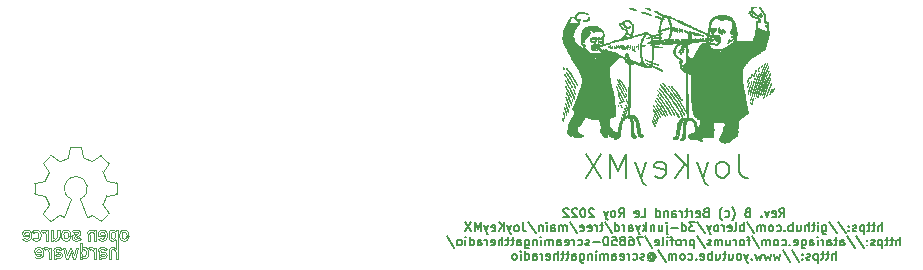
<source format=gbr>
%TF.GenerationSoftware,KiCad,Pcbnew,(6.0.1)*%
%TF.CreationDate,2022-12-18T00:47:21-08:00*%
%TF.ProjectId,JoyKeyMX,4a6f794b-6579-44d5-982e-6b696361645f,B*%
%TF.SameCoordinates,Original*%
%TF.FileFunction,Legend,Bot*%
%TF.FilePolarity,Positive*%
%FSLAX46Y46*%
G04 Gerber Fmt 4.6, Leading zero omitted, Abs format (unit mm)*
G04 Created by KiCad (PCBNEW (6.0.1)) date 2022-12-18 00:47:21*
%MOMM*%
%LPD*%
G01*
G04 APERTURE LIST*
%ADD10C,0.150000*%
%ADD11C,0.010000*%
%ADD12C,0.090000*%
G04 APERTURE END LIST*
D10*
X164076461Y-105131362D02*
X164076461Y-106559934D01*
X164171699Y-106845648D01*
X164362175Y-107036124D01*
X164647889Y-107131362D01*
X164838365Y-107131362D01*
X162838365Y-107131362D02*
X163028842Y-107036124D01*
X163124080Y-106940886D01*
X163219318Y-106750410D01*
X163219318Y-106178981D01*
X163124080Y-105988505D01*
X163028842Y-105893267D01*
X162838365Y-105798029D01*
X162552651Y-105798029D01*
X162362175Y-105893267D01*
X162266937Y-105988505D01*
X162171699Y-106178981D01*
X162171699Y-106750410D01*
X162266937Y-106940886D01*
X162362175Y-107036124D01*
X162552651Y-107131362D01*
X162838365Y-107131362D01*
X161505032Y-105798029D02*
X161028842Y-107131362D01*
X160552651Y-105798029D02*
X161028842Y-107131362D01*
X161219318Y-107607553D01*
X161314556Y-107702791D01*
X161505032Y-107798029D01*
X159790746Y-107131362D02*
X159790746Y-105131362D01*
X158647889Y-107131362D02*
X159505032Y-105988505D01*
X158647889Y-105131362D02*
X159790746Y-106274220D01*
X157028842Y-107036124D02*
X157219318Y-107131362D01*
X157600270Y-107131362D01*
X157790746Y-107036124D01*
X157885984Y-106845648D01*
X157885984Y-106083743D01*
X157790746Y-105893267D01*
X157600270Y-105798029D01*
X157219318Y-105798029D01*
X157028842Y-105893267D01*
X156933603Y-106083743D01*
X156933603Y-106274220D01*
X157885984Y-106464696D01*
X156266937Y-105798029D02*
X155790746Y-107131362D01*
X155314556Y-105798029D02*
X155790746Y-107131362D01*
X155981223Y-107607553D01*
X156076461Y-107702791D01*
X156266937Y-107798029D01*
X154552651Y-107131362D02*
X154552651Y-105131362D01*
X153885984Y-106559934D01*
X153219318Y-105131362D01*
X153219318Y-107131362D01*
X152457413Y-105131362D02*
X151124080Y-107131362D01*
X151124080Y-105131362D02*
X152457413Y-107131362D01*
X167526937Y-110469636D02*
X167776937Y-110112493D01*
X167955508Y-110469636D02*
X167955508Y-109719636D01*
X167669794Y-109719636D01*
X167598365Y-109755351D01*
X167562651Y-109791065D01*
X167526937Y-109862493D01*
X167526937Y-109969636D01*
X167562651Y-110041065D01*
X167598365Y-110076779D01*
X167669794Y-110112493D01*
X167955508Y-110112493D01*
X166919794Y-110433922D02*
X166991223Y-110469636D01*
X167134080Y-110469636D01*
X167205508Y-110433922D01*
X167241223Y-110362493D01*
X167241223Y-110076779D01*
X167205508Y-110005351D01*
X167134080Y-109969636D01*
X166991223Y-109969636D01*
X166919794Y-110005351D01*
X166884080Y-110076779D01*
X166884080Y-110148208D01*
X167241223Y-110219636D01*
X166634080Y-109969636D02*
X166455508Y-110469636D01*
X166276937Y-109969636D01*
X165991223Y-110398208D02*
X165955508Y-110433922D01*
X165991223Y-110469636D01*
X166026937Y-110433922D01*
X165991223Y-110398208D01*
X165991223Y-110469636D01*
X164812651Y-110076779D02*
X164705508Y-110112493D01*
X164669794Y-110148208D01*
X164634080Y-110219636D01*
X164634080Y-110326779D01*
X164669794Y-110398208D01*
X164705508Y-110433922D01*
X164776937Y-110469636D01*
X165062651Y-110469636D01*
X165062651Y-109719636D01*
X164812651Y-109719636D01*
X164741223Y-109755351D01*
X164705508Y-109791065D01*
X164669794Y-109862493D01*
X164669794Y-109933922D01*
X164705508Y-110005351D01*
X164741223Y-110041065D01*
X164812651Y-110076779D01*
X165062651Y-110076779D01*
X163526937Y-110755351D02*
X163562651Y-110719636D01*
X163634080Y-110612493D01*
X163669794Y-110541065D01*
X163705508Y-110433922D01*
X163741223Y-110255351D01*
X163741223Y-110112493D01*
X163705508Y-109933922D01*
X163669794Y-109826779D01*
X163634080Y-109755351D01*
X163562651Y-109648208D01*
X163526937Y-109612493D01*
X162919794Y-110433922D02*
X162991223Y-110469636D01*
X163134080Y-110469636D01*
X163205508Y-110433922D01*
X163241223Y-110398208D01*
X163276937Y-110326779D01*
X163276937Y-110112493D01*
X163241223Y-110041065D01*
X163205508Y-110005351D01*
X163134080Y-109969636D01*
X162991223Y-109969636D01*
X162919794Y-110005351D01*
X162669794Y-110755351D02*
X162634080Y-110719636D01*
X162562651Y-110612493D01*
X162526937Y-110541065D01*
X162491223Y-110433922D01*
X162455508Y-110255351D01*
X162455508Y-110112493D01*
X162491223Y-109933922D01*
X162526937Y-109826779D01*
X162562651Y-109755351D01*
X162634080Y-109648208D01*
X162669794Y-109612493D01*
X161276937Y-110076779D02*
X161169794Y-110112493D01*
X161134080Y-110148208D01*
X161098365Y-110219636D01*
X161098365Y-110326779D01*
X161134080Y-110398208D01*
X161169794Y-110433922D01*
X161241223Y-110469636D01*
X161526937Y-110469636D01*
X161526937Y-109719636D01*
X161276937Y-109719636D01*
X161205508Y-109755351D01*
X161169794Y-109791065D01*
X161134080Y-109862493D01*
X161134080Y-109933922D01*
X161169794Y-110005351D01*
X161205508Y-110041065D01*
X161276937Y-110076779D01*
X161526937Y-110076779D01*
X160491223Y-110433922D02*
X160562651Y-110469636D01*
X160705508Y-110469636D01*
X160776937Y-110433922D01*
X160812651Y-110362493D01*
X160812651Y-110076779D01*
X160776937Y-110005351D01*
X160705508Y-109969636D01*
X160562651Y-109969636D01*
X160491223Y-110005351D01*
X160455508Y-110076779D01*
X160455508Y-110148208D01*
X160812651Y-110219636D01*
X160134080Y-110469636D02*
X160134080Y-109969636D01*
X160134080Y-110112493D02*
X160098365Y-110041065D01*
X160062651Y-110005351D01*
X159991223Y-109969636D01*
X159919794Y-109969636D01*
X159776937Y-109969636D02*
X159491223Y-109969636D01*
X159669794Y-109719636D02*
X159669794Y-110362493D01*
X159634080Y-110433922D01*
X159562651Y-110469636D01*
X159491223Y-110469636D01*
X159241223Y-110469636D02*
X159241223Y-109969636D01*
X159241223Y-110112493D02*
X159205508Y-110041065D01*
X159169794Y-110005351D01*
X159098365Y-109969636D01*
X159026937Y-109969636D01*
X158455508Y-110469636D02*
X158455508Y-110076779D01*
X158491223Y-110005351D01*
X158562651Y-109969636D01*
X158705508Y-109969636D01*
X158776937Y-110005351D01*
X158455508Y-110433922D02*
X158526937Y-110469636D01*
X158705508Y-110469636D01*
X158776937Y-110433922D01*
X158812651Y-110362493D01*
X158812651Y-110291065D01*
X158776937Y-110219636D01*
X158705508Y-110183922D01*
X158526937Y-110183922D01*
X158455508Y-110148208D01*
X158098365Y-109969636D02*
X158098365Y-110469636D01*
X158098365Y-110041065D02*
X158062651Y-110005351D01*
X157991223Y-109969636D01*
X157884080Y-109969636D01*
X157812651Y-110005351D01*
X157776937Y-110076779D01*
X157776937Y-110469636D01*
X157098365Y-110469636D02*
X157098365Y-109719636D01*
X157098365Y-110433922D02*
X157169794Y-110469636D01*
X157312651Y-110469636D01*
X157384080Y-110433922D01*
X157419794Y-110398208D01*
X157455508Y-110326779D01*
X157455508Y-110112493D01*
X157419794Y-110041065D01*
X157384080Y-110005351D01*
X157312651Y-109969636D01*
X157169794Y-109969636D01*
X157098365Y-110005351D01*
X155812651Y-110469636D02*
X156169794Y-110469636D01*
X156169794Y-109719636D01*
X155276937Y-110433922D02*
X155348365Y-110469636D01*
X155491223Y-110469636D01*
X155562651Y-110433922D01*
X155598365Y-110362493D01*
X155598365Y-110076779D01*
X155562651Y-110005351D01*
X155491223Y-109969636D01*
X155348365Y-109969636D01*
X155276937Y-110005351D01*
X155241223Y-110076779D01*
X155241223Y-110148208D01*
X155598365Y-110219636D01*
X153919794Y-110469636D02*
X154169794Y-110112493D01*
X154348365Y-110469636D02*
X154348365Y-109719636D01*
X154062651Y-109719636D01*
X153991223Y-109755351D01*
X153955508Y-109791065D01*
X153919794Y-109862493D01*
X153919794Y-109969636D01*
X153955508Y-110041065D01*
X153991223Y-110076779D01*
X154062651Y-110112493D01*
X154348365Y-110112493D01*
X153491223Y-110469636D02*
X153562651Y-110433922D01*
X153598365Y-110398208D01*
X153634080Y-110326779D01*
X153634080Y-110112493D01*
X153598365Y-110041065D01*
X153562651Y-110005351D01*
X153491223Y-109969636D01*
X153384080Y-109969636D01*
X153312651Y-110005351D01*
X153276937Y-110041065D01*
X153241223Y-110112493D01*
X153241223Y-110326779D01*
X153276937Y-110398208D01*
X153312651Y-110433922D01*
X153384080Y-110469636D01*
X153491223Y-110469636D01*
X152991223Y-109969636D02*
X152812651Y-110469636D01*
X152634080Y-109969636D02*
X152812651Y-110469636D01*
X152884080Y-110648208D01*
X152919794Y-110683922D01*
X152991223Y-110719636D01*
X151812651Y-109791065D02*
X151776937Y-109755351D01*
X151705508Y-109719636D01*
X151526937Y-109719636D01*
X151455508Y-109755351D01*
X151419794Y-109791065D01*
X151384080Y-109862493D01*
X151384080Y-109933922D01*
X151419794Y-110041065D01*
X151848365Y-110469636D01*
X151384080Y-110469636D01*
X150919794Y-109719636D02*
X150848365Y-109719636D01*
X150776937Y-109755351D01*
X150741223Y-109791065D01*
X150705508Y-109862493D01*
X150669794Y-110005351D01*
X150669794Y-110183922D01*
X150705508Y-110326779D01*
X150741223Y-110398208D01*
X150776937Y-110433922D01*
X150848365Y-110469636D01*
X150919794Y-110469636D01*
X150991223Y-110433922D01*
X151026937Y-110398208D01*
X151062651Y-110326779D01*
X151098365Y-110183922D01*
X151098365Y-110005351D01*
X151062651Y-109862493D01*
X151026937Y-109791065D01*
X150991223Y-109755351D01*
X150919794Y-109719636D01*
X150384080Y-109791065D02*
X150348365Y-109755351D01*
X150276937Y-109719636D01*
X150098365Y-109719636D01*
X150026937Y-109755351D01*
X149991223Y-109791065D01*
X149955508Y-109862493D01*
X149955508Y-109933922D01*
X149991223Y-110041065D01*
X150419794Y-110469636D01*
X149955508Y-110469636D01*
X149669794Y-109791065D02*
X149634080Y-109755351D01*
X149562651Y-109719636D01*
X149384080Y-109719636D01*
X149312651Y-109755351D01*
X149276937Y-109791065D01*
X149241223Y-109862493D01*
X149241223Y-109933922D01*
X149276937Y-110041065D01*
X149705508Y-110469636D01*
X149241223Y-110469636D01*
X176223365Y-111677136D02*
X176223365Y-110927136D01*
X175901937Y-111677136D02*
X175901937Y-111284279D01*
X175937651Y-111212851D01*
X176009080Y-111177136D01*
X176116223Y-111177136D01*
X176187651Y-111212851D01*
X176223365Y-111248565D01*
X175651937Y-111177136D02*
X175366223Y-111177136D01*
X175544794Y-110927136D02*
X175544794Y-111569993D01*
X175509080Y-111641422D01*
X175437651Y-111677136D01*
X175366223Y-111677136D01*
X175223365Y-111177136D02*
X174937651Y-111177136D01*
X175116223Y-110927136D02*
X175116223Y-111569993D01*
X175080508Y-111641422D01*
X175009080Y-111677136D01*
X174937651Y-111677136D01*
X174687651Y-111177136D02*
X174687651Y-111927136D01*
X174687651Y-111212851D02*
X174616223Y-111177136D01*
X174473365Y-111177136D01*
X174401937Y-111212851D01*
X174366223Y-111248565D01*
X174330508Y-111319993D01*
X174330508Y-111534279D01*
X174366223Y-111605708D01*
X174401937Y-111641422D01*
X174473365Y-111677136D01*
X174616223Y-111677136D01*
X174687651Y-111641422D01*
X174044794Y-111641422D02*
X173973365Y-111677136D01*
X173830508Y-111677136D01*
X173759080Y-111641422D01*
X173723365Y-111569993D01*
X173723365Y-111534279D01*
X173759080Y-111462851D01*
X173830508Y-111427136D01*
X173937651Y-111427136D01*
X174009080Y-111391422D01*
X174044794Y-111319993D01*
X174044794Y-111284279D01*
X174009080Y-111212851D01*
X173937651Y-111177136D01*
X173830508Y-111177136D01*
X173759080Y-111212851D01*
X173401937Y-111605708D02*
X173366223Y-111641422D01*
X173401937Y-111677136D01*
X173437651Y-111641422D01*
X173401937Y-111605708D01*
X173401937Y-111677136D01*
X173401937Y-111212851D02*
X173366223Y-111248565D01*
X173401937Y-111284279D01*
X173437651Y-111248565D01*
X173401937Y-111212851D01*
X173401937Y-111284279D01*
X172509080Y-110891422D02*
X173151937Y-111855708D01*
X171723365Y-110891422D02*
X172366223Y-111855708D01*
X171151937Y-111177136D02*
X171151937Y-111784279D01*
X171187651Y-111855708D01*
X171223365Y-111891422D01*
X171294794Y-111927136D01*
X171401937Y-111927136D01*
X171473365Y-111891422D01*
X171151937Y-111641422D02*
X171223365Y-111677136D01*
X171366223Y-111677136D01*
X171437651Y-111641422D01*
X171473365Y-111605708D01*
X171509080Y-111534279D01*
X171509080Y-111319993D01*
X171473365Y-111248565D01*
X171437651Y-111212851D01*
X171366223Y-111177136D01*
X171223365Y-111177136D01*
X171151937Y-111212851D01*
X170794794Y-111677136D02*
X170794794Y-111177136D01*
X170794794Y-110927136D02*
X170830508Y-110962851D01*
X170794794Y-110998565D01*
X170759080Y-110962851D01*
X170794794Y-110927136D01*
X170794794Y-110998565D01*
X170544794Y-111177136D02*
X170259080Y-111177136D01*
X170437651Y-110927136D02*
X170437651Y-111569993D01*
X170401937Y-111641422D01*
X170330508Y-111677136D01*
X170259080Y-111677136D01*
X170009080Y-111677136D02*
X170009080Y-110927136D01*
X169687651Y-111677136D02*
X169687651Y-111284279D01*
X169723365Y-111212851D01*
X169794794Y-111177136D01*
X169901937Y-111177136D01*
X169973365Y-111212851D01*
X170009080Y-111248565D01*
X169009080Y-111177136D02*
X169009080Y-111677136D01*
X169330508Y-111177136D02*
X169330508Y-111569993D01*
X169294794Y-111641422D01*
X169223365Y-111677136D01*
X169116223Y-111677136D01*
X169044794Y-111641422D01*
X169009080Y-111605708D01*
X168651937Y-111677136D02*
X168651937Y-110927136D01*
X168651937Y-111212851D02*
X168580508Y-111177136D01*
X168437651Y-111177136D01*
X168366223Y-111212851D01*
X168330508Y-111248565D01*
X168294794Y-111319993D01*
X168294794Y-111534279D01*
X168330508Y-111605708D01*
X168366223Y-111641422D01*
X168437651Y-111677136D01*
X168580508Y-111677136D01*
X168651937Y-111641422D01*
X167973365Y-111605708D02*
X167937651Y-111641422D01*
X167973365Y-111677136D01*
X168009080Y-111641422D01*
X167973365Y-111605708D01*
X167973365Y-111677136D01*
X167294794Y-111641422D02*
X167366223Y-111677136D01*
X167509080Y-111677136D01*
X167580508Y-111641422D01*
X167616223Y-111605708D01*
X167651937Y-111534279D01*
X167651937Y-111319993D01*
X167616223Y-111248565D01*
X167580508Y-111212851D01*
X167509080Y-111177136D01*
X167366223Y-111177136D01*
X167294794Y-111212851D01*
X166866223Y-111677136D02*
X166937651Y-111641422D01*
X166973365Y-111605708D01*
X167009080Y-111534279D01*
X167009080Y-111319993D01*
X166973365Y-111248565D01*
X166937651Y-111212851D01*
X166866223Y-111177136D01*
X166759080Y-111177136D01*
X166687651Y-111212851D01*
X166651937Y-111248565D01*
X166616223Y-111319993D01*
X166616223Y-111534279D01*
X166651937Y-111605708D01*
X166687651Y-111641422D01*
X166759080Y-111677136D01*
X166866223Y-111677136D01*
X166294794Y-111677136D02*
X166294794Y-111177136D01*
X166294794Y-111248565D02*
X166259080Y-111212851D01*
X166187651Y-111177136D01*
X166080508Y-111177136D01*
X166009080Y-111212851D01*
X165973365Y-111284279D01*
X165973365Y-111677136D01*
X165973365Y-111284279D02*
X165937651Y-111212851D01*
X165866223Y-111177136D01*
X165759080Y-111177136D01*
X165687651Y-111212851D01*
X165651937Y-111284279D01*
X165651937Y-111677136D01*
X164759080Y-110891422D02*
X165401937Y-111855708D01*
X164509080Y-111677136D02*
X164509080Y-110927136D01*
X164509080Y-111212851D02*
X164437651Y-111177136D01*
X164294794Y-111177136D01*
X164223365Y-111212851D01*
X164187651Y-111248565D01*
X164151937Y-111319993D01*
X164151937Y-111534279D01*
X164187651Y-111605708D01*
X164223365Y-111641422D01*
X164294794Y-111677136D01*
X164437651Y-111677136D01*
X164509080Y-111641422D01*
X163723365Y-111677136D02*
X163794794Y-111641422D01*
X163830508Y-111569993D01*
X163830508Y-110927136D01*
X163151937Y-111641422D02*
X163223365Y-111677136D01*
X163366223Y-111677136D01*
X163437651Y-111641422D01*
X163473365Y-111569993D01*
X163473365Y-111284279D01*
X163437651Y-111212851D01*
X163366223Y-111177136D01*
X163223365Y-111177136D01*
X163151937Y-111212851D01*
X163116223Y-111284279D01*
X163116223Y-111355708D01*
X163473365Y-111427136D01*
X162794794Y-111677136D02*
X162794794Y-111177136D01*
X162794794Y-111319993D02*
X162759080Y-111248565D01*
X162723365Y-111212851D01*
X162651937Y-111177136D01*
X162580508Y-111177136D01*
X162223365Y-111677136D02*
X162294794Y-111641422D01*
X162330508Y-111605708D01*
X162366223Y-111534279D01*
X162366223Y-111319993D01*
X162330508Y-111248565D01*
X162294794Y-111212851D01*
X162223365Y-111177136D01*
X162116223Y-111177136D01*
X162044794Y-111212851D01*
X162009080Y-111248565D01*
X161973365Y-111319993D01*
X161973365Y-111534279D01*
X162009080Y-111605708D01*
X162044794Y-111641422D01*
X162116223Y-111677136D01*
X162223365Y-111677136D01*
X161723365Y-111177136D02*
X161544794Y-111677136D01*
X161366223Y-111177136D02*
X161544794Y-111677136D01*
X161616223Y-111855708D01*
X161651937Y-111891422D01*
X161723365Y-111927136D01*
X160544794Y-110891422D02*
X161187651Y-111855708D01*
X160366223Y-110927136D02*
X159901937Y-110927136D01*
X160151937Y-111212851D01*
X160044794Y-111212851D01*
X159973365Y-111248565D01*
X159937651Y-111284279D01*
X159901937Y-111355708D01*
X159901937Y-111534279D01*
X159937651Y-111605708D01*
X159973365Y-111641422D01*
X160044794Y-111677136D01*
X160259080Y-111677136D01*
X160330508Y-111641422D01*
X160366223Y-111605708D01*
X159259080Y-111677136D02*
X159259080Y-110927136D01*
X159259080Y-111641422D02*
X159330508Y-111677136D01*
X159473365Y-111677136D01*
X159544794Y-111641422D01*
X159580508Y-111605708D01*
X159616223Y-111534279D01*
X159616223Y-111319993D01*
X159580508Y-111248565D01*
X159544794Y-111212851D01*
X159473365Y-111177136D01*
X159330508Y-111177136D01*
X159259080Y-111212851D01*
X158901937Y-111391422D02*
X158330508Y-111391422D01*
X157973365Y-111177136D02*
X157973365Y-111819993D01*
X158009080Y-111891422D01*
X158080508Y-111927136D01*
X158116223Y-111927136D01*
X157973365Y-110927136D02*
X158009080Y-110962851D01*
X157973365Y-110998565D01*
X157937651Y-110962851D01*
X157973365Y-110927136D01*
X157973365Y-110998565D01*
X157294794Y-111177136D02*
X157294794Y-111677136D01*
X157616223Y-111177136D02*
X157616223Y-111569993D01*
X157580508Y-111641422D01*
X157509080Y-111677136D01*
X157401937Y-111677136D01*
X157330508Y-111641422D01*
X157294794Y-111605708D01*
X156937651Y-111177136D02*
X156937651Y-111677136D01*
X156937651Y-111248565D02*
X156901937Y-111212851D01*
X156830508Y-111177136D01*
X156723365Y-111177136D01*
X156651937Y-111212851D01*
X156616223Y-111284279D01*
X156616223Y-111677136D01*
X156259080Y-111677136D02*
X156259080Y-110927136D01*
X156187651Y-111391422D02*
X155973365Y-111677136D01*
X155973365Y-111177136D02*
X156259080Y-111462851D01*
X155723365Y-111177136D02*
X155544794Y-111677136D01*
X155366223Y-111177136D02*
X155544794Y-111677136D01*
X155616223Y-111855708D01*
X155651937Y-111891422D01*
X155723365Y-111927136D01*
X154759080Y-111677136D02*
X154759080Y-111284279D01*
X154794794Y-111212851D01*
X154866223Y-111177136D01*
X155009080Y-111177136D01*
X155080508Y-111212851D01*
X154759080Y-111641422D02*
X154830508Y-111677136D01*
X155009080Y-111677136D01*
X155080508Y-111641422D01*
X155116223Y-111569993D01*
X155116223Y-111498565D01*
X155080508Y-111427136D01*
X155009080Y-111391422D01*
X154830508Y-111391422D01*
X154759080Y-111355708D01*
X154401937Y-111677136D02*
X154401937Y-111177136D01*
X154401937Y-111319993D02*
X154366223Y-111248565D01*
X154330508Y-111212851D01*
X154259080Y-111177136D01*
X154187651Y-111177136D01*
X153616223Y-111677136D02*
X153616223Y-110927136D01*
X153616223Y-111641422D02*
X153687651Y-111677136D01*
X153830508Y-111677136D01*
X153901937Y-111641422D01*
X153937651Y-111605708D01*
X153973365Y-111534279D01*
X153973365Y-111319993D01*
X153937651Y-111248565D01*
X153901937Y-111212851D01*
X153830508Y-111177136D01*
X153687651Y-111177136D01*
X153616223Y-111212851D01*
X152723365Y-110891422D02*
X153366223Y-111855708D01*
X152580508Y-111177136D02*
X152294794Y-111177136D01*
X152473365Y-110927136D02*
X152473365Y-111569993D01*
X152437651Y-111641422D01*
X152366223Y-111677136D01*
X152294794Y-111677136D01*
X152044794Y-111677136D02*
X152044794Y-111177136D01*
X152044794Y-111319993D02*
X152009080Y-111248565D01*
X151973365Y-111212851D01*
X151901937Y-111177136D01*
X151830508Y-111177136D01*
X151294794Y-111641422D02*
X151366223Y-111677136D01*
X151509080Y-111677136D01*
X151580508Y-111641422D01*
X151616223Y-111569993D01*
X151616223Y-111284279D01*
X151580508Y-111212851D01*
X151509080Y-111177136D01*
X151366223Y-111177136D01*
X151294794Y-111212851D01*
X151259080Y-111284279D01*
X151259080Y-111355708D01*
X151616223Y-111427136D01*
X150651937Y-111641422D02*
X150723365Y-111677136D01*
X150866223Y-111677136D01*
X150937651Y-111641422D01*
X150973365Y-111569993D01*
X150973365Y-111284279D01*
X150937651Y-111212851D01*
X150866223Y-111177136D01*
X150723365Y-111177136D01*
X150651937Y-111212851D01*
X150616223Y-111284279D01*
X150616223Y-111355708D01*
X150973365Y-111427136D01*
X149759080Y-110891422D02*
X150401937Y-111855708D01*
X149509080Y-111677136D02*
X149509080Y-111177136D01*
X149509080Y-111248565D02*
X149473365Y-111212851D01*
X149401937Y-111177136D01*
X149294794Y-111177136D01*
X149223365Y-111212851D01*
X149187651Y-111284279D01*
X149187651Y-111677136D01*
X149187651Y-111284279D02*
X149151937Y-111212851D01*
X149080508Y-111177136D01*
X148973365Y-111177136D01*
X148901937Y-111212851D01*
X148866223Y-111284279D01*
X148866223Y-111677136D01*
X148187651Y-111677136D02*
X148187651Y-111284279D01*
X148223365Y-111212851D01*
X148294794Y-111177136D01*
X148437651Y-111177136D01*
X148509080Y-111212851D01*
X148187651Y-111641422D02*
X148259080Y-111677136D01*
X148437651Y-111677136D01*
X148509080Y-111641422D01*
X148544794Y-111569993D01*
X148544794Y-111498565D01*
X148509080Y-111427136D01*
X148437651Y-111391422D01*
X148259080Y-111391422D01*
X148187651Y-111355708D01*
X147830508Y-111677136D02*
X147830508Y-111177136D01*
X147830508Y-110927136D02*
X147866223Y-110962851D01*
X147830508Y-110998565D01*
X147794794Y-110962851D01*
X147830508Y-110927136D01*
X147830508Y-110998565D01*
X147473365Y-111177136D02*
X147473365Y-111677136D01*
X147473365Y-111248565D02*
X147437651Y-111212851D01*
X147366223Y-111177136D01*
X147259080Y-111177136D01*
X147187651Y-111212851D01*
X147151937Y-111284279D01*
X147151937Y-111677136D01*
X146259080Y-110891422D02*
X146901937Y-111855708D01*
X145794794Y-110927136D02*
X145794794Y-111462851D01*
X145830508Y-111569993D01*
X145901937Y-111641422D01*
X146009080Y-111677136D01*
X146080508Y-111677136D01*
X145330508Y-111677136D02*
X145401937Y-111641422D01*
X145437651Y-111605708D01*
X145473365Y-111534279D01*
X145473365Y-111319993D01*
X145437651Y-111248565D01*
X145401937Y-111212851D01*
X145330508Y-111177136D01*
X145223365Y-111177136D01*
X145151937Y-111212851D01*
X145116223Y-111248565D01*
X145080508Y-111319993D01*
X145080508Y-111534279D01*
X145116223Y-111605708D01*
X145151937Y-111641422D01*
X145223365Y-111677136D01*
X145330508Y-111677136D01*
X144830508Y-111177136D02*
X144651937Y-111677136D01*
X144473365Y-111177136D02*
X144651937Y-111677136D01*
X144723365Y-111855708D01*
X144759080Y-111891422D01*
X144830508Y-111927136D01*
X144187651Y-111677136D02*
X144187651Y-110927136D01*
X143759080Y-111677136D02*
X144080508Y-111248565D01*
X143759080Y-110927136D02*
X144187651Y-111355708D01*
X143151937Y-111641422D02*
X143223365Y-111677136D01*
X143366223Y-111677136D01*
X143437651Y-111641422D01*
X143473365Y-111569993D01*
X143473365Y-111284279D01*
X143437651Y-111212851D01*
X143366223Y-111177136D01*
X143223365Y-111177136D01*
X143151937Y-111212851D01*
X143116223Y-111284279D01*
X143116223Y-111355708D01*
X143473365Y-111427136D01*
X142866223Y-111177136D02*
X142687651Y-111677136D01*
X142509080Y-111177136D02*
X142687651Y-111677136D01*
X142759080Y-111855708D01*
X142794794Y-111891422D01*
X142866223Y-111927136D01*
X142223365Y-111677136D02*
X142223365Y-110927136D01*
X141973365Y-111462851D01*
X141723365Y-110927136D01*
X141723365Y-111677136D01*
X141437651Y-110927136D02*
X140937651Y-111677136D01*
X140937651Y-110927136D02*
X141437651Y-111677136D01*
X177759080Y-112884636D02*
X177759080Y-112134636D01*
X177437651Y-112884636D02*
X177437651Y-112491779D01*
X177473365Y-112420351D01*
X177544794Y-112384636D01*
X177651937Y-112384636D01*
X177723365Y-112420351D01*
X177759080Y-112456065D01*
X177187651Y-112384636D02*
X176901937Y-112384636D01*
X177080508Y-112134636D02*
X177080508Y-112777493D01*
X177044794Y-112848922D01*
X176973365Y-112884636D01*
X176901937Y-112884636D01*
X176759080Y-112384636D02*
X176473365Y-112384636D01*
X176651937Y-112134636D02*
X176651937Y-112777493D01*
X176616223Y-112848922D01*
X176544794Y-112884636D01*
X176473365Y-112884636D01*
X176223365Y-112384636D02*
X176223365Y-113134636D01*
X176223365Y-112420351D02*
X176151937Y-112384636D01*
X176009080Y-112384636D01*
X175937651Y-112420351D01*
X175901937Y-112456065D01*
X175866223Y-112527493D01*
X175866223Y-112741779D01*
X175901937Y-112813208D01*
X175937651Y-112848922D01*
X176009080Y-112884636D01*
X176151937Y-112884636D01*
X176223365Y-112848922D01*
X175580508Y-112848922D02*
X175509080Y-112884636D01*
X175366223Y-112884636D01*
X175294794Y-112848922D01*
X175259080Y-112777493D01*
X175259080Y-112741779D01*
X175294794Y-112670351D01*
X175366223Y-112634636D01*
X175473365Y-112634636D01*
X175544794Y-112598922D01*
X175580508Y-112527493D01*
X175580508Y-112491779D01*
X175544794Y-112420351D01*
X175473365Y-112384636D01*
X175366223Y-112384636D01*
X175294794Y-112420351D01*
X174937651Y-112813208D02*
X174901937Y-112848922D01*
X174937651Y-112884636D01*
X174973365Y-112848922D01*
X174937651Y-112813208D01*
X174937651Y-112884636D01*
X174937651Y-112420351D02*
X174901937Y-112456065D01*
X174937651Y-112491779D01*
X174973365Y-112456065D01*
X174937651Y-112420351D01*
X174937651Y-112491779D01*
X174044794Y-112098922D02*
X174687651Y-113063208D01*
X173259080Y-112098922D02*
X173901937Y-113063208D01*
X172687651Y-112884636D02*
X172687651Y-112491779D01*
X172723365Y-112420351D01*
X172794794Y-112384636D01*
X172937651Y-112384636D01*
X173009080Y-112420351D01*
X172687651Y-112848922D02*
X172759080Y-112884636D01*
X172937651Y-112884636D01*
X173009080Y-112848922D01*
X173044794Y-112777493D01*
X173044794Y-112706065D01*
X173009080Y-112634636D01*
X172937651Y-112598922D01*
X172759080Y-112598922D01*
X172687651Y-112563208D01*
X172437651Y-112384636D02*
X172151937Y-112384636D01*
X172330508Y-112134636D02*
X172330508Y-112777493D01*
X172294794Y-112848922D01*
X172223365Y-112884636D01*
X172151937Y-112884636D01*
X171580508Y-112884636D02*
X171580508Y-112491779D01*
X171616223Y-112420351D01*
X171687651Y-112384636D01*
X171830508Y-112384636D01*
X171901937Y-112420351D01*
X171580508Y-112848922D02*
X171651937Y-112884636D01*
X171830508Y-112884636D01*
X171901937Y-112848922D01*
X171937651Y-112777493D01*
X171937651Y-112706065D01*
X171901937Y-112634636D01*
X171830508Y-112598922D01*
X171651937Y-112598922D01*
X171580508Y-112563208D01*
X171223365Y-112884636D02*
X171223365Y-112384636D01*
X171223365Y-112527493D02*
X171187651Y-112456065D01*
X171151937Y-112420351D01*
X171080508Y-112384636D01*
X171009080Y-112384636D01*
X170759080Y-112884636D02*
X170759080Y-112384636D01*
X170759080Y-112134636D02*
X170794794Y-112170351D01*
X170759080Y-112206065D01*
X170723365Y-112170351D01*
X170759080Y-112134636D01*
X170759080Y-112206065D01*
X170080508Y-112884636D02*
X170080508Y-112491779D01*
X170116223Y-112420351D01*
X170187651Y-112384636D01*
X170330508Y-112384636D01*
X170401937Y-112420351D01*
X170080508Y-112848922D02*
X170151937Y-112884636D01*
X170330508Y-112884636D01*
X170401937Y-112848922D01*
X170437651Y-112777493D01*
X170437651Y-112706065D01*
X170401937Y-112634636D01*
X170330508Y-112598922D01*
X170151937Y-112598922D01*
X170080508Y-112563208D01*
X169401937Y-112384636D02*
X169401937Y-112991779D01*
X169437651Y-113063208D01*
X169473365Y-113098922D01*
X169544794Y-113134636D01*
X169651937Y-113134636D01*
X169723365Y-113098922D01*
X169401937Y-112848922D02*
X169473365Y-112884636D01*
X169616223Y-112884636D01*
X169687651Y-112848922D01*
X169723365Y-112813208D01*
X169759080Y-112741779D01*
X169759080Y-112527493D01*
X169723365Y-112456065D01*
X169687651Y-112420351D01*
X169616223Y-112384636D01*
X169473365Y-112384636D01*
X169401937Y-112420351D01*
X168759080Y-112848922D02*
X168830508Y-112884636D01*
X168973365Y-112884636D01*
X169044794Y-112848922D01*
X169080508Y-112777493D01*
X169080508Y-112491779D01*
X169044794Y-112420351D01*
X168973365Y-112384636D01*
X168830508Y-112384636D01*
X168759080Y-112420351D01*
X168723365Y-112491779D01*
X168723365Y-112563208D01*
X169080508Y-112634636D01*
X168401937Y-112813208D02*
X168366223Y-112848922D01*
X168401937Y-112884636D01*
X168437651Y-112848922D01*
X168401937Y-112813208D01*
X168401937Y-112884636D01*
X167723365Y-112848922D02*
X167794794Y-112884636D01*
X167937651Y-112884636D01*
X168009080Y-112848922D01*
X168044794Y-112813208D01*
X168080508Y-112741779D01*
X168080508Y-112527493D01*
X168044794Y-112456065D01*
X168009080Y-112420351D01*
X167937651Y-112384636D01*
X167794794Y-112384636D01*
X167723365Y-112420351D01*
X167294794Y-112884636D02*
X167366223Y-112848922D01*
X167401937Y-112813208D01*
X167437651Y-112741779D01*
X167437651Y-112527493D01*
X167401937Y-112456065D01*
X167366223Y-112420351D01*
X167294794Y-112384636D01*
X167187651Y-112384636D01*
X167116223Y-112420351D01*
X167080508Y-112456065D01*
X167044794Y-112527493D01*
X167044794Y-112741779D01*
X167080508Y-112813208D01*
X167116223Y-112848922D01*
X167187651Y-112884636D01*
X167294794Y-112884636D01*
X166723365Y-112884636D02*
X166723365Y-112384636D01*
X166723365Y-112456065D02*
X166687651Y-112420351D01*
X166616223Y-112384636D01*
X166509080Y-112384636D01*
X166437651Y-112420351D01*
X166401937Y-112491779D01*
X166401937Y-112884636D01*
X166401937Y-112491779D02*
X166366223Y-112420351D01*
X166294794Y-112384636D01*
X166187651Y-112384636D01*
X166116223Y-112420351D01*
X166080508Y-112491779D01*
X166080508Y-112884636D01*
X165187651Y-112098922D02*
X165830508Y-113063208D01*
X165044794Y-112384636D02*
X164759080Y-112384636D01*
X164937651Y-112884636D02*
X164937651Y-112241779D01*
X164901937Y-112170351D01*
X164830508Y-112134636D01*
X164759080Y-112134636D01*
X164401937Y-112884636D02*
X164473365Y-112848922D01*
X164509080Y-112813208D01*
X164544794Y-112741779D01*
X164544794Y-112527493D01*
X164509080Y-112456065D01*
X164473365Y-112420351D01*
X164401937Y-112384636D01*
X164294794Y-112384636D01*
X164223365Y-112420351D01*
X164187651Y-112456065D01*
X164151937Y-112527493D01*
X164151937Y-112741779D01*
X164187651Y-112813208D01*
X164223365Y-112848922D01*
X164294794Y-112884636D01*
X164401937Y-112884636D01*
X163830508Y-112884636D02*
X163830508Y-112384636D01*
X163830508Y-112527493D02*
X163794794Y-112456065D01*
X163759080Y-112420351D01*
X163687651Y-112384636D01*
X163616223Y-112384636D01*
X163044794Y-112384636D02*
X163044794Y-112884636D01*
X163366223Y-112384636D02*
X163366223Y-112777493D01*
X163330508Y-112848922D01*
X163259080Y-112884636D01*
X163151937Y-112884636D01*
X163080508Y-112848922D01*
X163044794Y-112813208D01*
X162687651Y-112884636D02*
X162687651Y-112384636D01*
X162687651Y-112456065D02*
X162651937Y-112420351D01*
X162580508Y-112384636D01*
X162473365Y-112384636D01*
X162401937Y-112420351D01*
X162366223Y-112491779D01*
X162366223Y-112884636D01*
X162366223Y-112491779D02*
X162330508Y-112420351D01*
X162259080Y-112384636D01*
X162151937Y-112384636D01*
X162080508Y-112420351D01*
X162044794Y-112491779D01*
X162044794Y-112884636D01*
X161723365Y-112848922D02*
X161651937Y-112884636D01*
X161509080Y-112884636D01*
X161437651Y-112848922D01*
X161401937Y-112777493D01*
X161401937Y-112741779D01*
X161437651Y-112670351D01*
X161509080Y-112634636D01*
X161616223Y-112634636D01*
X161687651Y-112598922D01*
X161723365Y-112527493D01*
X161723365Y-112491779D01*
X161687651Y-112420351D01*
X161616223Y-112384636D01*
X161509080Y-112384636D01*
X161437651Y-112420351D01*
X160544794Y-112098922D02*
X161187651Y-113063208D01*
X160294794Y-112384636D02*
X160294794Y-113134636D01*
X160294794Y-112420351D02*
X160223365Y-112384636D01*
X160080508Y-112384636D01*
X160009080Y-112420351D01*
X159973365Y-112456065D01*
X159937651Y-112527493D01*
X159937651Y-112741779D01*
X159973365Y-112813208D01*
X160009080Y-112848922D01*
X160080508Y-112884636D01*
X160223365Y-112884636D01*
X160294794Y-112848922D01*
X159616223Y-112884636D02*
X159616223Y-112384636D01*
X159616223Y-112527493D02*
X159580508Y-112456065D01*
X159544794Y-112420351D01*
X159473365Y-112384636D01*
X159401937Y-112384636D01*
X159044794Y-112884636D02*
X159116223Y-112848922D01*
X159151937Y-112813208D01*
X159187651Y-112741779D01*
X159187651Y-112527493D01*
X159151937Y-112456065D01*
X159116223Y-112420351D01*
X159044794Y-112384636D01*
X158937651Y-112384636D01*
X158866223Y-112420351D01*
X158830508Y-112456065D01*
X158794794Y-112527493D01*
X158794794Y-112741779D01*
X158830508Y-112813208D01*
X158866223Y-112848922D01*
X158937651Y-112884636D01*
X159044794Y-112884636D01*
X158580508Y-112384636D02*
X158294794Y-112384636D01*
X158473365Y-112884636D02*
X158473365Y-112241779D01*
X158437651Y-112170351D01*
X158366223Y-112134636D01*
X158294794Y-112134636D01*
X158044794Y-112884636D02*
X158044794Y-112384636D01*
X158044794Y-112134636D02*
X158080508Y-112170351D01*
X158044794Y-112206065D01*
X158009080Y-112170351D01*
X158044794Y-112134636D01*
X158044794Y-112206065D01*
X157580508Y-112884636D02*
X157651937Y-112848922D01*
X157687651Y-112777493D01*
X157687651Y-112134636D01*
X157009080Y-112848922D02*
X157080508Y-112884636D01*
X157223365Y-112884636D01*
X157294794Y-112848922D01*
X157330508Y-112777493D01*
X157330508Y-112491779D01*
X157294794Y-112420351D01*
X157223365Y-112384636D01*
X157080508Y-112384636D01*
X157009080Y-112420351D01*
X156973365Y-112491779D01*
X156973365Y-112563208D01*
X157330508Y-112634636D01*
X156116223Y-112098922D02*
X156759080Y-113063208D01*
X155937651Y-112134636D02*
X155437651Y-112134636D01*
X155759080Y-112884636D01*
X154830508Y-112134636D02*
X154973365Y-112134636D01*
X155044794Y-112170351D01*
X155080508Y-112206065D01*
X155151937Y-112313208D01*
X155187651Y-112456065D01*
X155187651Y-112741779D01*
X155151937Y-112813208D01*
X155116223Y-112848922D01*
X155044794Y-112884636D01*
X154901937Y-112884636D01*
X154830508Y-112848922D01*
X154794794Y-112813208D01*
X154759080Y-112741779D01*
X154759080Y-112563208D01*
X154794794Y-112491779D01*
X154830508Y-112456065D01*
X154901937Y-112420351D01*
X155044794Y-112420351D01*
X155116223Y-112456065D01*
X155151937Y-112491779D01*
X155187651Y-112563208D01*
X154330508Y-112456065D02*
X154401937Y-112420351D01*
X154437651Y-112384636D01*
X154473365Y-112313208D01*
X154473365Y-112277493D01*
X154437651Y-112206065D01*
X154401937Y-112170351D01*
X154330508Y-112134636D01*
X154187651Y-112134636D01*
X154116223Y-112170351D01*
X154080508Y-112206065D01*
X154044794Y-112277493D01*
X154044794Y-112313208D01*
X154080508Y-112384636D01*
X154116223Y-112420351D01*
X154187651Y-112456065D01*
X154330508Y-112456065D01*
X154401937Y-112491779D01*
X154437651Y-112527493D01*
X154473365Y-112598922D01*
X154473365Y-112741779D01*
X154437651Y-112813208D01*
X154401937Y-112848922D01*
X154330508Y-112884636D01*
X154187651Y-112884636D01*
X154116223Y-112848922D01*
X154080508Y-112813208D01*
X154044794Y-112741779D01*
X154044794Y-112598922D01*
X154080508Y-112527493D01*
X154116223Y-112491779D01*
X154187651Y-112456065D01*
X153366223Y-112134636D02*
X153723365Y-112134636D01*
X153759080Y-112491779D01*
X153723365Y-112456065D01*
X153651937Y-112420351D01*
X153473365Y-112420351D01*
X153401937Y-112456065D01*
X153366223Y-112491779D01*
X153330508Y-112563208D01*
X153330508Y-112741779D01*
X153366223Y-112813208D01*
X153401937Y-112848922D01*
X153473365Y-112884636D01*
X153651937Y-112884636D01*
X153723365Y-112848922D01*
X153759080Y-112813208D01*
X152866223Y-112134636D02*
X152794794Y-112134636D01*
X152723365Y-112170351D01*
X152687651Y-112206065D01*
X152651937Y-112277493D01*
X152616223Y-112420351D01*
X152616223Y-112598922D01*
X152651937Y-112741779D01*
X152687651Y-112813208D01*
X152723365Y-112848922D01*
X152794794Y-112884636D01*
X152866223Y-112884636D01*
X152937651Y-112848922D01*
X152973365Y-112813208D01*
X153009080Y-112741779D01*
X153044794Y-112598922D01*
X153044794Y-112420351D01*
X153009080Y-112277493D01*
X152973365Y-112206065D01*
X152937651Y-112170351D01*
X152866223Y-112134636D01*
X152294794Y-112598922D02*
X151723365Y-112598922D01*
X151401937Y-112848922D02*
X151330508Y-112884636D01*
X151187651Y-112884636D01*
X151116223Y-112848922D01*
X151080508Y-112777493D01*
X151080508Y-112741779D01*
X151116223Y-112670351D01*
X151187651Y-112634636D01*
X151294794Y-112634636D01*
X151366223Y-112598922D01*
X151401937Y-112527493D01*
X151401937Y-112491779D01*
X151366223Y-112420351D01*
X151294794Y-112384636D01*
X151187651Y-112384636D01*
X151116223Y-112420351D01*
X150437651Y-112848922D02*
X150509080Y-112884636D01*
X150651937Y-112884636D01*
X150723365Y-112848922D01*
X150759080Y-112813208D01*
X150794794Y-112741779D01*
X150794794Y-112527493D01*
X150759080Y-112456065D01*
X150723365Y-112420351D01*
X150651937Y-112384636D01*
X150509080Y-112384636D01*
X150437651Y-112420351D01*
X150116223Y-112884636D02*
X150116223Y-112384636D01*
X150116223Y-112527493D02*
X150080508Y-112456065D01*
X150044794Y-112420351D01*
X149973365Y-112384636D01*
X149901937Y-112384636D01*
X149366223Y-112848922D02*
X149437651Y-112884636D01*
X149580508Y-112884636D01*
X149651937Y-112848922D01*
X149687651Y-112777493D01*
X149687651Y-112491779D01*
X149651937Y-112420351D01*
X149580508Y-112384636D01*
X149437651Y-112384636D01*
X149366223Y-112420351D01*
X149330508Y-112491779D01*
X149330508Y-112563208D01*
X149687651Y-112634636D01*
X148687651Y-112884636D02*
X148687651Y-112491779D01*
X148723365Y-112420351D01*
X148794794Y-112384636D01*
X148937651Y-112384636D01*
X149009080Y-112420351D01*
X148687651Y-112848922D02*
X148759080Y-112884636D01*
X148937651Y-112884636D01*
X149009080Y-112848922D01*
X149044794Y-112777493D01*
X149044794Y-112706065D01*
X149009080Y-112634636D01*
X148937651Y-112598922D01*
X148759080Y-112598922D01*
X148687651Y-112563208D01*
X148330508Y-112884636D02*
X148330508Y-112384636D01*
X148330508Y-112456065D02*
X148294794Y-112420351D01*
X148223365Y-112384636D01*
X148116223Y-112384636D01*
X148044794Y-112420351D01*
X148009080Y-112491779D01*
X148009080Y-112884636D01*
X148009080Y-112491779D02*
X147973365Y-112420351D01*
X147901937Y-112384636D01*
X147794794Y-112384636D01*
X147723365Y-112420351D01*
X147687651Y-112491779D01*
X147687651Y-112884636D01*
X147330508Y-112884636D02*
X147330508Y-112384636D01*
X147330508Y-112134636D02*
X147366223Y-112170351D01*
X147330508Y-112206065D01*
X147294794Y-112170351D01*
X147330508Y-112134636D01*
X147330508Y-112206065D01*
X146973365Y-112384636D02*
X146973365Y-112884636D01*
X146973365Y-112456065D02*
X146937651Y-112420351D01*
X146866223Y-112384636D01*
X146759080Y-112384636D01*
X146687651Y-112420351D01*
X146651937Y-112491779D01*
X146651937Y-112884636D01*
X145973365Y-112384636D02*
X145973365Y-112991779D01*
X146009080Y-113063208D01*
X146044794Y-113098922D01*
X146116223Y-113134636D01*
X146223365Y-113134636D01*
X146294794Y-113098922D01*
X145973365Y-112848922D02*
X146044794Y-112884636D01*
X146187651Y-112884636D01*
X146259080Y-112848922D01*
X146294794Y-112813208D01*
X146330508Y-112741779D01*
X146330508Y-112527493D01*
X146294794Y-112456065D01*
X146259080Y-112420351D01*
X146187651Y-112384636D01*
X146044794Y-112384636D01*
X145973365Y-112420351D01*
X145294794Y-112884636D02*
X145294794Y-112491779D01*
X145330508Y-112420351D01*
X145401937Y-112384636D01*
X145544794Y-112384636D01*
X145616223Y-112420351D01*
X145294794Y-112848922D02*
X145366223Y-112884636D01*
X145544794Y-112884636D01*
X145616223Y-112848922D01*
X145651937Y-112777493D01*
X145651937Y-112706065D01*
X145616223Y-112634636D01*
X145544794Y-112598922D01*
X145366223Y-112598922D01*
X145294794Y-112563208D01*
X145044794Y-112384636D02*
X144759080Y-112384636D01*
X144937651Y-112134636D02*
X144937651Y-112777493D01*
X144901937Y-112848922D01*
X144830508Y-112884636D01*
X144759080Y-112884636D01*
X144616223Y-112384636D02*
X144330508Y-112384636D01*
X144509080Y-112134636D02*
X144509080Y-112777493D01*
X144473365Y-112848922D01*
X144401937Y-112884636D01*
X144330508Y-112884636D01*
X144080508Y-112884636D02*
X144080508Y-112134636D01*
X143759080Y-112884636D02*
X143759080Y-112491779D01*
X143794794Y-112420351D01*
X143866223Y-112384636D01*
X143973365Y-112384636D01*
X144044794Y-112420351D01*
X144080508Y-112456065D01*
X143116223Y-112848922D02*
X143187651Y-112884636D01*
X143330508Y-112884636D01*
X143401937Y-112848922D01*
X143437651Y-112777493D01*
X143437651Y-112491779D01*
X143401937Y-112420351D01*
X143330508Y-112384636D01*
X143187651Y-112384636D01*
X143116223Y-112420351D01*
X143080508Y-112491779D01*
X143080508Y-112563208D01*
X143437651Y-112634636D01*
X142759080Y-112884636D02*
X142759080Y-112384636D01*
X142759080Y-112527493D02*
X142723365Y-112456065D01*
X142687651Y-112420351D01*
X142616223Y-112384636D01*
X142544794Y-112384636D01*
X141973365Y-112884636D02*
X141973365Y-112491779D01*
X142009080Y-112420351D01*
X142080508Y-112384636D01*
X142223365Y-112384636D01*
X142294794Y-112420351D01*
X141973365Y-112848922D02*
X142044794Y-112884636D01*
X142223365Y-112884636D01*
X142294794Y-112848922D01*
X142330508Y-112777493D01*
X142330508Y-112706065D01*
X142294794Y-112634636D01*
X142223365Y-112598922D01*
X142044794Y-112598922D01*
X141973365Y-112563208D01*
X141294794Y-112884636D02*
X141294794Y-112134636D01*
X141294794Y-112848922D02*
X141366223Y-112884636D01*
X141509080Y-112884636D01*
X141580508Y-112848922D01*
X141616223Y-112813208D01*
X141651937Y-112741779D01*
X141651937Y-112527493D01*
X141616223Y-112456065D01*
X141580508Y-112420351D01*
X141509080Y-112384636D01*
X141366223Y-112384636D01*
X141294794Y-112420351D01*
X140937651Y-112884636D02*
X140937651Y-112384636D01*
X140937651Y-112134636D02*
X140973365Y-112170351D01*
X140937651Y-112206065D01*
X140901937Y-112170351D01*
X140937651Y-112134636D01*
X140937651Y-112206065D01*
X140473365Y-112884636D02*
X140544794Y-112848922D01*
X140580508Y-112813208D01*
X140616223Y-112741779D01*
X140616223Y-112527493D01*
X140580508Y-112456065D01*
X140544794Y-112420351D01*
X140473365Y-112384636D01*
X140366223Y-112384636D01*
X140294794Y-112420351D01*
X140259080Y-112456065D01*
X140223365Y-112527493D01*
X140223365Y-112741779D01*
X140259080Y-112813208D01*
X140294794Y-112848922D01*
X140366223Y-112884636D01*
X140473365Y-112884636D01*
X139366223Y-112098922D02*
X140009080Y-113063208D01*
X172294794Y-114092136D02*
X172294794Y-113342136D01*
X171973365Y-114092136D02*
X171973365Y-113699279D01*
X172009080Y-113627851D01*
X172080508Y-113592136D01*
X172187651Y-113592136D01*
X172259080Y-113627851D01*
X172294794Y-113663565D01*
X171723365Y-113592136D02*
X171437651Y-113592136D01*
X171616223Y-113342136D02*
X171616223Y-113984993D01*
X171580508Y-114056422D01*
X171509080Y-114092136D01*
X171437651Y-114092136D01*
X171294794Y-113592136D02*
X171009080Y-113592136D01*
X171187651Y-113342136D02*
X171187651Y-113984993D01*
X171151937Y-114056422D01*
X171080508Y-114092136D01*
X171009080Y-114092136D01*
X170759080Y-113592136D02*
X170759080Y-114342136D01*
X170759080Y-113627851D02*
X170687651Y-113592136D01*
X170544794Y-113592136D01*
X170473365Y-113627851D01*
X170437651Y-113663565D01*
X170401937Y-113734993D01*
X170401937Y-113949279D01*
X170437651Y-114020708D01*
X170473365Y-114056422D01*
X170544794Y-114092136D01*
X170687651Y-114092136D01*
X170759080Y-114056422D01*
X170116223Y-114056422D02*
X170044794Y-114092136D01*
X169901937Y-114092136D01*
X169830508Y-114056422D01*
X169794794Y-113984993D01*
X169794794Y-113949279D01*
X169830508Y-113877851D01*
X169901937Y-113842136D01*
X170009080Y-113842136D01*
X170080508Y-113806422D01*
X170116223Y-113734993D01*
X170116223Y-113699279D01*
X170080508Y-113627851D01*
X170009080Y-113592136D01*
X169901937Y-113592136D01*
X169830508Y-113627851D01*
X169473365Y-114020708D02*
X169437651Y-114056422D01*
X169473365Y-114092136D01*
X169509080Y-114056422D01*
X169473365Y-114020708D01*
X169473365Y-114092136D01*
X169473365Y-113627851D02*
X169437651Y-113663565D01*
X169473365Y-113699279D01*
X169509080Y-113663565D01*
X169473365Y-113627851D01*
X169473365Y-113699279D01*
X168580508Y-113306422D02*
X169223365Y-114270708D01*
X167794794Y-113306422D02*
X168437651Y-114270708D01*
X167616222Y-113592136D02*
X167473365Y-114092136D01*
X167330508Y-113734993D01*
X167187651Y-114092136D01*
X167044794Y-113592136D01*
X166830508Y-113592136D02*
X166687651Y-114092136D01*
X166544794Y-113734993D01*
X166401937Y-114092136D01*
X166259080Y-113592136D01*
X166044794Y-113592136D02*
X165901937Y-114092136D01*
X165759080Y-113734993D01*
X165616222Y-114092136D01*
X165473365Y-113592136D01*
X165187651Y-114020708D02*
X165151937Y-114056422D01*
X165187651Y-114092136D01*
X165223365Y-114056422D01*
X165187651Y-114020708D01*
X165187651Y-114092136D01*
X164901937Y-113592136D02*
X164723365Y-114092136D01*
X164544794Y-113592136D02*
X164723365Y-114092136D01*
X164794794Y-114270708D01*
X164830508Y-114306422D01*
X164901937Y-114342136D01*
X164151937Y-114092136D02*
X164223365Y-114056422D01*
X164259080Y-114020708D01*
X164294794Y-113949279D01*
X164294794Y-113734993D01*
X164259080Y-113663565D01*
X164223365Y-113627851D01*
X164151937Y-113592136D01*
X164044794Y-113592136D01*
X163973365Y-113627851D01*
X163937651Y-113663565D01*
X163901937Y-113734993D01*
X163901937Y-113949279D01*
X163937651Y-114020708D01*
X163973365Y-114056422D01*
X164044794Y-114092136D01*
X164151937Y-114092136D01*
X163259080Y-113592136D02*
X163259080Y-114092136D01*
X163580508Y-113592136D02*
X163580508Y-113984993D01*
X163544794Y-114056422D01*
X163473365Y-114092136D01*
X163366222Y-114092136D01*
X163294794Y-114056422D01*
X163259080Y-114020708D01*
X163009080Y-113592136D02*
X162723365Y-113592136D01*
X162901937Y-113342136D02*
X162901937Y-113984993D01*
X162866222Y-114056422D01*
X162794794Y-114092136D01*
X162723365Y-114092136D01*
X162151937Y-113592136D02*
X162151937Y-114092136D01*
X162473365Y-113592136D02*
X162473365Y-113984993D01*
X162437651Y-114056422D01*
X162366222Y-114092136D01*
X162259080Y-114092136D01*
X162187651Y-114056422D01*
X162151937Y-114020708D01*
X161794794Y-114092136D02*
X161794794Y-113342136D01*
X161794794Y-113627851D02*
X161723365Y-113592136D01*
X161580508Y-113592136D01*
X161509080Y-113627851D01*
X161473365Y-113663565D01*
X161437651Y-113734993D01*
X161437651Y-113949279D01*
X161473365Y-114020708D01*
X161509080Y-114056422D01*
X161580508Y-114092136D01*
X161723365Y-114092136D01*
X161794794Y-114056422D01*
X160830508Y-114056422D02*
X160901937Y-114092136D01*
X161044794Y-114092136D01*
X161116222Y-114056422D01*
X161151937Y-113984993D01*
X161151937Y-113699279D01*
X161116222Y-113627851D01*
X161044794Y-113592136D01*
X160901937Y-113592136D01*
X160830508Y-113627851D01*
X160794794Y-113699279D01*
X160794794Y-113770708D01*
X161151937Y-113842136D01*
X160473365Y-114020708D02*
X160437651Y-114056422D01*
X160473365Y-114092136D01*
X160509080Y-114056422D01*
X160473365Y-114020708D01*
X160473365Y-114092136D01*
X159794794Y-114056422D02*
X159866222Y-114092136D01*
X160009080Y-114092136D01*
X160080508Y-114056422D01*
X160116222Y-114020708D01*
X160151937Y-113949279D01*
X160151937Y-113734993D01*
X160116222Y-113663565D01*
X160080508Y-113627851D01*
X160009080Y-113592136D01*
X159866222Y-113592136D01*
X159794794Y-113627851D01*
X159366222Y-114092136D02*
X159437651Y-114056422D01*
X159473365Y-114020708D01*
X159509080Y-113949279D01*
X159509080Y-113734993D01*
X159473365Y-113663565D01*
X159437651Y-113627851D01*
X159366222Y-113592136D01*
X159259080Y-113592136D01*
X159187651Y-113627851D01*
X159151937Y-113663565D01*
X159116222Y-113734993D01*
X159116222Y-113949279D01*
X159151937Y-114020708D01*
X159187651Y-114056422D01*
X159259080Y-114092136D01*
X159366222Y-114092136D01*
X158794794Y-114092136D02*
X158794794Y-113592136D01*
X158794794Y-113663565D02*
X158759080Y-113627851D01*
X158687651Y-113592136D01*
X158580508Y-113592136D01*
X158509080Y-113627851D01*
X158473365Y-113699279D01*
X158473365Y-114092136D01*
X158473365Y-113699279D02*
X158437651Y-113627851D01*
X158366222Y-113592136D01*
X158259080Y-113592136D01*
X158187651Y-113627851D01*
X158151937Y-113699279D01*
X158151937Y-114092136D01*
X157259080Y-113306422D02*
X157901937Y-114270708D01*
X156544794Y-113734993D02*
X156580508Y-113699279D01*
X156651937Y-113663565D01*
X156723365Y-113663565D01*
X156794794Y-113699279D01*
X156830508Y-113734993D01*
X156866222Y-113806422D01*
X156866222Y-113877851D01*
X156830508Y-113949279D01*
X156794794Y-113984993D01*
X156723365Y-114020708D01*
X156651937Y-114020708D01*
X156580508Y-113984993D01*
X156544794Y-113949279D01*
X156544794Y-113663565D02*
X156544794Y-113949279D01*
X156509080Y-113984993D01*
X156473365Y-113984993D01*
X156401937Y-113949279D01*
X156366222Y-113877851D01*
X156366222Y-113699279D01*
X156437651Y-113592136D01*
X156544794Y-113520708D01*
X156687651Y-113484993D01*
X156830508Y-113520708D01*
X156937651Y-113592136D01*
X157009080Y-113699279D01*
X157044794Y-113842136D01*
X157009080Y-113984993D01*
X156937651Y-114092136D01*
X156830508Y-114163565D01*
X156687651Y-114199279D01*
X156544794Y-114163565D01*
X156437651Y-114092136D01*
X156080508Y-114056422D02*
X156009080Y-114092136D01*
X155866222Y-114092136D01*
X155794794Y-114056422D01*
X155759080Y-113984993D01*
X155759080Y-113949279D01*
X155794794Y-113877851D01*
X155866222Y-113842136D01*
X155973365Y-113842136D01*
X156044794Y-113806422D01*
X156080508Y-113734993D01*
X156080508Y-113699279D01*
X156044794Y-113627851D01*
X155973365Y-113592136D01*
X155866222Y-113592136D01*
X155794794Y-113627851D01*
X155116222Y-114056422D02*
X155187651Y-114092136D01*
X155330508Y-114092136D01*
X155401937Y-114056422D01*
X155437651Y-114020708D01*
X155473365Y-113949279D01*
X155473365Y-113734993D01*
X155437651Y-113663565D01*
X155401937Y-113627851D01*
X155330508Y-113592136D01*
X155187651Y-113592136D01*
X155116222Y-113627851D01*
X154794794Y-114092136D02*
X154794794Y-113592136D01*
X154794794Y-113734993D02*
X154759080Y-113663565D01*
X154723365Y-113627851D01*
X154651937Y-113592136D01*
X154580508Y-113592136D01*
X154044794Y-114056422D02*
X154116222Y-114092136D01*
X154259080Y-114092136D01*
X154330508Y-114056422D01*
X154366222Y-113984993D01*
X154366222Y-113699279D01*
X154330508Y-113627851D01*
X154259080Y-113592136D01*
X154116222Y-113592136D01*
X154044794Y-113627851D01*
X154009080Y-113699279D01*
X154009080Y-113770708D01*
X154366222Y-113842136D01*
X153366222Y-114092136D02*
X153366222Y-113699279D01*
X153401937Y-113627851D01*
X153473365Y-113592136D01*
X153616222Y-113592136D01*
X153687651Y-113627851D01*
X153366222Y-114056422D02*
X153437651Y-114092136D01*
X153616222Y-114092136D01*
X153687651Y-114056422D01*
X153723365Y-113984993D01*
X153723365Y-113913565D01*
X153687651Y-113842136D01*
X153616222Y-113806422D01*
X153437651Y-113806422D01*
X153366222Y-113770708D01*
X153009080Y-114092136D02*
X153009080Y-113592136D01*
X153009080Y-113663565D02*
X152973365Y-113627851D01*
X152901937Y-113592136D01*
X152794794Y-113592136D01*
X152723365Y-113627851D01*
X152687651Y-113699279D01*
X152687651Y-114092136D01*
X152687651Y-113699279D02*
X152651937Y-113627851D01*
X152580508Y-113592136D01*
X152473365Y-113592136D01*
X152401937Y-113627851D01*
X152366222Y-113699279D01*
X152366222Y-114092136D01*
X152009080Y-114092136D02*
X152009080Y-113592136D01*
X152009080Y-113342136D02*
X152044794Y-113377851D01*
X152009080Y-113413565D01*
X151973365Y-113377851D01*
X152009080Y-113342136D01*
X152009080Y-113413565D01*
X151651937Y-113592136D02*
X151651937Y-114092136D01*
X151651937Y-113663565D02*
X151616222Y-113627851D01*
X151544794Y-113592136D01*
X151437651Y-113592136D01*
X151366222Y-113627851D01*
X151330508Y-113699279D01*
X151330508Y-114092136D01*
X150651937Y-113592136D02*
X150651937Y-114199279D01*
X150687651Y-114270708D01*
X150723365Y-114306422D01*
X150794794Y-114342136D01*
X150901937Y-114342136D01*
X150973365Y-114306422D01*
X150651937Y-114056422D02*
X150723365Y-114092136D01*
X150866222Y-114092136D01*
X150937651Y-114056422D01*
X150973365Y-114020708D01*
X151009080Y-113949279D01*
X151009080Y-113734993D01*
X150973365Y-113663565D01*
X150937651Y-113627851D01*
X150866222Y-113592136D01*
X150723365Y-113592136D01*
X150651937Y-113627851D01*
X149973365Y-114092136D02*
X149973365Y-113699279D01*
X150009080Y-113627851D01*
X150080508Y-113592136D01*
X150223365Y-113592136D01*
X150294794Y-113627851D01*
X149973365Y-114056422D02*
X150044794Y-114092136D01*
X150223365Y-114092136D01*
X150294794Y-114056422D01*
X150330508Y-113984993D01*
X150330508Y-113913565D01*
X150294794Y-113842136D01*
X150223365Y-113806422D01*
X150044794Y-113806422D01*
X149973365Y-113770708D01*
X149723365Y-113592136D02*
X149437651Y-113592136D01*
X149616222Y-113342136D02*
X149616222Y-113984993D01*
X149580508Y-114056422D01*
X149509080Y-114092136D01*
X149437651Y-114092136D01*
X149294794Y-113592136D02*
X149009080Y-113592136D01*
X149187651Y-113342136D02*
X149187651Y-113984993D01*
X149151937Y-114056422D01*
X149080508Y-114092136D01*
X149009080Y-114092136D01*
X148759080Y-114092136D02*
X148759080Y-113342136D01*
X148437651Y-114092136D02*
X148437651Y-113699279D01*
X148473365Y-113627851D01*
X148544794Y-113592136D01*
X148651937Y-113592136D01*
X148723365Y-113627851D01*
X148759080Y-113663565D01*
X147794794Y-114056422D02*
X147866222Y-114092136D01*
X148009080Y-114092136D01*
X148080508Y-114056422D01*
X148116222Y-113984993D01*
X148116222Y-113699279D01*
X148080508Y-113627851D01*
X148009080Y-113592136D01*
X147866222Y-113592136D01*
X147794794Y-113627851D01*
X147759080Y-113699279D01*
X147759080Y-113770708D01*
X148116222Y-113842136D01*
X147437651Y-114092136D02*
X147437651Y-113592136D01*
X147437651Y-113734993D02*
X147401937Y-113663565D01*
X147366222Y-113627851D01*
X147294794Y-113592136D01*
X147223365Y-113592136D01*
X146651937Y-114092136D02*
X146651937Y-113699279D01*
X146687651Y-113627851D01*
X146759080Y-113592136D01*
X146901937Y-113592136D01*
X146973365Y-113627851D01*
X146651937Y-114056422D02*
X146723365Y-114092136D01*
X146901937Y-114092136D01*
X146973365Y-114056422D01*
X147009080Y-113984993D01*
X147009080Y-113913565D01*
X146973365Y-113842136D01*
X146901937Y-113806422D01*
X146723365Y-113806422D01*
X146651937Y-113770708D01*
X145973365Y-114092136D02*
X145973365Y-113342136D01*
X145973365Y-114056422D02*
X146044794Y-114092136D01*
X146187651Y-114092136D01*
X146259080Y-114056422D01*
X146294794Y-114020708D01*
X146330508Y-113949279D01*
X146330508Y-113734993D01*
X146294794Y-113663565D01*
X146259080Y-113627851D01*
X146187651Y-113592136D01*
X146044794Y-113592136D01*
X145973365Y-113627851D01*
X145616222Y-114092136D02*
X145616222Y-113592136D01*
X145616222Y-113342136D02*
X145651937Y-113377851D01*
X145616222Y-113413565D01*
X145580508Y-113377851D01*
X145616222Y-113342136D01*
X145616222Y-113413565D01*
X145151937Y-114092136D02*
X145223365Y-114056422D01*
X145259080Y-114020708D01*
X145294794Y-113949279D01*
X145294794Y-113734993D01*
X145259080Y-113663565D01*
X145223365Y-113627851D01*
X145151937Y-113592136D01*
X145044794Y-113592136D01*
X144973365Y-113627851D01*
X144937651Y-113663565D01*
X144901937Y-113734993D01*
X144901937Y-113949279D01*
X144937651Y-114020708D01*
X144973365Y-114056422D01*
X145044794Y-114092136D01*
X145151937Y-114092136D01*
D11*
%TO.C,G\u002A\u002A\u002A*%
X166210824Y-98073201D02*
X166195301Y-98097676D01*
X166195301Y-98097676D02*
X166193890Y-98108406D01*
X166193890Y-98108406D02*
X166186896Y-98133983D01*
X166186896Y-98133983D02*
X166168185Y-98181496D01*
X166168185Y-98181496D02*
X166141162Y-98242580D01*
X166141162Y-98242580D02*
X166127083Y-98272506D01*
X166127083Y-98272506D02*
X166092490Y-98350189D01*
X166092490Y-98350189D02*
X166053874Y-98445585D01*
X166053874Y-98445585D02*
X166017047Y-98544003D01*
X166017047Y-98544003D02*
X165998311Y-98598134D01*
X165998311Y-98598134D02*
X165967486Y-98687766D01*
X165967486Y-98687766D02*
X165934125Y-98779885D01*
X165934125Y-98779885D02*
X165903042Y-98861411D01*
X165903042Y-98861411D02*
X165886166Y-98902934D01*
X165886166Y-98902934D02*
X165866571Y-98954444D01*
X165866571Y-98954444D02*
X165839531Y-99032946D01*
X165839531Y-99032946D02*
X165806760Y-99132827D01*
X165806760Y-99132827D02*
X165769972Y-99248473D01*
X165769972Y-99248473D02*
X165730882Y-99374272D01*
X165730882Y-99374272D02*
X165691204Y-99504611D01*
X165691204Y-99504611D02*
X165652651Y-99633876D01*
X165652651Y-99633876D02*
X165616938Y-99756455D01*
X165616938Y-99756455D02*
X165585779Y-99866735D01*
X165585779Y-99866735D02*
X165560887Y-99959103D01*
X165560887Y-99959103D02*
X165548299Y-100009307D01*
X165548299Y-100009307D02*
X165532411Y-100083833D01*
X165532411Y-100083833D02*
X165523075Y-100144293D01*
X165523075Y-100144293D02*
X165520302Y-100186706D01*
X165520302Y-100186706D02*
X165524106Y-100207093D01*
X165524106Y-100207093D02*
X165534498Y-100201474D01*
X165534498Y-100201474D02*
X165547786Y-100175051D01*
X165547786Y-100175051D02*
X165558191Y-100144813D01*
X165558191Y-100144813D02*
X165575944Y-100087387D01*
X165575944Y-100087387D02*
X165599432Y-100008245D01*
X165599432Y-100008245D02*
X165627041Y-99912856D01*
X165627041Y-99912856D02*
X165657156Y-99806693D01*
X165657156Y-99806693D02*
X165670171Y-99760184D01*
X165670171Y-99760184D02*
X165709598Y-99623458D01*
X165709598Y-99623458D02*
X165756426Y-99468876D01*
X165756426Y-99468876D02*
X165808466Y-99303068D01*
X165808466Y-99303068D02*
X165863527Y-99132665D01*
X165863527Y-99132665D02*
X165919421Y-98964297D01*
X165919421Y-98964297D02*
X165973958Y-98804594D01*
X165973958Y-98804594D02*
X166024948Y-98660189D01*
X166024948Y-98660189D02*
X166070202Y-98537710D01*
X166070202Y-98537710D02*
X166093922Y-98476929D01*
X166093922Y-98476929D02*
X166119936Y-98409327D01*
X166119936Y-98409327D02*
X166147766Y-98332428D01*
X166147766Y-98332428D02*
X166174874Y-98253837D01*
X166174874Y-98253837D02*
X166198726Y-98181158D01*
X166198726Y-98181158D02*
X166216785Y-98121996D01*
X166216785Y-98121996D02*
X166226513Y-98083954D01*
X166226513Y-98083954D02*
X166227503Y-98076434D01*
X166227503Y-98076434D02*
X166217132Y-98070288D01*
X166217132Y-98070288D02*
X166210824Y-98073201D01*
X166210824Y-98073201D02*
X166210824Y-98073201D01*
G36*
X166227503Y-98076434D02*
G01*
X166226513Y-98083954D01*
X166216785Y-98121996D01*
X166198726Y-98181158D01*
X166174874Y-98253837D01*
X166147766Y-98332428D01*
X166119936Y-98409327D01*
X166093922Y-98476929D01*
X166070202Y-98537710D01*
X166024948Y-98660189D01*
X165973958Y-98804594D01*
X165919421Y-98964297D01*
X165863527Y-99132665D01*
X165808466Y-99303068D01*
X165756426Y-99468876D01*
X165709598Y-99623458D01*
X165670171Y-99760184D01*
X165657156Y-99806693D01*
X165627041Y-99912856D01*
X165599432Y-100008245D01*
X165575944Y-100087387D01*
X165558191Y-100144813D01*
X165547786Y-100175051D01*
X165534498Y-100201474D01*
X165524106Y-100207093D01*
X165520302Y-100186706D01*
X165523075Y-100144293D01*
X165532411Y-100083833D01*
X165548299Y-100009307D01*
X165560887Y-99959103D01*
X165585779Y-99866735D01*
X165616938Y-99756455D01*
X165652651Y-99633876D01*
X165691204Y-99504611D01*
X165730882Y-99374272D01*
X165769972Y-99248473D01*
X165806760Y-99132827D01*
X165839531Y-99032946D01*
X165866571Y-98954444D01*
X165886166Y-98902934D01*
X165903042Y-98861411D01*
X165934125Y-98779885D01*
X165967486Y-98687766D01*
X165998311Y-98598134D01*
X166017047Y-98544003D01*
X166053874Y-98445585D01*
X166092490Y-98350189D01*
X166127083Y-98272506D01*
X166141162Y-98242580D01*
X166168185Y-98181496D01*
X166186896Y-98133983D01*
X166193890Y-98108406D01*
X166195301Y-98097676D01*
X166210824Y-98073201D01*
X166217132Y-98070288D01*
X166227503Y-98076434D01*
G37*
X166227503Y-98076434D02*
X166226513Y-98083954D01*
X166216785Y-98121996D01*
X166198726Y-98181158D01*
X166174874Y-98253837D01*
X166147766Y-98332428D01*
X166119936Y-98409327D01*
X166093922Y-98476929D01*
X166070202Y-98537710D01*
X166024948Y-98660189D01*
X165973958Y-98804594D01*
X165919421Y-98964297D01*
X165863527Y-99132665D01*
X165808466Y-99303068D01*
X165756426Y-99468876D01*
X165709598Y-99623458D01*
X165670171Y-99760184D01*
X165657156Y-99806693D01*
X165627041Y-99912856D01*
X165599432Y-100008245D01*
X165575944Y-100087387D01*
X165558191Y-100144813D01*
X165547786Y-100175051D01*
X165534498Y-100201474D01*
X165524106Y-100207093D01*
X165520302Y-100186706D01*
X165523075Y-100144293D01*
X165532411Y-100083833D01*
X165548299Y-100009307D01*
X165560887Y-99959103D01*
X165585779Y-99866735D01*
X165616938Y-99756455D01*
X165652651Y-99633876D01*
X165691204Y-99504611D01*
X165730882Y-99374272D01*
X165769972Y-99248473D01*
X165806760Y-99132827D01*
X165839531Y-99032946D01*
X165866571Y-98954444D01*
X165886166Y-98902934D01*
X165903042Y-98861411D01*
X165934125Y-98779885D01*
X165967486Y-98687766D01*
X165998311Y-98598134D01*
X166017047Y-98544003D01*
X166053874Y-98445585D01*
X166092490Y-98350189D01*
X166127083Y-98272506D01*
X166141162Y-98242580D01*
X166168185Y-98181496D01*
X166186896Y-98133983D01*
X166193890Y-98108406D01*
X166195301Y-98097676D01*
X166210824Y-98073201D01*
X166217132Y-98070288D01*
X166227503Y-98076434D01*
X154220843Y-101750608D02*
X154214733Y-101776100D01*
X154214733Y-101776100D02*
X154219468Y-101820473D01*
X154219468Y-101820473D02*
X154232014Y-101873205D01*
X154232014Y-101873205D02*
X154249334Y-101923773D01*
X154249334Y-101923773D02*
X154268395Y-101961656D01*
X154268395Y-101961656D02*
X154285951Y-101976334D01*
X154285951Y-101976334D02*
X154301067Y-101968831D01*
X154301067Y-101968831D02*
X154302965Y-101941265D01*
X154302965Y-101941265D02*
X154298556Y-101912834D01*
X154298556Y-101912834D02*
X154282420Y-101845905D01*
X154282420Y-101845905D02*
X154262752Y-101791984D01*
X154262752Y-101791984D02*
X154242531Y-101757291D01*
X154242531Y-101757291D02*
X154224736Y-101748045D01*
X154224736Y-101748045D02*
X154220843Y-101750608D01*
X154220843Y-101750608D02*
X154220843Y-101750608D01*
G36*
X154242531Y-101757291D02*
G01*
X154262752Y-101791984D01*
X154282420Y-101845905D01*
X154298556Y-101912834D01*
X154302965Y-101941265D01*
X154301067Y-101968831D01*
X154285951Y-101976334D01*
X154268395Y-101961656D01*
X154249334Y-101923773D01*
X154232014Y-101873205D01*
X154219468Y-101820473D01*
X154214733Y-101776100D01*
X154220843Y-101750608D01*
X154224736Y-101748045D01*
X154242531Y-101757291D01*
G37*
X154242531Y-101757291D02*
X154262752Y-101791984D01*
X154282420Y-101845905D01*
X154298556Y-101912834D01*
X154302965Y-101941265D01*
X154301067Y-101968831D01*
X154285951Y-101976334D01*
X154268395Y-101961656D01*
X154249334Y-101923773D01*
X154232014Y-101873205D01*
X154219468Y-101820473D01*
X154214733Y-101776100D01*
X154220843Y-101750608D01*
X154224736Y-101748045D01*
X154242531Y-101757291D01*
X165497426Y-98043450D02*
X165474641Y-98071661D01*
X165474641Y-98071661D02*
X165466726Y-98083991D01*
X165466726Y-98083991D02*
X165446086Y-98124413D01*
X165446086Y-98124413D02*
X165422279Y-98180802D01*
X165422279Y-98180802D02*
X165398130Y-98244953D01*
X165398130Y-98244953D02*
X165376466Y-98308663D01*
X165376466Y-98308663D02*
X165360115Y-98363727D01*
X165360115Y-98363727D02*
X165351903Y-98401940D01*
X165351903Y-98401940D02*
X165352803Y-98414625D01*
X165352803Y-98414625D02*
X165364596Y-98406055D01*
X165364596Y-98406055D02*
X165385464Y-98374415D01*
X165385464Y-98374415D02*
X165403180Y-98341584D01*
X165403180Y-98341584D02*
X165432990Y-98277832D01*
X165432990Y-98277832D02*
X165461528Y-98209127D01*
X165461528Y-98209127D02*
X165486101Y-98143055D01*
X165486101Y-98143055D02*
X165504012Y-98087198D01*
X165504012Y-98087198D02*
X165512566Y-98049140D01*
X165512566Y-98049140D02*
X165511419Y-98037019D01*
X165511419Y-98037019D02*
X165497426Y-98043450D01*
X165497426Y-98043450D02*
X165497426Y-98043450D01*
G36*
X165512566Y-98049140D02*
G01*
X165504012Y-98087198D01*
X165486101Y-98143055D01*
X165461528Y-98209127D01*
X165432990Y-98277832D01*
X165403180Y-98341584D01*
X165385464Y-98374415D01*
X165364596Y-98406055D01*
X165352803Y-98414625D01*
X165351903Y-98401940D01*
X165360115Y-98363727D01*
X165376466Y-98308663D01*
X165398130Y-98244953D01*
X165422279Y-98180802D01*
X165446086Y-98124413D01*
X165466726Y-98083991D01*
X165474641Y-98071661D01*
X165497426Y-98043450D01*
X165511419Y-98037019D01*
X165512566Y-98049140D01*
G37*
X165512566Y-98049140D02*
X165504012Y-98087198D01*
X165486101Y-98143055D01*
X165461528Y-98209127D01*
X165432990Y-98277832D01*
X165403180Y-98341584D01*
X165385464Y-98374415D01*
X165364596Y-98406055D01*
X165352803Y-98414625D01*
X165351903Y-98401940D01*
X165360115Y-98363727D01*
X165376466Y-98308663D01*
X165398130Y-98244953D01*
X165422279Y-98180802D01*
X165446086Y-98124413D01*
X165466726Y-98083991D01*
X165474641Y-98071661D01*
X165497426Y-98043450D01*
X165511419Y-98037019D01*
X165512566Y-98049140D01*
X166324100Y-94235501D02*
X166300651Y-94272686D01*
X166300651Y-94272686D02*
X166298424Y-94308835D01*
X166298424Y-94308835D02*
X166316102Y-94342581D01*
X166316102Y-94342581D02*
X166348107Y-94354152D01*
X166348107Y-94354152D02*
X166381702Y-94341736D01*
X166381702Y-94341736D02*
X166396883Y-94322855D01*
X166396883Y-94322855D02*
X166408083Y-94279662D01*
X166408083Y-94279662D02*
X166398944Y-94242186D01*
X166398944Y-94242186D02*
X166373149Y-94221907D01*
X166373149Y-94221907D02*
X166364156Y-94220867D01*
X166364156Y-94220867D02*
X166324100Y-94235501D01*
X166324100Y-94235501D02*
X166324100Y-94235501D01*
G36*
X166373149Y-94221907D02*
G01*
X166398944Y-94242186D01*
X166408083Y-94279662D01*
X166396883Y-94322855D01*
X166381702Y-94341736D01*
X166348107Y-94354152D01*
X166316102Y-94342581D01*
X166298424Y-94308835D01*
X166300651Y-94272686D01*
X166324100Y-94235501D01*
X166364156Y-94220867D01*
X166373149Y-94221907D01*
G37*
X166373149Y-94221907D02*
X166398944Y-94242186D01*
X166408083Y-94279662D01*
X166396883Y-94322855D01*
X166381702Y-94341736D01*
X166348107Y-94354152D01*
X166316102Y-94342581D01*
X166298424Y-94308835D01*
X166300651Y-94272686D01*
X166324100Y-94235501D01*
X166364156Y-94220867D01*
X166373149Y-94221907D01*
X166557005Y-97720739D02*
X166534669Y-97756528D01*
X166534669Y-97756528D02*
X166502024Y-97817959D01*
X166502024Y-97817959D02*
X166458321Y-97906490D01*
X166458321Y-97906490D02*
X166402812Y-98023581D01*
X166402812Y-98023581D02*
X166348419Y-98140934D01*
X166348419Y-98140934D02*
X166257139Y-98345891D01*
X166257139Y-98345891D02*
X166176153Y-98542872D01*
X166176153Y-98542872D02*
X166101390Y-98742675D01*
X166101390Y-98742675D02*
X166028777Y-98956095D01*
X166028777Y-98956095D02*
X165966742Y-99152884D01*
X165966742Y-99152884D02*
X165930377Y-99269249D01*
X165930377Y-99269249D02*
X165893179Y-99383981D01*
X165893179Y-99383981D02*
X165857577Y-99489901D01*
X165857577Y-99489901D02*
X165825996Y-99579830D01*
X165825996Y-99579830D02*
X165800864Y-99646590D01*
X165800864Y-99646590D02*
X165795005Y-99660884D01*
X165795005Y-99660884D02*
X165760716Y-99754217D01*
X165760716Y-99754217D02*
X165730779Y-99863505D01*
X165730779Y-99863505D02*
X165703235Y-99996302D01*
X165703235Y-99996302D02*
X165693241Y-100053002D01*
X165693241Y-100053002D02*
X165674213Y-100170738D01*
X165674213Y-100170738D02*
X165662201Y-100257697D01*
X165662201Y-100257697D02*
X165657166Y-100313484D01*
X165657166Y-100313484D02*
X165659067Y-100337706D01*
X165659067Y-100337706D02*
X165667864Y-100329970D01*
X165667864Y-100329970D02*
X165683517Y-100289882D01*
X165683517Y-100289882D02*
X165705987Y-100217049D01*
X165705987Y-100217049D02*
X165708936Y-100206801D01*
X165708936Y-100206801D02*
X165811713Y-99854482D01*
X165811713Y-99854482D02*
X165912851Y-99521481D01*
X165912851Y-99521481D02*
X166011720Y-99209613D01*
X166011720Y-99209613D02*
X166107690Y-98920696D01*
X166107690Y-98920696D02*
X166200131Y-98656544D01*
X166200131Y-98656544D02*
X166288414Y-98418973D01*
X166288414Y-98418973D02*
X166371908Y-98209800D01*
X166371908Y-98209800D02*
X166449985Y-98030841D01*
X166449985Y-98030841D02*
X166498834Y-97928980D01*
X166498834Y-97928980D02*
X166542819Y-97838287D01*
X166542819Y-97838287D02*
X166570246Y-97773837D01*
X166570246Y-97773837D02*
X166582014Y-97732852D01*
X166582014Y-97732852D02*
X166579019Y-97712553D01*
X166579019Y-97712553D02*
X166569778Y-97709134D01*
X166569778Y-97709134D02*
X166557005Y-97720739D01*
X166557005Y-97720739D02*
X166557005Y-97720739D01*
G36*
X166579019Y-97712553D02*
G01*
X166582014Y-97732852D01*
X166570246Y-97773837D01*
X166542819Y-97838287D01*
X166498834Y-97928980D01*
X166449985Y-98030841D01*
X166371908Y-98209800D01*
X166288414Y-98418973D01*
X166200131Y-98656544D01*
X166107690Y-98920696D01*
X166011720Y-99209613D01*
X165912851Y-99521481D01*
X165811713Y-99854482D01*
X165708936Y-100206801D01*
X165705987Y-100217049D01*
X165683517Y-100289882D01*
X165667864Y-100329970D01*
X165659067Y-100337706D01*
X165657166Y-100313484D01*
X165662201Y-100257697D01*
X165674213Y-100170738D01*
X165693241Y-100053002D01*
X165703235Y-99996302D01*
X165730779Y-99863505D01*
X165760716Y-99754217D01*
X165795005Y-99660884D01*
X165800864Y-99646590D01*
X165825996Y-99579830D01*
X165857577Y-99489901D01*
X165893179Y-99383981D01*
X165930377Y-99269249D01*
X165966742Y-99152884D01*
X166028777Y-98956095D01*
X166101390Y-98742675D01*
X166176153Y-98542872D01*
X166257139Y-98345891D01*
X166348419Y-98140934D01*
X166402812Y-98023581D01*
X166458321Y-97906490D01*
X166502024Y-97817959D01*
X166534669Y-97756528D01*
X166557005Y-97720739D01*
X166569778Y-97709134D01*
X166579019Y-97712553D01*
G37*
X166579019Y-97712553D02*
X166582014Y-97732852D01*
X166570246Y-97773837D01*
X166542819Y-97838287D01*
X166498834Y-97928980D01*
X166449985Y-98030841D01*
X166371908Y-98209800D01*
X166288414Y-98418973D01*
X166200131Y-98656544D01*
X166107690Y-98920696D01*
X166011720Y-99209613D01*
X165912851Y-99521481D01*
X165811713Y-99854482D01*
X165708936Y-100206801D01*
X165705987Y-100217049D01*
X165683517Y-100289882D01*
X165667864Y-100329970D01*
X165659067Y-100337706D01*
X165657166Y-100313484D01*
X165662201Y-100257697D01*
X165674213Y-100170738D01*
X165693241Y-100053002D01*
X165703235Y-99996302D01*
X165730779Y-99863505D01*
X165760716Y-99754217D01*
X165795005Y-99660884D01*
X165800864Y-99646590D01*
X165825996Y-99579830D01*
X165857577Y-99489901D01*
X165893179Y-99383981D01*
X165930377Y-99269249D01*
X165966742Y-99152884D01*
X166028777Y-98956095D01*
X166101390Y-98742675D01*
X166176153Y-98542872D01*
X166257139Y-98345891D01*
X166348419Y-98140934D01*
X166402812Y-98023581D01*
X166458321Y-97906490D01*
X166502024Y-97817959D01*
X166534669Y-97756528D01*
X166557005Y-97720739D01*
X166569778Y-97709134D01*
X166579019Y-97712553D01*
X156802956Y-102048291D02*
X156807127Y-102065387D01*
X156807127Y-102065387D02*
X156823641Y-102107273D01*
X156823641Y-102107273D02*
X156850083Y-102168255D01*
X156850083Y-102168255D02*
X156884042Y-102242638D01*
X156884042Y-102242638D02*
X156896885Y-102269999D01*
X156896885Y-102269999D02*
X156943410Y-102364481D01*
X156943410Y-102364481D02*
X156981218Y-102432952D01*
X156981218Y-102432952D02*
X157009131Y-102473425D01*
X157009131Y-102473425D02*
X157024039Y-102484334D01*
X157024039Y-102484334D02*
X157046905Y-102478875D01*
X157046905Y-102478875D02*
X157049890Y-102474129D01*
X157049890Y-102474129D02*
X157042138Y-102444188D01*
X157042138Y-102444188D02*
X157021235Y-102395699D01*
X157021235Y-102395699D02*
X156990709Y-102334746D01*
X156990709Y-102334746D02*
X156954090Y-102267418D01*
X156954090Y-102267418D02*
X156914907Y-102199799D01*
X156914907Y-102199799D02*
X156876689Y-102137975D01*
X156876689Y-102137975D02*
X156842966Y-102088034D01*
X156842966Y-102088034D02*
X156817267Y-102056059D01*
X156817267Y-102056059D02*
X156803120Y-102048139D01*
X156803120Y-102048139D02*
X156802956Y-102048291D01*
X156802956Y-102048291D02*
X156802956Y-102048291D01*
G36*
X156817267Y-102056059D02*
G01*
X156842966Y-102088034D01*
X156876689Y-102137975D01*
X156914907Y-102199799D01*
X156954090Y-102267418D01*
X156990709Y-102334746D01*
X157021235Y-102395699D01*
X157042138Y-102444188D01*
X157049890Y-102474129D01*
X157046905Y-102478875D01*
X157024039Y-102484334D01*
X157009131Y-102473425D01*
X156981218Y-102432952D01*
X156943410Y-102364481D01*
X156896885Y-102269999D01*
X156884042Y-102242638D01*
X156850083Y-102168255D01*
X156823641Y-102107273D01*
X156807127Y-102065387D01*
X156802956Y-102048291D01*
X156803120Y-102048139D01*
X156817267Y-102056059D01*
G37*
X156817267Y-102056059D02*
X156842966Y-102088034D01*
X156876689Y-102137975D01*
X156914907Y-102199799D01*
X156954090Y-102267418D01*
X156990709Y-102334746D01*
X157021235Y-102395699D01*
X157042138Y-102444188D01*
X157049890Y-102474129D01*
X157046905Y-102478875D01*
X157024039Y-102484334D01*
X157009131Y-102473425D01*
X156981218Y-102432952D01*
X156943410Y-102364481D01*
X156896885Y-102269999D01*
X156884042Y-102242638D01*
X156850083Y-102168255D01*
X156823641Y-102107273D01*
X156807127Y-102065387D01*
X156802956Y-102048291D01*
X156803120Y-102048139D01*
X156817267Y-102056059D01*
X158989791Y-94502874D02*
X158985415Y-94532105D01*
X158985415Y-94532105D02*
X158983290Y-94559534D01*
X158983290Y-94559534D02*
X158981720Y-94630867D01*
X158981720Y-94630867D02*
X158986646Y-94693324D01*
X158986646Y-94693324D02*
X158996565Y-94741979D01*
X158996565Y-94741979D02*
X159009975Y-94771904D01*
X159009975Y-94771904D02*
X159025374Y-94778170D01*
X159025374Y-94778170D02*
X159041260Y-94755850D01*
X159041260Y-94755850D02*
X159042318Y-94753178D01*
X159042318Y-94753178D02*
X159047201Y-94714124D01*
X159047201Y-94714124D02*
X159043760Y-94656586D01*
X159043760Y-94656586D02*
X159033876Y-94594369D01*
X159033876Y-94594369D02*
X159019434Y-94541279D01*
X159019434Y-94541279D02*
X159010779Y-94521919D01*
X159010779Y-94521919D02*
X158997196Y-94500915D01*
X158997196Y-94500915D02*
X158989791Y-94502874D01*
X158989791Y-94502874D02*
X158989791Y-94502874D01*
G36*
X159010779Y-94521919D02*
G01*
X159019434Y-94541279D01*
X159033876Y-94594369D01*
X159043760Y-94656586D01*
X159047201Y-94714124D01*
X159042318Y-94753178D01*
X159041260Y-94755850D01*
X159025374Y-94778170D01*
X159009975Y-94771904D01*
X158996565Y-94741979D01*
X158986646Y-94693324D01*
X158981720Y-94630867D01*
X158983290Y-94559534D01*
X158985415Y-94532105D01*
X158989791Y-94502874D01*
X158997196Y-94500915D01*
X159010779Y-94521919D01*
G37*
X159010779Y-94521919D02*
X159019434Y-94541279D01*
X159033876Y-94594369D01*
X159043760Y-94656586D01*
X159047201Y-94714124D01*
X159042318Y-94753178D01*
X159041260Y-94755850D01*
X159025374Y-94778170D01*
X159009975Y-94771904D01*
X158996565Y-94741979D01*
X158986646Y-94693324D01*
X158981720Y-94630867D01*
X158983290Y-94559534D01*
X158985415Y-94532105D01*
X158989791Y-94502874D01*
X158997196Y-94500915D01*
X159010779Y-94521919D01*
X154052743Y-95927092D02*
X154046580Y-95939566D01*
X154046580Y-95939566D02*
X154036852Y-96003869D01*
X154036852Y-96003869D02*
X154048571Y-96077170D01*
X154048571Y-96077170D02*
X154060545Y-96108934D01*
X154060545Y-96108934D02*
X154073398Y-96135351D01*
X154073398Y-96135351D02*
X154080462Y-96140447D01*
X154080462Y-96140447D02*
X154083625Y-96120285D01*
X154083625Y-96120285D02*
X154084777Y-96070929D01*
X154084777Y-96070929D02*
X154084922Y-96058134D01*
X154084922Y-96058134D02*
X154082796Y-95993148D01*
X154082796Y-95993148D02*
X154075771Y-95946698D01*
X154075771Y-95946698D02*
X154065277Y-95923206D01*
X154065277Y-95923206D02*
X154052743Y-95927092D01*
X154052743Y-95927092D02*
X154052743Y-95927092D01*
G36*
X154075771Y-95946698D02*
G01*
X154082796Y-95993148D01*
X154084922Y-96058134D01*
X154084777Y-96070929D01*
X154083625Y-96120285D01*
X154080462Y-96140447D01*
X154073398Y-96135351D01*
X154060545Y-96108934D01*
X154048571Y-96077170D01*
X154036852Y-96003869D01*
X154046580Y-95939566D01*
X154052743Y-95927092D01*
X154065277Y-95923206D01*
X154075771Y-95946698D01*
G37*
X154075771Y-95946698D02*
X154082796Y-95993148D01*
X154084922Y-96058134D01*
X154084777Y-96070929D01*
X154083625Y-96120285D01*
X154080462Y-96140447D01*
X154073398Y-96135351D01*
X154060545Y-96108934D01*
X154048571Y-96077170D01*
X154036852Y-96003869D01*
X154046580Y-95939566D01*
X154052743Y-95927092D01*
X154065277Y-95923206D01*
X154075771Y-95946698D01*
X158321841Y-99379937D02*
X158322712Y-99384976D01*
X158322712Y-99384976D02*
X158334345Y-99402364D01*
X158334345Y-99402364D02*
X158364019Y-99442486D01*
X158364019Y-99442486D02*
X158408793Y-99501489D01*
X158408793Y-99501489D02*
X158465730Y-99575522D01*
X158465730Y-99575522D02*
X158531889Y-99660733D01*
X158531889Y-99660733D02*
X158582357Y-99725276D01*
X158582357Y-99725276D02*
X158738084Y-99926124D01*
X158738084Y-99926124D02*
X158886005Y-100121320D01*
X158886005Y-100121320D02*
X159021752Y-100305006D01*
X159021752Y-100305006D02*
X159140959Y-100471323D01*
X159140959Y-100471323D02*
X159178908Y-100525707D01*
X159178908Y-100525707D02*
X159218771Y-100573353D01*
X159218771Y-100573353D02*
X159255816Y-100600708D01*
X159255816Y-100600708D02*
X159284828Y-100605787D01*
X159284828Y-100605787D02*
X159300592Y-100586608D01*
X159300592Y-100586608D02*
X159302024Y-100572530D01*
X159302024Y-100572530D02*
X159288677Y-100542693D01*
X159288677Y-100542693D02*
X159255908Y-100511370D01*
X159255908Y-100511370D02*
X159249468Y-100507051D01*
X159249468Y-100507051D02*
X159215622Y-100480701D01*
X159215622Y-100480701D02*
X159182187Y-100442886D01*
X159182187Y-100442886D02*
X159145926Y-100388730D01*
X159145926Y-100388730D02*
X159103604Y-100313357D01*
X159103604Y-100313357D02*
X159051983Y-100211890D01*
X159051983Y-100211890D02*
X159047379Y-100202548D01*
X159047379Y-100202548D02*
X159001084Y-100118662D01*
X159001084Y-100118662D02*
X158943198Y-100028936D01*
X158943198Y-100028936D02*
X158879510Y-99941066D01*
X158879510Y-99941066D02*
X158815809Y-99862743D01*
X158815809Y-99862743D02*
X158757886Y-99801664D01*
X158757886Y-99801664D02*
X158724989Y-99774074D01*
X158724989Y-99774074D02*
X158692600Y-99744812D01*
X158692600Y-99744812D02*
X158647912Y-99696393D01*
X158647912Y-99696393D02*
X158598412Y-99637147D01*
X158598412Y-99637147D02*
X158575367Y-99607607D01*
X158575367Y-99607607D02*
X158512278Y-99528960D01*
X158512278Y-99528960D02*
X158451918Y-99461420D01*
X158451918Y-99461420D02*
X158398686Y-99409359D01*
X158398686Y-99409359D02*
X158356979Y-99377145D01*
X158356979Y-99377145D02*
X158334823Y-99368601D01*
X158334823Y-99368601D02*
X158321841Y-99379937D01*
X158321841Y-99379937D02*
X158321841Y-99379937D01*
G36*
X158356979Y-99377145D02*
G01*
X158398686Y-99409359D01*
X158451918Y-99461420D01*
X158512278Y-99528960D01*
X158575367Y-99607607D01*
X158598412Y-99637147D01*
X158647912Y-99696393D01*
X158692600Y-99744812D01*
X158724989Y-99774074D01*
X158757886Y-99801664D01*
X158815809Y-99862743D01*
X158879510Y-99941066D01*
X158943198Y-100028936D01*
X159001084Y-100118662D01*
X159047379Y-100202548D01*
X159051983Y-100211890D01*
X159103604Y-100313357D01*
X159145926Y-100388730D01*
X159182187Y-100442886D01*
X159215622Y-100480701D01*
X159249468Y-100507051D01*
X159255908Y-100511370D01*
X159288677Y-100542693D01*
X159302024Y-100572530D01*
X159300592Y-100586608D01*
X159284828Y-100605787D01*
X159255816Y-100600708D01*
X159218771Y-100573353D01*
X159178908Y-100525707D01*
X159140959Y-100471323D01*
X159021752Y-100305006D01*
X158886005Y-100121320D01*
X158738084Y-99926124D01*
X158582357Y-99725276D01*
X158531889Y-99660733D01*
X158465730Y-99575522D01*
X158408793Y-99501489D01*
X158364019Y-99442486D01*
X158334345Y-99402364D01*
X158322712Y-99384976D01*
X158321841Y-99379937D01*
X158334823Y-99368601D01*
X158356979Y-99377145D01*
G37*
X158356979Y-99377145D02*
X158398686Y-99409359D01*
X158451918Y-99461420D01*
X158512278Y-99528960D01*
X158575367Y-99607607D01*
X158598412Y-99637147D01*
X158647912Y-99696393D01*
X158692600Y-99744812D01*
X158724989Y-99774074D01*
X158757886Y-99801664D01*
X158815809Y-99862743D01*
X158879510Y-99941066D01*
X158943198Y-100028936D01*
X159001084Y-100118662D01*
X159047379Y-100202548D01*
X159051983Y-100211890D01*
X159103604Y-100313357D01*
X159145926Y-100388730D01*
X159182187Y-100442886D01*
X159215622Y-100480701D01*
X159249468Y-100507051D01*
X159255908Y-100511370D01*
X159288677Y-100542693D01*
X159302024Y-100572530D01*
X159300592Y-100586608D01*
X159284828Y-100605787D01*
X159255816Y-100600708D01*
X159218771Y-100573353D01*
X159178908Y-100525707D01*
X159140959Y-100471323D01*
X159021752Y-100305006D01*
X158886005Y-100121320D01*
X158738084Y-99926124D01*
X158582357Y-99725276D01*
X158531889Y-99660733D01*
X158465730Y-99575522D01*
X158408793Y-99501489D01*
X158364019Y-99442486D01*
X158334345Y-99402364D01*
X158322712Y-99384976D01*
X158321841Y-99379937D01*
X158334823Y-99368601D01*
X158356979Y-99377145D01*
X149299482Y-98378162D02*
X149311850Y-98405431D01*
X149311850Y-98405431D02*
X149329440Y-98420247D01*
X149329440Y-98420247D02*
X149330698Y-98420334D01*
X149330698Y-98420334D02*
X149336020Y-98408064D01*
X149336020Y-98408064D02*
X149327514Y-98385017D01*
X149327514Y-98385017D02*
X149310430Y-98360734D01*
X149310430Y-98360734D02*
X149301120Y-98357193D01*
X149301120Y-98357193D02*
X149299482Y-98378162D01*
X149299482Y-98378162D02*
X149299482Y-98378162D01*
G36*
X149310430Y-98360734D02*
G01*
X149327514Y-98385017D01*
X149336020Y-98408064D01*
X149330698Y-98420334D01*
X149329440Y-98420247D01*
X149311850Y-98405431D01*
X149299482Y-98378162D01*
X149301120Y-98357193D01*
X149310430Y-98360734D01*
G37*
X149310430Y-98360734D02*
X149327514Y-98385017D01*
X149336020Y-98408064D01*
X149330698Y-98420334D01*
X149329440Y-98420247D01*
X149311850Y-98405431D01*
X149299482Y-98378162D01*
X149301120Y-98357193D01*
X149310430Y-98360734D01*
X165467742Y-99196054D02*
X165447935Y-99239074D01*
X165447935Y-99239074D02*
X165420875Y-99310802D01*
X165420875Y-99310802D02*
X165405354Y-99355931D01*
X165405354Y-99355931D02*
X165384143Y-99425414D01*
X165384143Y-99425414D02*
X165372238Y-99477433D01*
X165372238Y-99477433D02*
X165369720Y-99508579D01*
X165369720Y-99508579D02*
X165376673Y-99515442D01*
X165376673Y-99515442D02*
X165393179Y-99494611D01*
X165393179Y-99494611D02*
X165402395Y-99477916D01*
X165402395Y-99477916D02*
X165421344Y-99432993D01*
X165421344Y-99432993D02*
X165442316Y-99370849D01*
X165442316Y-99370849D02*
X165455924Y-99323072D01*
X165455924Y-99323072D02*
X165474387Y-99245250D01*
X165474387Y-99245250D02*
X165481893Y-99198541D01*
X165481893Y-99198541D02*
X165479370Y-99182342D01*
X165479370Y-99182342D02*
X165467742Y-99196054D01*
X165467742Y-99196054D02*
X165467742Y-99196054D01*
G36*
X165481893Y-99198541D02*
G01*
X165474387Y-99245250D01*
X165455924Y-99323072D01*
X165442316Y-99370849D01*
X165421344Y-99432993D01*
X165402395Y-99477916D01*
X165393179Y-99494611D01*
X165376673Y-99515442D01*
X165369720Y-99508579D01*
X165372238Y-99477433D01*
X165384143Y-99425414D01*
X165405354Y-99355931D01*
X165420875Y-99310802D01*
X165447935Y-99239074D01*
X165467742Y-99196054D01*
X165479370Y-99182342D01*
X165481893Y-99198541D01*
G37*
X165481893Y-99198541D02*
X165474387Y-99245250D01*
X165455924Y-99323072D01*
X165442316Y-99370849D01*
X165421344Y-99432993D01*
X165402395Y-99477916D01*
X165393179Y-99494611D01*
X165376673Y-99515442D01*
X165369720Y-99508579D01*
X165372238Y-99477433D01*
X165384143Y-99425414D01*
X165405354Y-99355931D01*
X165420875Y-99310802D01*
X165447935Y-99239074D01*
X165467742Y-99196054D01*
X165479370Y-99182342D01*
X165481893Y-99198541D01*
X157829018Y-99398635D02*
X157828823Y-99402467D01*
X157828823Y-99402467D02*
X157841841Y-99418750D01*
X157841841Y-99418750D02*
X157846756Y-99419401D01*
X157846756Y-99419401D02*
X157856869Y-99409027D01*
X157856869Y-99409027D02*
X157854223Y-99402467D01*
X157854223Y-99402467D02*
X157839007Y-99386313D01*
X157839007Y-99386313D02*
X157836291Y-99385534D01*
X157836291Y-99385534D02*
X157829018Y-99398635D01*
X157829018Y-99398635D02*
X157829018Y-99398635D01*
G36*
X157839007Y-99386313D02*
G01*
X157854223Y-99402467D01*
X157856869Y-99409027D01*
X157846756Y-99419401D01*
X157841841Y-99418750D01*
X157828823Y-99402467D01*
X157829018Y-99398635D01*
X157836291Y-99385534D01*
X157839007Y-99386313D01*
G37*
X157839007Y-99386313D02*
X157854223Y-99402467D01*
X157856869Y-99409027D01*
X157846756Y-99419401D01*
X157841841Y-99418750D01*
X157828823Y-99402467D01*
X157829018Y-99398635D01*
X157836291Y-99385534D01*
X157839007Y-99386313D01*
X154175885Y-99476828D02*
X154177626Y-99496198D01*
X154177626Y-99496198D02*
X154192802Y-99535535D01*
X154192802Y-99535535D02*
X154217000Y-99586025D01*
X154217000Y-99586025D02*
X154245804Y-99638856D01*
X154245804Y-99638856D02*
X154274801Y-99685212D01*
X154274801Y-99685212D02*
X154291299Y-99707267D01*
X154291299Y-99707267D02*
X154314037Y-99732464D01*
X154314037Y-99732464D02*
X154319963Y-99731760D01*
X154319963Y-99731760D02*
X154315725Y-99715734D01*
X154315725Y-99715734D02*
X154300407Y-99679141D01*
X154300407Y-99679141D02*
X154275827Y-99630660D01*
X154275827Y-99630660D02*
X154246634Y-99578237D01*
X154246634Y-99578237D02*
X154217479Y-99529816D01*
X154217479Y-99529816D02*
X154193012Y-99493341D01*
X154193012Y-99493341D02*
X154177885Y-99476758D01*
X154177885Y-99476758D02*
X154175885Y-99476828D01*
X154175885Y-99476828D02*
X154175885Y-99476828D01*
G36*
X154193012Y-99493341D02*
G01*
X154217479Y-99529816D01*
X154246634Y-99578237D01*
X154275827Y-99630660D01*
X154300407Y-99679141D01*
X154315725Y-99715734D01*
X154319963Y-99731760D01*
X154314037Y-99732464D01*
X154291299Y-99707267D01*
X154274801Y-99685212D01*
X154245804Y-99638856D01*
X154217000Y-99586025D01*
X154192802Y-99535535D01*
X154177626Y-99496198D01*
X154175885Y-99476828D01*
X154177885Y-99476758D01*
X154193012Y-99493341D01*
G37*
X154193012Y-99493341D02*
X154217479Y-99529816D01*
X154246634Y-99578237D01*
X154275827Y-99630660D01*
X154300407Y-99679141D01*
X154315725Y-99715734D01*
X154319963Y-99731760D01*
X154314037Y-99732464D01*
X154291299Y-99707267D01*
X154274801Y-99685212D01*
X154245804Y-99638856D01*
X154217000Y-99586025D01*
X154192802Y-99535535D01*
X154177626Y-99496198D01*
X154175885Y-99476828D01*
X154177885Y-99476758D01*
X154193012Y-99493341D01*
X155404356Y-95979313D02*
X155389112Y-96011955D01*
X155389112Y-96011955D02*
X155381780Y-96047486D01*
X155381780Y-96047486D02*
X155386825Y-96069775D01*
X155386825Y-96069775D02*
X155400495Y-96065380D01*
X155400495Y-96065380D02*
X155416100Y-96035507D01*
X155416100Y-96035507D02*
X155419736Y-96024685D01*
X155419736Y-96024685D02*
X155428353Y-95984354D01*
X155428353Y-95984354D02*
X155424330Y-95965478D01*
X155424330Y-95965478D02*
X155422286Y-95965000D01*
X155422286Y-95965000D02*
X155404356Y-95979313D01*
X155404356Y-95979313D02*
X155404356Y-95979313D01*
G36*
X155424330Y-95965478D02*
G01*
X155428353Y-95984354D01*
X155419736Y-96024685D01*
X155416100Y-96035507D01*
X155400495Y-96065380D01*
X155386825Y-96069775D01*
X155381780Y-96047486D01*
X155389112Y-96011955D01*
X155404356Y-95979313D01*
X155422286Y-95965000D01*
X155424330Y-95965478D01*
G37*
X155424330Y-95965478D02*
X155428353Y-95984354D01*
X155419736Y-96024685D01*
X155416100Y-96035507D01*
X155400495Y-96065380D01*
X155386825Y-96069775D01*
X155381780Y-96047486D01*
X155389112Y-96011955D01*
X155404356Y-95979313D01*
X155422286Y-95965000D01*
X155424330Y-95965478D01*
X165765725Y-97828446D02*
X165761263Y-97834402D01*
X165761263Y-97834402D02*
X165744746Y-97864923D01*
X165744746Y-97864923D02*
X165724596Y-97912921D01*
X165724596Y-97912921D02*
X165704057Y-97968933D01*
X165704057Y-97968933D02*
X165686371Y-98023492D01*
X165686371Y-98023492D02*
X165674779Y-98067136D01*
X165674779Y-98067136D02*
X165672523Y-98090399D01*
X165672523Y-98090399D02*
X165673180Y-98091535D01*
X165673180Y-98091535D02*
X165683056Y-98080759D01*
X165683056Y-98080759D02*
X165703039Y-98045432D01*
X165703039Y-98045432D02*
X165729619Y-97992014D01*
X165729619Y-97992014D02*
X165743746Y-97961723D01*
X165743746Y-97961723D02*
X165772619Y-97893633D01*
X165772619Y-97893633D02*
X165789702Y-97843004D01*
X165789702Y-97843004D02*
X165794546Y-97813091D01*
X165794546Y-97813091D02*
X165786703Y-97807153D01*
X165786703Y-97807153D02*
X165765725Y-97828446D01*
X165765725Y-97828446D02*
X165765725Y-97828446D01*
G36*
X165794546Y-97813091D02*
G01*
X165789702Y-97843004D01*
X165772619Y-97893633D01*
X165743746Y-97961723D01*
X165729619Y-97992014D01*
X165703039Y-98045432D01*
X165683056Y-98080759D01*
X165673180Y-98091535D01*
X165672523Y-98090399D01*
X165674779Y-98067136D01*
X165686371Y-98023492D01*
X165704057Y-97968933D01*
X165724596Y-97912921D01*
X165744746Y-97864923D01*
X165761263Y-97834402D01*
X165765725Y-97828446D01*
X165786703Y-97807153D01*
X165794546Y-97813091D01*
G37*
X165794546Y-97813091D02*
X165789702Y-97843004D01*
X165772619Y-97893633D01*
X165743746Y-97961723D01*
X165729619Y-97992014D01*
X165703039Y-98045432D01*
X165683056Y-98080759D01*
X165673180Y-98091535D01*
X165672523Y-98090399D01*
X165674779Y-98067136D01*
X165686371Y-98023492D01*
X165704057Y-97968933D01*
X165724596Y-97912921D01*
X165744746Y-97864923D01*
X165761263Y-97834402D01*
X165765725Y-97828446D01*
X165786703Y-97807153D01*
X165794546Y-97813091D01*
X153732874Y-98785036D02*
X153751649Y-98827500D01*
X153751649Y-98827500D02*
X153792734Y-98894481D01*
X153792734Y-98894481D02*
X153794497Y-98897148D01*
X153794497Y-98897148D02*
X153827615Y-98948345D01*
X153827615Y-98948345D02*
X153872658Y-99019618D01*
X153872658Y-99019618D02*
X153924042Y-99102054D01*
X153924042Y-99102054D02*
X153976179Y-99186740D01*
X153976179Y-99186740D02*
X153983210Y-99198252D01*
X153983210Y-99198252D02*
X154039269Y-99289171D01*
X154039269Y-99289171D02*
X154080475Y-99353364D01*
X154080475Y-99353364D02*
X154108855Y-99393464D01*
X154108855Y-99393464D02*
X154126437Y-99412104D01*
X154126437Y-99412104D02*
X154135248Y-99411918D01*
X154135248Y-99411918D02*
X154137357Y-99398484D01*
X154137357Y-99398484D02*
X154128843Y-99372955D01*
X154128843Y-99372955D02*
X154106660Y-99329232D01*
X154106660Y-99329232D02*
X154079521Y-99283185D01*
X154079521Y-99283185D02*
X154048538Y-99232320D01*
X154048538Y-99232320D02*
X154006357Y-99161194D01*
X154006357Y-99161194D02*
X153958412Y-99079052D01*
X153958412Y-99079052D02*
X153910134Y-98995134D01*
X153910134Y-98995134D02*
X153907891Y-98991201D01*
X153907891Y-98991201D02*
X153863568Y-98916198D01*
X153863568Y-98916198D02*
X153822363Y-98851428D01*
X153822363Y-98851428D02*
X153788344Y-98802951D01*
X153788344Y-98802951D02*
X153765583Y-98776830D01*
X153765583Y-98776830D02*
X153762527Y-98774705D01*
X153762527Y-98774705D02*
X153736477Y-98767351D01*
X153736477Y-98767351D02*
X153732874Y-98785036D01*
X153732874Y-98785036D02*
X153732874Y-98785036D01*
G36*
X153762527Y-98774705D02*
G01*
X153765583Y-98776830D01*
X153788344Y-98802951D01*
X153822363Y-98851428D01*
X153863568Y-98916198D01*
X153907891Y-98991201D01*
X153910134Y-98995134D01*
X153958412Y-99079052D01*
X154006357Y-99161194D01*
X154048538Y-99232320D01*
X154079521Y-99283185D01*
X154106660Y-99329232D01*
X154128843Y-99372955D01*
X154137357Y-99398484D01*
X154135248Y-99411918D01*
X154126437Y-99412104D01*
X154108855Y-99393464D01*
X154080475Y-99353364D01*
X154039269Y-99289171D01*
X153983210Y-99198252D01*
X153976179Y-99186740D01*
X153924042Y-99102054D01*
X153872658Y-99019618D01*
X153827615Y-98948345D01*
X153794497Y-98897148D01*
X153792734Y-98894481D01*
X153751649Y-98827500D01*
X153732874Y-98785036D01*
X153736477Y-98767351D01*
X153762527Y-98774705D01*
G37*
X153762527Y-98774705D02*
X153765583Y-98776830D01*
X153788344Y-98802951D01*
X153822363Y-98851428D01*
X153863568Y-98916198D01*
X153907891Y-98991201D01*
X153910134Y-98995134D01*
X153958412Y-99079052D01*
X154006357Y-99161194D01*
X154048538Y-99232320D01*
X154079521Y-99283185D01*
X154106660Y-99329232D01*
X154128843Y-99372955D01*
X154137357Y-99398484D01*
X154135248Y-99411918D01*
X154126437Y-99412104D01*
X154108855Y-99393464D01*
X154080475Y-99353364D01*
X154039269Y-99289171D01*
X153983210Y-99198252D01*
X153976179Y-99186740D01*
X153924042Y-99102054D01*
X153872658Y-99019618D01*
X153827615Y-98948345D01*
X153794497Y-98897148D01*
X153792734Y-98894481D01*
X153751649Y-98827500D01*
X153732874Y-98785036D01*
X153736477Y-98767351D01*
X153762527Y-98774705D01*
X156716683Y-102286964D02*
X156718601Y-102305947D01*
X156718601Y-102305947D02*
X156731908Y-102349205D01*
X156731908Y-102349205D02*
X156753913Y-102410214D01*
X156753913Y-102410214D02*
X156781926Y-102482452D01*
X156781926Y-102482452D02*
X156813255Y-102559397D01*
X156813255Y-102559397D02*
X156845212Y-102634525D01*
X156845212Y-102634525D02*
X156875105Y-102701314D01*
X156875105Y-102701314D02*
X156900243Y-102753241D01*
X156900243Y-102753241D02*
X156917938Y-102783785D01*
X156917938Y-102783785D02*
X156923812Y-102789134D01*
X156923812Y-102789134D02*
X156951199Y-102780175D01*
X156951199Y-102780175D02*
X156953935Y-102777845D01*
X156953935Y-102777845D02*
X156963589Y-102752981D01*
X156963589Y-102752981D02*
X156965223Y-102735089D01*
X156965223Y-102735089D02*
X156957731Y-102703521D01*
X156957731Y-102703521D02*
X156937476Y-102653353D01*
X156937476Y-102653353D02*
X156907790Y-102590593D01*
X156907790Y-102590593D02*
X156872007Y-102521252D01*
X156872007Y-102521252D02*
X156833459Y-102451338D01*
X156833459Y-102451338D02*
X156795480Y-102386861D01*
X156795480Y-102386861D02*
X156761403Y-102333829D01*
X156761403Y-102333829D02*
X156734559Y-102298253D01*
X156734559Y-102298253D02*
X156718282Y-102286141D01*
X156718282Y-102286141D02*
X156716683Y-102286964D01*
X156716683Y-102286964D02*
X156716683Y-102286964D01*
G36*
X156734559Y-102298253D02*
G01*
X156761403Y-102333829D01*
X156795480Y-102386861D01*
X156833459Y-102451338D01*
X156872007Y-102521252D01*
X156907790Y-102590593D01*
X156937476Y-102653353D01*
X156957731Y-102703521D01*
X156965223Y-102735089D01*
X156963589Y-102752981D01*
X156953935Y-102777845D01*
X156951199Y-102780175D01*
X156923812Y-102789134D01*
X156917938Y-102783785D01*
X156900243Y-102753241D01*
X156875105Y-102701314D01*
X156845212Y-102634525D01*
X156813255Y-102559397D01*
X156781926Y-102482452D01*
X156753913Y-102410214D01*
X156731908Y-102349205D01*
X156718601Y-102305947D01*
X156716683Y-102286964D01*
X156718282Y-102286141D01*
X156734559Y-102298253D01*
G37*
X156734559Y-102298253D02*
X156761403Y-102333829D01*
X156795480Y-102386861D01*
X156833459Y-102451338D01*
X156872007Y-102521252D01*
X156907790Y-102590593D01*
X156937476Y-102653353D01*
X156957731Y-102703521D01*
X156965223Y-102735089D01*
X156963589Y-102752981D01*
X156953935Y-102777845D01*
X156951199Y-102780175D01*
X156923812Y-102789134D01*
X156917938Y-102783785D01*
X156900243Y-102753241D01*
X156875105Y-102701314D01*
X156845212Y-102634525D01*
X156813255Y-102559397D01*
X156781926Y-102482452D01*
X156753913Y-102410214D01*
X156731908Y-102349205D01*
X156718601Y-102305947D01*
X156716683Y-102286964D01*
X156718282Y-102286141D01*
X156734559Y-102298253D01*
X157262447Y-100599976D02*
X157275663Y-100632064D01*
X157275663Y-100632064D02*
X157303439Y-100677408D01*
X157303439Y-100677408D02*
X157324325Y-100706334D01*
X157324325Y-100706334D02*
X157342154Y-100732964D01*
X157342154Y-100732964D02*
X157374151Y-100783963D01*
X157374151Y-100783963D02*
X157417357Y-100854487D01*
X157417357Y-100854487D02*
X157468814Y-100939687D01*
X157468814Y-100939687D02*
X157525562Y-101034716D01*
X157525562Y-101034716D02*
X157551725Y-101078867D01*
X157551725Y-101078867D02*
X157610318Y-101177376D01*
X157610318Y-101177376D02*
X157665375Y-101268812D01*
X157665375Y-101268812D02*
X157713832Y-101348172D01*
X157713832Y-101348172D02*
X157752623Y-101410453D01*
X157752623Y-101410453D02*
X157778681Y-101450651D01*
X157778681Y-101450651D02*
X157785183Y-101459867D01*
X157785183Y-101459867D02*
X157809224Y-101495270D01*
X157809224Y-101495270D02*
X157844684Y-101551781D01*
X157844684Y-101551781D02*
X157886380Y-101620989D01*
X157886380Y-101620989D02*
X157920833Y-101680000D01*
X157920833Y-101680000D02*
X157959880Y-101747488D01*
X157959880Y-101747488D02*
X157992721Y-101803489D01*
X157992721Y-101803489D02*
X158015733Y-101841879D01*
X158015733Y-101841879D02*
X158025123Y-101856389D01*
X158025123Y-101856389D02*
X158029942Y-101847002D01*
X158029942Y-101847002D02*
X158032022Y-101814571D01*
X158032022Y-101814571D02*
X158032023Y-101813390D01*
X158032023Y-101813390D02*
X158023149Y-101777293D01*
X158023149Y-101777293D02*
X157997534Y-101715920D01*
X157997534Y-101715920D02*
X157956691Y-101632523D01*
X157956691Y-101632523D02*
X157902134Y-101530353D01*
X157902134Y-101530353D02*
X157890852Y-101510001D01*
X157890852Y-101510001D02*
X157838937Y-101416424D01*
X157838937Y-101416424D02*
X157787981Y-101323833D01*
X157787981Y-101323833D02*
X157742350Y-101240220D01*
X157742350Y-101240220D02*
X157706416Y-101173575D01*
X157706416Y-101173575D02*
X157691885Y-101146124D01*
X157691885Y-101146124D02*
X157665642Y-101101872D01*
X157665642Y-101101872D02*
X157625746Y-101041898D01*
X157625746Y-101041898D02*
X157575955Y-100971138D01*
X157575955Y-100971138D02*
X157520023Y-100894525D01*
X157520023Y-100894525D02*
X157461705Y-100816996D01*
X157461705Y-100816996D02*
X157404758Y-100743484D01*
X157404758Y-100743484D02*
X157352937Y-100678926D01*
X157352937Y-100678926D02*
X157309997Y-100628256D01*
X157309997Y-100628256D02*
X157279693Y-100596410D01*
X157279693Y-100596410D02*
X157267011Y-100587801D01*
X157267011Y-100587801D02*
X157262447Y-100599976D01*
X157262447Y-100599976D02*
X157262447Y-100599976D01*
G36*
X157279693Y-100596410D02*
G01*
X157309997Y-100628256D01*
X157352937Y-100678926D01*
X157404758Y-100743484D01*
X157461705Y-100816996D01*
X157520023Y-100894525D01*
X157575955Y-100971138D01*
X157625746Y-101041898D01*
X157665642Y-101101872D01*
X157691885Y-101146124D01*
X157706416Y-101173575D01*
X157742350Y-101240220D01*
X157787981Y-101323833D01*
X157838937Y-101416424D01*
X157890852Y-101510001D01*
X157902134Y-101530353D01*
X157956691Y-101632523D01*
X157997534Y-101715920D01*
X158023149Y-101777293D01*
X158032023Y-101813390D01*
X158032022Y-101814571D01*
X158029942Y-101847002D01*
X158025123Y-101856389D01*
X158015733Y-101841879D01*
X157992721Y-101803489D01*
X157959880Y-101747488D01*
X157920833Y-101680000D01*
X157886380Y-101620989D01*
X157844684Y-101551781D01*
X157809224Y-101495270D01*
X157785183Y-101459867D01*
X157778681Y-101450651D01*
X157752623Y-101410453D01*
X157713832Y-101348172D01*
X157665375Y-101268812D01*
X157610318Y-101177376D01*
X157551725Y-101078867D01*
X157525562Y-101034716D01*
X157468814Y-100939687D01*
X157417357Y-100854487D01*
X157374151Y-100783963D01*
X157342154Y-100732964D01*
X157324325Y-100706334D01*
X157303439Y-100677408D01*
X157275663Y-100632064D01*
X157262447Y-100599976D01*
X157267011Y-100587801D01*
X157279693Y-100596410D01*
G37*
X157279693Y-100596410D02*
X157309997Y-100628256D01*
X157352937Y-100678926D01*
X157404758Y-100743484D01*
X157461705Y-100816996D01*
X157520023Y-100894525D01*
X157575955Y-100971138D01*
X157625746Y-101041898D01*
X157665642Y-101101872D01*
X157691885Y-101146124D01*
X157706416Y-101173575D01*
X157742350Y-101240220D01*
X157787981Y-101323833D01*
X157838937Y-101416424D01*
X157890852Y-101510001D01*
X157902134Y-101530353D01*
X157956691Y-101632523D01*
X157997534Y-101715920D01*
X158023149Y-101777293D01*
X158032023Y-101813390D01*
X158032022Y-101814571D01*
X158029942Y-101847002D01*
X158025123Y-101856389D01*
X158015733Y-101841879D01*
X157992721Y-101803489D01*
X157959880Y-101747488D01*
X157920833Y-101680000D01*
X157886380Y-101620989D01*
X157844684Y-101551781D01*
X157809224Y-101495270D01*
X157785183Y-101459867D01*
X157778681Y-101450651D01*
X157752623Y-101410453D01*
X157713832Y-101348172D01*
X157665375Y-101268812D01*
X157610318Y-101177376D01*
X157551725Y-101078867D01*
X157525562Y-101034716D01*
X157468814Y-100939687D01*
X157417357Y-100854487D01*
X157374151Y-100783963D01*
X157342154Y-100732964D01*
X157324325Y-100706334D01*
X157303439Y-100677408D01*
X157275663Y-100632064D01*
X157262447Y-100599976D01*
X157267011Y-100587801D01*
X157279693Y-100596410D01*
X149289938Y-101224406D02*
X149296790Y-101260900D01*
X149296790Y-101260900D02*
X149312025Y-101314767D01*
X149312025Y-101314767D02*
X149333747Y-101385703D01*
X149333747Y-101385703D02*
X149359772Y-101467208D01*
X149359772Y-101467208D02*
X149387917Y-101552781D01*
X149387917Y-101552781D02*
X149415999Y-101635923D01*
X149415999Y-101635923D02*
X149441832Y-101710133D01*
X149441832Y-101710133D02*
X149463234Y-101768910D01*
X149463234Y-101768910D02*
X149478021Y-101805754D01*
X149478021Y-101805754D02*
X149482802Y-101814621D01*
X149482802Y-101814621D02*
X149492551Y-101811293D01*
X149492551Y-101811293D02*
X149497396Y-101780025D01*
X149497396Y-101780025D02*
X149497623Y-101768337D01*
X149497623Y-101768337D02*
X149492118Y-101730217D01*
X149492118Y-101730217D02*
X149477229Y-101668186D01*
X149477229Y-101668186D02*
X149455397Y-101590070D01*
X149455397Y-101590070D02*
X149429063Y-101503691D01*
X149429063Y-101503691D02*
X149400668Y-101416876D01*
X149400668Y-101416876D02*
X149372652Y-101337448D01*
X149372652Y-101337448D02*
X149347455Y-101273232D01*
X149347455Y-101273232D02*
X149334057Y-101243967D01*
X149334057Y-101243967D02*
X149309653Y-101206054D01*
X149309653Y-101206054D02*
X149293799Y-101200055D01*
X149293799Y-101200055D02*
X149289938Y-101224406D01*
X149289938Y-101224406D02*
X149289938Y-101224406D01*
G36*
X149309653Y-101206054D02*
G01*
X149334057Y-101243967D01*
X149347455Y-101273232D01*
X149372652Y-101337448D01*
X149400668Y-101416876D01*
X149429063Y-101503691D01*
X149455397Y-101590070D01*
X149477229Y-101668186D01*
X149492118Y-101730217D01*
X149497623Y-101768337D01*
X149497396Y-101780025D01*
X149492551Y-101811293D01*
X149482802Y-101814621D01*
X149478021Y-101805754D01*
X149463234Y-101768910D01*
X149441832Y-101710133D01*
X149415999Y-101635923D01*
X149387917Y-101552781D01*
X149359772Y-101467208D01*
X149333747Y-101385703D01*
X149312025Y-101314767D01*
X149296790Y-101260900D01*
X149289938Y-101224406D01*
X149293799Y-101200055D01*
X149309653Y-101206054D01*
G37*
X149309653Y-101206054D02*
X149334057Y-101243967D01*
X149347455Y-101273232D01*
X149372652Y-101337448D01*
X149400668Y-101416876D01*
X149429063Y-101503691D01*
X149455397Y-101590070D01*
X149477229Y-101668186D01*
X149492118Y-101730217D01*
X149497623Y-101768337D01*
X149497396Y-101780025D01*
X149492551Y-101811293D01*
X149482802Y-101814621D01*
X149478021Y-101805754D01*
X149463234Y-101768910D01*
X149441832Y-101710133D01*
X149415999Y-101635923D01*
X149387917Y-101552781D01*
X149359772Y-101467208D01*
X149333747Y-101385703D01*
X149312025Y-101314767D01*
X149296790Y-101260900D01*
X149289938Y-101224406D01*
X149293799Y-101200055D01*
X149309653Y-101206054D01*
X157008463Y-100589504D02*
X157007343Y-100596457D01*
X157007343Y-100596457D02*
X157012833Y-100611425D01*
X157012833Y-100611425D02*
X157026621Y-100637172D01*
X157026621Y-100637172D02*
X157050396Y-100676465D01*
X157050396Y-100676465D02*
X157085848Y-100732066D01*
X157085848Y-100732066D02*
X157134666Y-100806742D01*
X157134666Y-100806742D02*
X157198539Y-100903257D01*
X157198539Y-100903257D02*
X157279156Y-101024375D01*
X157279156Y-101024375D02*
X157303867Y-101061437D01*
X157303867Y-101061437D02*
X157378809Y-101175525D01*
X157378809Y-101175525D02*
X157452355Y-101290638D01*
X157452355Y-101290638D02*
X157520875Y-101400856D01*
X157520875Y-101400856D02*
X157580735Y-101500260D01*
X157580735Y-101500260D02*
X157628304Y-101582929D01*
X157628304Y-101582929D02*
X157657377Y-101637667D01*
X157657377Y-101637667D02*
X157710356Y-101741643D01*
X157710356Y-101741643D02*
X157752849Y-101817943D01*
X157752849Y-101817943D02*
X157784262Y-101865671D01*
X157784262Y-101865671D02*
X157804000Y-101883930D01*
X157804000Y-101883930D02*
X157811469Y-101871826D01*
X157811469Y-101871826D02*
X157811514Y-101870129D01*
X157811514Y-101870129D02*
X157803596Y-101833974D01*
X157803596Y-101833974D02*
X157781209Y-101775074D01*
X157781209Y-101775074D02*
X157747251Y-101699753D01*
X157747251Y-101699753D02*
X157704623Y-101614338D01*
X157704623Y-101614338D02*
X157656224Y-101525156D01*
X157656224Y-101525156D02*
X157642037Y-101500379D01*
X157642037Y-101500379D02*
X157585942Y-101406168D01*
X157585942Y-101406168D02*
X157521958Y-101302993D01*
X157521958Y-101302993D02*
X157452654Y-101194592D01*
X157452654Y-101194592D02*
X157380603Y-101084704D01*
X157380603Y-101084704D02*
X157308373Y-100977067D01*
X157308373Y-100977067D02*
X157238537Y-100875419D01*
X157238537Y-100875419D02*
X157173665Y-100783500D01*
X157173665Y-100783500D02*
X157116327Y-100705048D01*
X157116327Y-100705048D02*
X157069095Y-100643800D01*
X157069095Y-100643800D02*
X157034539Y-100603496D01*
X157034539Y-100603496D02*
X157015229Y-100587873D01*
X157015229Y-100587873D02*
X157014502Y-100587801D01*
X157014502Y-100587801D02*
X157008463Y-100589504D01*
X157008463Y-100589504D02*
X157008463Y-100589504D01*
G36*
X157015229Y-100587873D02*
G01*
X157034539Y-100603496D01*
X157069095Y-100643800D01*
X157116327Y-100705048D01*
X157173665Y-100783500D01*
X157238537Y-100875419D01*
X157308373Y-100977067D01*
X157380603Y-101084704D01*
X157452654Y-101194592D01*
X157521958Y-101302993D01*
X157585942Y-101406168D01*
X157642037Y-101500379D01*
X157656224Y-101525156D01*
X157704623Y-101614338D01*
X157747251Y-101699753D01*
X157781209Y-101775074D01*
X157803596Y-101833974D01*
X157811514Y-101870129D01*
X157811469Y-101871826D01*
X157804000Y-101883930D01*
X157784262Y-101865671D01*
X157752849Y-101817943D01*
X157710356Y-101741643D01*
X157657377Y-101637667D01*
X157628304Y-101582929D01*
X157580735Y-101500260D01*
X157520875Y-101400856D01*
X157452355Y-101290638D01*
X157378809Y-101175525D01*
X157303867Y-101061437D01*
X157279156Y-101024375D01*
X157198539Y-100903257D01*
X157134666Y-100806742D01*
X157085848Y-100732066D01*
X157050396Y-100676465D01*
X157026621Y-100637172D01*
X157012833Y-100611425D01*
X157007343Y-100596457D01*
X157008463Y-100589504D01*
X157014502Y-100587801D01*
X157015229Y-100587873D01*
G37*
X157015229Y-100587873D02*
X157034539Y-100603496D01*
X157069095Y-100643800D01*
X157116327Y-100705048D01*
X157173665Y-100783500D01*
X157238537Y-100875419D01*
X157308373Y-100977067D01*
X157380603Y-101084704D01*
X157452654Y-101194592D01*
X157521958Y-101302993D01*
X157585942Y-101406168D01*
X157642037Y-101500379D01*
X157656224Y-101525156D01*
X157704623Y-101614338D01*
X157747251Y-101699753D01*
X157781209Y-101775074D01*
X157803596Y-101833974D01*
X157811514Y-101870129D01*
X157811469Y-101871826D01*
X157804000Y-101883930D01*
X157784262Y-101865671D01*
X157752849Y-101817943D01*
X157710356Y-101741643D01*
X157657377Y-101637667D01*
X157628304Y-101582929D01*
X157580735Y-101500260D01*
X157520875Y-101400856D01*
X157452355Y-101290638D01*
X157378809Y-101175525D01*
X157303867Y-101061437D01*
X157279156Y-101024375D01*
X157198539Y-100903257D01*
X157134666Y-100806742D01*
X157085848Y-100732066D01*
X157050396Y-100676465D01*
X157026621Y-100637172D01*
X157012833Y-100611425D01*
X157007343Y-100596457D01*
X157008463Y-100589504D01*
X157014502Y-100587801D01*
X157015229Y-100587873D01*
X149343777Y-98838341D02*
X149343925Y-98861241D01*
X149343925Y-98861241D02*
X149361790Y-98911017D01*
X149361790Y-98911017D02*
X149396627Y-98986149D01*
X149396627Y-98986149D02*
X149447695Y-99085118D01*
X149447695Y-99085118D02*
X149514252Y-99206404D01*
X149514252Y-99206404D02*
X149579667Y-99321104D01*
X149579667Y-99321104D02*
X149633912Y-99418196D01*
X149633912Y-99418196D02*
X149695296Y-99533602D01*
X149695296Y-99533602D02*
X149760756Y-99661049D01*
X149760756Y-99661049D02*
X149827234Y-99794264D01*
X149827234Y-99794264D02*
X149891668Y-99926973D01*
X149891668Y-99926973D02*
X149950998Y-100052905D01*
X149950998Y-100052905D02*
X150002165Y-100165786D01*
X150002165Y-100165786D02*
X150042106Y-100259343D01*
X150042106Y-100259343D02*
X150060676Y-100307031D01*
X150060676Y-100307031D02*
X150086974Y-100373336D01*
X150086974Y-100373336D02*
X150111930Y-100426597D01*
X150111930Y-100426597D02*
X150131838Y-100459319D01*
X150131838Y-100459319D02*
X150139219Y-100465821D01*
X150139219Y-100465821D02*
X150154656Y-100462932D01*
X150154656Y-100462932D02*
X150155352Y-100435079D01*
X150155352Y-100435079D02*
X150153676Y-100424858D01*
X150153676Y-100424858D02*
X150136984Y-100362143D01*
X150136984Y-100362143D02*
X150107466Y-100279013D01*
X150107466Y-100279013D02*
X150069064Y-100184480D01*
X150069064Y-100184480D02*
X150025718Y-100087554D01*
X150025718Y-100087554D02*
X149981369Y-99997247D01*
X149981369Y-99997247D02*
X149939957Y-99922570D01*
X149939957Y-99922570D02*
X149921325Y-99893534D01*
X149921325Y-99893534D02*
X149895716Y-99843683D01*
X149895716Y-99843683D02*
X149882197Y-99800401D01*
X149882197Y-99800401D02*
X149871076Y-99769951D01*
X149871076Y-99769951D02*
X149846066Y-99715354D01*
X149846066Y-99715354D02*
X149809971Y-99641928D01*
X149809971Y-99641928D02*
X149765595Y-99554992D01*
X149765595Y-99554992D02*
X149715742Y-99459865D01*
X149715742Y-99459865D02*
X149663217Y-99361866D01*
X149663217Y-99361866D02*
X149610823Y-99266314D01*
X149610823Y-99266314D02*
X149561365Y-99178527D01*
X149561365Y-99178527D02*
X149517646Y-99103825D01*
X149517646Y-99103825D02*
X149498330Y-99072267D01*
X149498330Y-99072267D02*
X149459082Y-99007414D01*
X149459082Y-99007414D02*
X149421201Y-98941431D01*
X149421201Y-98941431D02*
X149397112Y-98896686D01*
X149397112Y-98896686D02*
X149370734Y-98853339D01*
X149370734Y-98853339D02*
X149350232Y-98836293D01*
X149350232Y-98836293D02*
X149343777Y-98838341D01*
X149343777Y-98838341D02*
X149343777Y-98838341D01*
G36*
X149370734Y-98853339D02*
G01*
X149397112Y-98896686D01*
X149421201Y-98941431D01*
X149459082Y-99007414D01*
X149498330Y-99072267D01*
X149517646Y-99103825D01*
X149561365Y-99178527D01*
X149610823Y-99266314D01*
X149663217Y-99361866D01*
X149715742Y-99459865D01*
X149765595Y-99554992D01*
X149809971Y-99641928D01*
X149846066Y-99715354D01*
X149871076Y-99769951D01*
X149882197Y-99800401D01*
X149895716Y-99843683D01*
X149921325Y-99893534D01*
X149939957Y-99922570D01*
X149981369Y-99997247D01*
X150025718Y-100087554D01*
X150069064Y-100184480D01*
X150107466Y-100279013D01*
X150136984Y-100362143D01*
X150153676Y-100424858D01*
X150155352Y-100435079D01*
X150154656Y-100462932D01*
X150139219Y-100465821D01*
X150131838Y-100459319D01*
X150111930Y-100426597D01*
X150086974Y-100373336D01*
X150060676Y-100307031D01*
X150042106Y-100259343D01*
X150002165Y-100165786D01*
X149950998Y-100052905D01*
X149891668Y-99926973D01*
X149827234Y-99794264D01*
X149760756Y-99661049D01*
X149695296Y-99533602D01*
X149633912Y-99418196D01*
X149579667Y-99321104D01*
X149514252Y-99206404D01*
X149447695Y-99085118D01*
X149396627Y-98986149D01*
X149361790Y-98911017D01*
X149343925Y-98861241D01*
X149343777Y-98838341D01*
X149350232Y-98836293D01*
X149370734Y-98853339D01*
G37*
X149370734Y-98853339D02*
X149397112Y-98896686D01*
X149421201Y-98941431D01*
X149459082Y-99007414D01*
X149498330Y-99072267D01*
X149517646Y-99103825D01*
X149561365Y-99178527D01*
X149610823Y-99266314D01*
X149663217Y-99361866D01*
X149715742Y-99459865D01*
X149765595Y-99554992D01*
X149809971Y-99641928D01*
X149846066Y-99715354D01*
X149871076Y-99769951D01*
X149882197Y-99800401D01*
X149895716Y-99843683D01*
X149921325Y-99893534D01*
X149939957Y-99922570D01*
X149981369Y-99997247D01*
X150025718Y-100087554D01*
X150069064Y-100184480D01*
X150107466Y-100279013D01*
X150136984Y-100362143D01*
X150153676Y-100424858D01*
X150155352Y-100435079D01*
X150154656Y-100462932D01*
X150139219Y-100465821D01*
X150131838Y-100459319D01*
X150111930Y-100426597D01*
X150086974Y-100373336D01*
X150060676Y-100307031D01*
X150042106Y-100259343D01*
X150002165Y-100165786D01*
X149950998Y-100052905D01*
X149891668Y-99926973D01*
X149827234Y-99794264D01*
X149760756Y-99661049D01*
X149695296Y-99533602D01*
X149633912Y-99418196D01*
X149579667Y-99321104D01*
X149514252Y-99206404D01*
X149447695Y-99085118D01*
X149396627Y-98986149D01*
X149361790Y-98911017D01*
X149343925Y-98861241D01*
X149343777Y-98838341D01*
X149350232Y-98836293D01*
X149370734Y-98853339D01*
X157848458Y-100218522D02*
X157849850Y-100229648D01*
X157849850Y-100229648D02*
X157858823Y-100250684D01*
X157858823Y-100250684D02*
X157876650Y-100283671D01*
X157876650Y-100283671D02*
X157904601Y-100330648D01*
X157904601Y-100330648D02*
X157943950Y-100393655D01*
X157943950Y-100393655D02*
X157995968Y-100474732D01*
X157995968Y-100474732D02*
X158061927Y-100575919D01*
X158061927Y-100575919D02*
X158143100Y-100699256D01*
X158143100Y-100699256D02*
X158240757Y-100846784D01*
X158240757Y-100846784D02*
X158345290Y-101004176D01*
X158345290Y-101004176D02*
X158433610Y-101138347D01*
X158433610Y-101138347D02*
X158511008Y-101259266D01*
X158511008Y-101259266D02*
X158583886Y-101377339D01*
X158583886Y-101377339D02*
X158658647Y-101502970D01*
X158658647Y-101502970D02*
X158741694Y-101646564D01*
X158741694Y-101646564D02*
X158755969Y-101671534D01*
X158755969Y-101671534D02*
X158831354Y-101800821D01*
X158831354Y-101800821D02*
X158893160Y-101900579D01*
X158893160Y-101900579D02*
X158942237Y-101971919D01*
X158942237Y-101971919D02*
X158979432Y-102015952D01*
X158979432Y-102015952D02*
X159005594Y-102033790D01*
X159005594Y-102033790D02*
X159021571Y-102026543D01*
X159021571Y-102026543D02*
X159023635Y-102022137D01*
X159023635Y-102022137D02*
X159022555Y-101989022D01*
X159022555Y-101989022D02*
X159004856Y-101947094D01*
X159004856Y-101947094D02*
X159003168Y-101944368D01*
X159003168Y-101944368D02*
X158984101Y-101913622D01*
X158984101Y-101913622D02*
X158951187Y-101859836D01*
X158951187Y-101859836D02*
X158908060Y-101788978D01*
X158908060Y-101788978D02*
X158858355Y-101707015D01*
X158858355Y-101707015D02*
X158819968Y-101643540D01*
X158819968Y-101643540D02*
X158766160Y-101555774D01*
X158766160Y-101555774D02*
X158714327Y-101473603D01*
X158714327Y-101473603D02*
X158668603Y-101403411D01*
X158668603Y-101403411D02*
X158633125Y-101351580D01*
X158633125Y-101351580D02*
X158616768Y-101329846D01*
X158616768Y-101329846D02*
X158586514Y-101289464D01*
X158586514Y-101289464D02*
X158542494Y-101225886D01*
X158542494Y-101225886D02*
X158488427Y-101144921D01*
X158488427Y-101144921D02*
X158428032Y-101052379D01*
X158428032Y-101052379D02*
X158365028Y-100954067D01*
X158365028Y-100954067D02*
X158303134Y-100855796D01*
X158303134Y-100855796D02*
X158246068Y-100763373D01*
X158246068Y-100763373D02*
X158197549Y-100682607D01*
X158197549Y-100682607D02*
X158161297Y-100619308D01*
X158161297Y-100619308D02*
X158157968Y-100613201D01*
X158157968Y-100613201D02*
X158130018Y-100566919D01*
X158130018Y-100566919D02*
X158090306Y-100508068D01*
X158090306Y-100508068D02*
X158043266Y-100442438D01*
X158043266Y-100442438D02*
X157993330Y-100375819D01*
X157993330Y-100375819D02*
X157944930Y-100314003D01*
X157944930Y-100314003D02*
X157902499Y-100262779D01*
X157902499Y-100262779D02*
X157870468Y-100227937D01*
X157870468Y-100227937D02*
X157853375Y-100215267D01*
X157853375Y-100215267D02*
X157848458Y-100218522D01*
X157848458Y-100218522D02*
X157848458Y-100218522D01*
G36*
X157870468Y-100227937D02*
G01*
X157902499Y-100262779D01*
X157944930Y-100314003D01*
X157993330Y-100375819D01*
X158043266Y-100442438D01*
X158090306Y-100508068D01*
X158130018Y-100566919D01*
X158157968Y-100613201D01*
X158161297Y-100619308D01*
X158197549Y-100682607D01*
X158246068Y-100763373D01*
X158303134Y-100855796D01*
X158365028Y-100954067D01*
X158428032Y-101052379D01*
X158488427Y-101144921D01*
X158542494Y-101225886D01*
X158586514Y-101289464D01*
X158616768Y-101329846D01*
X158633125Y-101351580D01*
X158668603Y-101403411D01*
X158714327Y-101473603D01*
X158766160Y-101555774D01*
X158819968Y-101643540D01*
X158858355Y-101707015D01*
X158908060Y-101788978D01*
X158951187Y-101859836D01*
X158984101Y-101913622D01*
X159003168Y-101944368D01*
X159004856Y-101947094D01*
X159022555Y-101989022D01*
X159023635Y-102022137D01*
X159021571Y-102026543D01*
X159005594Y-102033790D01*
X158979432Y-102015952D01*
X158942237Y-101971919D01*
X158893160Y-101900579D01*
X158831354Y-101800821D01*
X158755969Y-101671534D01*
X158741694Y-101646564D01*
X158658647Y-101502970D01*
X158583886Y-101377339D01*
X158511008Y-101259266D01*
X158433610Y-101138347D01*
X158345290Y-101004176D01*
X158240757Y-100846784D01*
X158143100Y-100699256D01*
X158061927Y-100575919D01*
X157995968Y-100474732D01*
X157943950Y-100393655D01*
X157904601Y-100330648D01*
X157876650Y-100283671D01*
X157858823Y-100250684D01*
X157849850Y-100229648D01*
X157848458Y-100218522D01*
X157853375Y-100215267D01*
X157870468Y-100227937D01*
G37*
X157870468Y-100227937D02*
X157902499Y-100262779D01*
X157944930Y-100314003D01*
X157993330Y-100375819D01*
X158043266Y-100442438D01*
X158090306Y-100508068D01*
X158130018Y-100566919D01*
X158157968Y-100613201D01*
X158161297Y-100619308D01*
X158197549Y-100682607D01*
X158246068Y-100763373D01*
X158303134Y-100855796D01*
X158365028Y-100954067D01*
X158428032Y-101052379D01*
X158488427Y-101144921D01*
X158542494Y-101225886D01*
X158586514Y-101289464D01*
X158616768Y-101329846D01*
X158633125Y-101351580D01*
X158668603Y-101403411D01*
X158714327Y-101473603D01*
X158766160Y-101555774D01*
X158819968Y-101643540D01*
X158858355Y-101707015D01*
X158908060Y-101788978D01*
X158951187Y-101859836D01*
X158984101Y-101913622D01*
X159003168Y-101944368D01*
X159004856Y-101947094D01*
X159022555Y-101989022D01*
X159023635Y-102022137D01*
X159021571Y-102026543D01*
X159005594Y-102033790D01*
X158979432Y-102015952D01*
X158942237Y-101971919D01*
X158893160Y-101900579D01*
X158831354Y-101800821D01*
X158755969Y-101671534D01*
X158741694Y-101646564D01*
X158658647Y-101502970D01*
X158583886Y-101377339D01*
X158511008Y-101259266D01*
X158433610Y-101138347D01*
X158345290Y-101004176D01*
X158240757Y-100846784D01*
X158143100Y-100699256D01*
X158061927Y-100575919D01*
X157995968Y-100474732D01*
X157943950Y-100393655D01*
X157904601Y-100330648D01*
X157876650Y-100283671D01*
X157858823Y-100250684D01*
X157849850Y-100229648D01*
X157848458Y-100218522D01*
X157853375Y-100215267D01*
X157870468Y-100227937D01*
X157202718Y-100107482D02*
X157208372Y-100134354D01*
X157208372Y-100134354D02*
X157232716Y-100169288D01*
X157232716Y-100169288D02*
X157244623Y-100181401D01*
X157244623Y-100181401D02*
X157274249Y-100204894D01*
X157274249Y-100204894D02*
X157286343Y-100202198D01*
X157286343Y-100202198D02*
X157286957Y-100196587D01*
X157286957Y-100196587D02*
X157277622Y-100164439D01*
X157277622Y-100164439D02*
X157255854Y-100128435D01*
X157255854Y-100128435D02*
X157231002Y-100102168D01*
X157231002Y-100102168D02*
X157218263Y-100096734D01*
X157218263Y-100096734D02*
X157202718Y-100107482D01*
X157202718Y-100107482D02*
X157202718Y-100107482D01*
G36*
X157231002Y-100102168D02*
G01*
X157255854Y-100128435D01*
X157277622Y-100164439D01*
X157286957Y-100196587D01*
X157286343Y-100202198D01*
X157274249Y-100204894D01*
X157244623Y-100181401D01*
X157232716Y-100169288D01*
X157208372Y-100134354D01*
X157202718Y-100107482D01*
X157218263Y-100096734D01*
X157231002Y-100102168D01*
G37*
X157231002Y-100102168D02*
X157255854Y-100128435D01*
X157277622Y-100164439D01*
X157286957Y-100196587D01*
X157286343Y-100202198D01*
X157274249Y-100204894D01*
X157244623Y-100181401D01*
X157232716Y-100169288D01*
X157208372Y-100134354D01*
X157202718Y-100107482D01*
X157218263Y-100096734D01*
X157231002Y-100102168D01*
X151353275Y-93529761D02*
X151329355Y-93590981D01*
X151329355Y-93590981D02*
X151322981Y-93611267D01*
X151322981Y-93611267D02*
X151301362Y-93678512D01*
X151301362Y-93678512D02*
X151280129Y-93723823D01*
X151280129Y-93723823D02*
X151252332Y-93751640D01*
X151252332Y-93751640D02*
X151211017Y-93766407D01*
X151211017Y-93766407D02*
X151149234Y-93772564D01*
X151149234Y-93772564D02*
X151067584Y-93774454D01*
X151067584Y-93774454D02*
X150993599Y-93775605D01*
X150993599Y-93775605D02*
X150932185Y-93776856D01*
X150932185Y-93776856D02*
X150891297Y-93778029D01*
X150891297Y-93778029D02*
X150879299Y-93778687D01*
X150879299Y-93778687D02*
X150874687Y-93789033D01*
X150874687Y-93789033D02*
X150891196Y-93811170D01*
X150891196Y-93811170D02*
X150921618Y-93838327D01*
X150921618Y-93838327D02*
X150958747Y-93863735D01*
X150958747Y-93863735D02*
X150982980Y-93876071D01*
X150982980Y-93876071D02*
X151015073Y-93888880D01*
X151015073Y-93888880D02*
X151041559Y-93894877D01*
X151041559Y-93894877D02*
X151073038Y-93894214D01*
X151073038Y-93894214D02*
X151120112Y-93887045D01*
X151120112Y-93887045D02*
X151165557Y-93878695D01*
X151165557Y-93878695D02*
X151262427Y-93853705D01*
X151262427Y-93853705D02*
X151330236Y-93817654D01*
X151330236Y-93817654D02*
X151373181Y-93765864D01*
X151373181Y-93765864D02*
X151395458Y-93693659D01*
X151395458Y-93693659D02*
X151401247Y-93616102D01*
X151401247Y-93616102D02*
X151398511Y-93544964D01*
X151398511Y-93544964D02*
X151388903Y-93506818D01*
X151388903Y-93506818D02*
X151373475Y-93501729D01*
X151373475Y-93501729D02*
X151353275Y-93529761D01*
X151353275Y-93529761D02*
X151353275Y-93529761D01*
G36*
X151388903Y-93506818D02*
G01*
X151398511Y-93544964D01*
X151401247Y-93616102D01*
X151395458Y-93693659D01*
X151373181Y-93765864D01*
X151330236Y-93817654D01*
X151262427Y-93853705D01*
X151165557Y-93878695D01*
X151120112Y-93887045D01*
X151073038Y-93894214D01*
X151041559Y-93894877D01*
X151015073Y-93888880D01*
X150982980Y-93876071D01*
X150958747Y-93863735D01*
X150921618Y-93838327D01*
X150891196Y-93811170D01*
X150874687Y-93789033D01*
X150879299Y-93778687D01*
X150891297Y-93778029D01*
X150932185Y-93776856D01*
X150993599Y-93775605D01*
X151067584Y-93774454D01*
X151149234Y-93772564D01*
X151211017Y-93766407D01*
X151252332Y-93751640D01*
X151280129Y-93723823D01*
X151301362Y-93678512D01*
X151322981Y-93611267D01*
X151329355Y-93590981D01*
X151353275Y-93529761D01*
X151373475Y-93501729D01*
X151388903Y-93506818D01*
G37*
X151388903Y-93506818D02*
X151398511Y-93544964D01*
X151401247Y-93616102D01*
X151395458Y-93693659D01*
X151373181Y-93765864D01*
X151330236Y-93817654D01*
X151262427Y-93853705D01*
X151165557Y-93878695D01*
X151120112Y-93887045D01*
X151073038Y-93894214D01*
X151041559Y-93894877D01*
X151015073Y-93888880D01*
X150982980Y-93876071D01*
X150958747Y-93863735D01*
X150921618Y-93838327D01*
X150891196Y-93811170D01*
X150874687Y-93789033D01*
X150879299Y-93778687D01*
X150891297Y-93778029D01*
X150932185Y-93776856D01*
X150993599Y-93775605D01*
X151067584Y-93774454D01*
X151149234Y-93772564D01*
X151211017Y-93766407D01*
X151252332Y-93751640D01*
X151280129Y-93723823D01*
X151301362Y-93678512D01*
X151322981Y-93611267D01*
X151329355Y-93590981D01*
X151353275Y-93529761D01*
X151373475Y-93501729D01*
X151388903Y-93506818D01*
X153806585Y-99220086D02*
X153808002Y-99234100D01*
X153808002Y-99234100D02*
X153819156Y-99261777D01*
X153819156Y-99261777D02*
X153841752Y-99306652D01*
X153841752Y-99306652D02*
X153877494Y-99372259D01*
X153877494Y-99372259D02*
X153928086Y-99462135D01*
X153928086Y-99462135D02*
X153951946Y-99504067D01*
X153951946Y-99504067D02*
X154011954Y-99609689D01*
X154011954Y-99609689D02*
X154080182Y-99730366D01*
X154080182Y-99730366D02*
X154148417Y-99851543D01*
X154148417Y-99851543D02*
X154208448Y-99958662D01*
X154208448Y-99958662D02*
X154210841Y-99962948D01*
X154210841Y-99962948D02*
X154264033Y-100056147D01*
X154264033Y-100056147D02*
X154309356Y-100131526D01*
X154309356Y-100131526D02*
X154345357Y-100187138D01*
X154345357Y-100187138D02*
X154370588Y-100221038D01*
X154370588Y-100221038D02*
X154383599Y-100231281D01*
X154383599Y-100231281D02*
X154382937Y-100215920D01*
X154382937Y-100215920D02*
X154367154Y-100173011D01*
X154367154Y-100173011D02*
X154366801Y-100172163D01*
X154366801Y-100172163D02*
X154344652Y-100123789D01*
X154344652Y-100123789D02*
X154309110Y-100051791D01*
X154309110Y-100051791D02*
X154263301Y-99962112D01*
X154263301Y-99962112D02*
X154210350Y-99860692D01*
X154210350Y-99860692D02*
X154153384Y-99753474D01*
X154153384Y-99753474D02*
X154095527Y-99646400D01*
X154095527Y-99646400D02*
X154039906Y-99545411D01*
X154039906Y-99545411D02*
X153997525Y-99470201D01*
X153997525Y-99470201D02*
X153934350Y-99363196D01*
X153934350Y-99363196D02*
X153884016Y-99286088D01*
X153884016Y-99286088D02*
X153845725Y-99237777D01*
X153845725Y-99237777D02*
X153818678Y-99217161D01*
X153818678Y-99217161D02*
X153813203Y-99216201D01*
X153813203Y-99216201D02*
X153806585Y-99220086D01*
X153806585Y-99220086D02*
X153806585Y-99220086D01*
G36*
X153818678Y-99217161D02*
G01*
X153845725Y-99237777D01*
X153884016Y-99286088D01*
X153934350Y-99363196D01*
X153997525Y-99470201D01*
X154039906Y-99545411D01*
X154095527Y-99646400D01*
X154153384Y-99753474D01*
X154210350Y-99860692D01*
X154263301Y-99962112D01*
X154309110Y-100051791D01*
X154344652Y-100123789D01*
X154366801Y-100172163D01*
X154367154Y-100173011D01*
X154382937Y-100215920D01*
X154383599Y-100231281D01*
X154370588Y-100221038D01*
X154345357Y-100187138D01*
X154309356Y-100131526D01*
X154264033Y-100056147D01*
X154210841Y-99962948D01*
X154208448Y-99958662D01*
X154148417Y-99851543D01*
X154080182Y-99730366D01*
X154011954Y-99609689D01*
X153951946Y-99504067D01*
X153928086Y-99462135D01*
X153877494Y-99372259D01*
X153841752Y-99306652D01*
X153819156Y-99261777D01*
X153808002Y-99234100D01*
X153806585Y-99220086D01*
X153813203Y-99216201D01*
X153818678Y-99217161D01*
G37*
X153818678Y-99217161D02*
X153845725Y-99237777D01*
X153884016Y-99286088D01*
X153934350Y-99363196D01*
X153997525Y-99470201D01*
X154039906Y-99545411D01*
X154095527Y-99646400D01*
X154153384Y-99753474D01*
X154210350Y-99860692D01*
X154263301Y-99962112D01*
X154309110Y-100051791D01*
X154344652Y-100123789D01*
X154366801Y-100172163D01*
X154367154Y-100173011D01*
X154382937Y-100215920D01*
X154383599Y-100231281D01*
X154370588Y-100221038D01*
X154345357Y-100187138D01*
X154309356Y-100131526D01*
X154264033Y-100056147D01*
X154210841Y-99962948D01*
X154208448Y-99958662D01*
X154148417Y-99851543D01*
X154080182Y-99730366D01*
X154011954Y-99609689D01*
X153951946Y-99504067D01*
X153928086Y-99462135D01*
X153877494Y-99372259D01*
X153841752Y-99306652D01*
X153819156Y-99261777D01*
X153808002Y-99234100D01*
X153806585Y-99220086D01*
X153813203Y-99216201D01*
X153818678Y-99217161D01*
X154052873Y-100961617D02*
X154058926Y-100999112D01*
X154058926Y-100999112D02*
X154072222Y-101046997D01*
X154072222Y-101046997D02*
X154092886Y-101097376D01*
X154092886Y-101097376D02*
X154118456Y-101135275D01*
X154118456Y-101135275D02*
X154143287Y-101154347D01*
X154143287Y-101154347D02*
X154161736Y-101148245D01*
X154161736Y-101148245D02*
X154161954Y-101147899D01*
X154161954Y-101147899D02*
X154162200Y-101121543D01*
X154162200Y-101121543D02*
X154148833Y-101078189D01*
X154148833Y-101078189D02*
X154126810Y-101029161D01*
X154126810Y-101029161D02*
X154101084Y-100985785D01*
X154101084Y-100985785D02*
X154080842Y-100962494D01*
X154080842Y-100962494D02*
X154060079Y-100950381D01*
X154060079Y-100950381D02*
X154052873Y-100961617D01*
X154052873Y-100961617D02*
X154052873Y-100961617D01*
G36*
X154080842Y-100962494D02*
G01*
X154101084Y-100985785D01*
X154126810Y-101029161D01*
X154148833Y-101078189D01*
X154162200Y-101121543D01*
X154161954Y-101147899D01*
X154161736Y-101148245D01*
X154143287Y-101154347D01*
X154118456Y-101135275D01*
X154092886Y-101097376D01*
X154072222Y-101046997D01*
X154058926Y-100999112D01*
X154052873Y-100961617D01*
X154060079Y-100950381D01*
X154080842Y-100962494D01*
G37*
X154080842Y-100962494D02*
X154101084Y-100985785D01*
X154126810Y-101029161D01*
X154148833Y-101078189D01*
X154162200Y-101121543D01*
X154161954Y-101147899D01*
X154161736Y-101148245D01*
X154143287Y-101154347D01*
X154118456Y-101135275D01*
X154092886Y-101097376D01*
X154072222Y-101046997D01*
X154058926Y-100999112D01*
X154052873Y-100961617D01*
X154060079Y-100950381D01*
X154080842Y-100962494D01*
X157575292Y-100265583D02*
X157585517Y-100288526D01*
X157585517Y-100288526D02*
X157601433Y-100307191D01*
X157601433Y-100307191D02*
X157629631Y-100330919D01*
X157629631Y-100330919D02*
X157641589Y-100327940D01*
X157641589Y-100327940D02*
X157642557Y-100319492D01*
X157642557Y-100319492D02*
X157631234Y-100298590D01*
X157631234Y-100298590D02*
X157608690Y-100274534D01*
X157608690Y-100274534D02*
X157583547Y-100258531D01*
X157583547Y-100258531D02*
X157575292Y-100265583D01*
X157575292Y-100265583D02*
X157575292Y-100265583D01*
G36*
X157608690Y-100274534D02*
G01*
X157631234Y-100298590D01*
X157642557Y-100319492D01*
X157641589Y-100327940D01*
X157629631Y-100330919D01*
X157601433Y-100307191D01*
X157585517Y-100288526D01*
X157575292Y-100265583D01*
X157583547Y-100258531D01*
X157608690Y-100274534D01*
G37*
X157608690Y-100274534D02*
X157631234Y-100298590D01*
X157642557Y-100319492D01*
X157641589Y-100327940D01*
X157629631Y-100330919D01*
X157601433Y-100307191D01*
X157585517Y-100288526D01*
X157575292Y-100265583D01*
X157583547Y-100258531D01*
X157608690Y-100274534D01*
X153979832Y-98838096D02*
X153996580Y-98866718D01*
X153996580Y-98866718D02*
X154008026Y-98881767D01*
X154008026Y-98881767D02*
X154043878Y-98928820D01*
X154043878Y-98928820D02*
X154085549Y-98987050D01*
X154085549Y-98987050D02*
X154106181Y-99017234D01*
X154106181Y-99017234D02*
X154141956Y-99066282D01*
X154141956Y-99066282D02*
X154166644Y-99091903D01*
X154166644Y-99091903D02*
X154177657Y-99093221D01*
X154177657Y-99093221D02*
X154172405Y-99069357D01*
X154172405Y-99069357D02*
X154156113Y-99034167D01*
X154156113Y-99034167D02*
X154127114Y-98986086D01*
X154127114Y-98986086D02*
X154089161Y-98933761D01*
X154089161Y-98933761D02*
X154048688Y-98884833D01*
X154048688Y-98884833D02*
X154012126Y-98846942D01*
X154012126Y-98846942D02*
X153985909Y-98827728D01*
X153985909Y-98827728D02*
X153981467Y-98826734D01*
X153981467Y-98826734D02*
X153979832Y-98838096D01*
X153979832Y-98838096D02*
X153979832Y-98838096D01*
G36*
X153985909Y-98827728D02*
G01*
X154012126Y-98846942D01*
X154048688Y-98884833D01*
X154089161Y-98933761D01*
X154127114Y-98986086D01*
X154156113Y-99034167D01*
X154172405Y-99069357D01*
X154177657Y-99093221D01*
X154166644Y-99091903D01*
X154141956Y-99066282D01*
X154106181Y-99017234D01*
X154085549Y-98987050D01*
X154043878Y-98928820D01*
X154008026Y-98881767D01*
X153996580Y-98866718D01*
X153979832Y-98838096D01*
X153981467Y-98826734D01*
X153985909Y-98827728D01*
G37*
X153985909Y-98827728D02*
X154012126Y-98846942D01*
X154048688Y-98884833D01*
X154089161Y-98933761D01*
X154127114Y-98986086D01*
X154156113Y-99034167D01*
X154172405Y-99069357D01*
X154177657Y-99093221D01*
X154166644Y-99091903D01*
X154141956Y-99066282D01*
X154106181Y-99017234D01*
X154085549Y-98987050D01*
X154043878Y-98928820D01*
X154008026Y-98881767D01*
X153996580Y-98866718D01*
X153979832Y-98838096D01*
X153981467Y-98826734D01*
X153985909Y-98827728D01*
X166294307Y-97434693D02*
X166279153Y-97454021D01*
X166279153Y-97454021D02*
X166262600Y-97498325D01*
X166262600Y-97498325D02*
X166267137Y-97520546D01*
X166267137Y-97520546D02*
X166287215Y-97516905D01*
X166287215Y-97516905D02*
X166317288Y-97483622D01*
X166317288Y-97483622D02*
X166318943Y-97481130D01*
X166318943Y-97481130D02*
X166341172Y-97443660D01*
X166341172Y-97443660D02*
X166342936Y-97426024D01*
X166342936Y-97426024D02*
X166324527Y-97421297D01*
X166324527Y-97421297D02*
X166321486Y-97421267D01*
X166321486Y-97421267D02*
X166294307Y-97434693D01*
X166294307Y-97434693D02*
X166294307Y-97434693D01*
G36*
X166324527Y-97421297D02*
G01*
X166342936Y-97426024D01*
X166341172Y-97443660D01*
X166318943Y-97481130D01*
X166317288Y-97483622D01*
X166287215Y-97516905D01*
X166267137Y-97520546D01*
X166262600Y-97498325D01*
X166279153Y-97454021D01*
X166294307Y-97434693D01*
X166321486Y-97421267D01*
X166324527Y-97421297D01*
G37*
X166324527Y-97421297D02*
X166342936Y-97426024D01*
X166341172Y-97443660D01*
X166318943Y-97481130D01*
X166317288Y-97483622D01*
X166287215Y-97516905D01*
X166267137Y-97520546D01*
X166262600Y-97498325D01*
X166279153Y-97454021D01*
X166294307Y-97434693D01*
X166321486Y-97421267D01*
X166324527Y-97421297D01*
X165570315Y-99351890D02*
X165554978Y-99391290D01*
X165554978Y-99391290D02*
X165533516Y-99452268D01*
X165533516Y-99452268D02*
X165507666Y-99529374D01*
X165507666Y-99529374D02*
X165479170Y-99617160D01*
X165479170Y-99617160D02*
X165449767Y-99710176D01*
X165449767Y-99710176D02*
X165421198Y-99802973D01*
X165421198Y-99802973D02*
X165395203Y-99890103D01*
X165395203Y-99890103D02*
X165373521Y-99966117D01*
X165373521Y-99966117D02*
X165357894Y-100025564D01*
X165357894Y-100025564D02*
X165355535Y-100035471D01*
X165355535Y-100035471D02*
X165342323Y-100104502D01*
X165342323Y-100104502D02*
X165334496Y-100169709D01*
X165334496Y-100169709D02*
X165333635Y-100213271D01*
X165333635Y-100213271D02*
X165336891Y-100242335D01*
X165336891Y-100242335D02*
X165341761Y-100250044D01*
X165341761Y-100250044D02*
X165350598Y-100233228D01*
X165350598Y-100233228D02*
X165365755Y-100188717D01*
X165365755Y-100188717D02*
X165376150Y-100156001D01*
X165376150Y-100156001D02*
X165407081Y-100054474D01*
X165407081Y-100054474D02*
X165438722Y-99944445D01*
X165438722Y-99944445D02*
X165469873Y-99830778D01*
X165469873Y-99830778D02*
X165499331Y-99718339D01*
X165499331Y-99718339D02*
X165525896Y-99611992D01*
X165525896Y-99611992D02*
X165548366Y-99516600D01*
X165548366Y-99516600D02*
X165565540Y-99437030D01*
X165565540Y-99437030D02*
X165576217Y-99378145D01*
X165576217Y-99378145D02*
X165579195Y-99344809D01*
X165579195Y-99344809D02*
X165577784Y-99339516D01*
X165577784Y-99339516D02*
X165570315Y-99351890D01*
X165570315Y-99351890D02*
X165570315Y-99351890D01*
G36*
X165579195Y-99344809D02*
G01*
X165576217Y-99378145D01*
X165565540Y-99437030D01*
X165548366Y-99516600D01*
X165525896Y-99611992D01*
X165499331Y-99718339D01*
X165469873Y-99830778D01*
X165438722Y-99944445D01*
X165407081Y-100054474D01*
X165376150Y-100156001D01*
X165365755Y-100188717D01*
X165350598Y-100233228D01*
X165341761Y-100250044D01*
X165336891Y-100242335D01*
X165333635Y-100213271D01*
X165334496Y-100169709D01*
X165342323Y-100104502D01*
X165355535Y-100035471D01*
X165357894Y-100025564D01*
X165373521Y-99966117D01*
X165395203Y-99890103D01*
X165421198Y-99802973D01*
X165449767Y-99710176D01*
X165479170Y-99617160D01*
X165507666Y-99529374D01*
X165533516Y-99452268D01*
X165554978Y-99391290D01*
X165570315Y-99351890D01*
X165577784Y-99339516D01*
X165579195Y-99344809D01*
G37*
X165579195Y-99344809D02*
X165576217Y-99378145D01*
X165565540Y-99437030D01*
X165548366Y-99516600D01*
X165525896Y-99611992D01*
X165499331Y-99718339D01*
X165469873Y-99830778D01*
X165438722Y-99944445D01*
X165407081Y-100054474D01*
X165376150Y-100156001D01*
X165365755Y-100188717D01*
X165350598Y-100233228D01*
X165341761Y-100250044D01*
X165336891Y-100242335D01*
X165333635Y-100213271D01*
X165334496Y-100169709D01*
X165342323Y-100104502D01*
X165355535Y-100035471D01*
X165357894Y-100025564D01*
X165373521Y-99966117D01*
X165395203Y-99890103D01*
X165421198Y-99802973D01*
X165449767Y-99710176D01*
X165479170Y-99617160D01*
X165507666Y-99529374D01*
X165533516Y-99452268D01*
X165554978Y-99391290D01*
X165570315Y-99351890D01*
X165577784Y-99339516D01*
X165579195Y-99344809D01*
X164912323Y-99060626D02*
X164910304Y-99087090D01*
X164910304Y-99087090D02*
X164913660Y-99093081D01*
X164913660Y-99093081D02*
X164921356Y-99088031D01*
X164921356Y-99088031D02*
X164922553Y-99070856D01*
X164922553Y-99070856D02*
X164918418Y-99052788D01*
X164918418Y-99052788D02*
X164912323Y-99060626D01*
X164912323Y-99060626D02*
X164912323Y-99060626D01*
G36*
X164922553Y-99070856D02*
G01*
X164921356Y-99088031D01*
X164913660Y-99093081D01*
X164910304Y-99087090D01*
X164912323Y-99060626D01*
X164918418Y-99052788D01*
X164922553Y-99070856D01*
G37*
X164922553Y-99070856D02*
X164921356Y-99088031D01*
X164913660Y-99093081D01*
X164910304Y-99087090D01*
X164912323Y-99060626D01*
X164918418Y-99052788D01*
X164922553Y-99070856D01*
X159621901Y-94714357D02*
X159608113Y-94762831D01*
X159608113Y-94762831D02*
X159616351Y-94815216D01*
X159616351Y-94815216D02*
X159624326Y-94830467D01*
X159624326Y-94830467D02*
X159640018Y-94846359D01*
X159640018Y-94846359D02*
X159654737Y-94832872D01*
X159654737Y-94832872D02*
X159658775Y-94826234D01*
X159658775Y-94826234D02*
X159680146Y-94801832D01*
X159680146Y-94801832D02*
X159692332Y-94796600D01*
X159692332Y-94796600D02*
X159706108Y-94810599D01*
X159706108Y-94810599D02*
X159708683Y-94826234D01*
X159708683Y-94826234D02*
X159717224Y-94865951D01*
X159717224Y-94865951D02*
X159723765Y-94879271D01*
X159723765Y-94879271D02*
X159737049Y-94890431D01*
X159737049Y-94890431D02*
X159748439Y-94871357D01*
X159748439Y-94871357D02*
X159750514Y-94865099D01*
X159750514Y-94865099D02*
X159755821Y-94821860D01*
X159755821Y-94821860D02*
X159751828Y-94770956D01*
X159751828Y-94770956D02*
X159737650Y-94729014D01*
X159737650Y-94729014D02*
X159708721Y-94708342D01*
X159708721Y-94708342D02*
X159688838Y-94702885D01*
X159688838Y-94702885D02*
X159642717Y-94700312D01*
X159642717Y-94700312D02*
X159621901Y-94714357D01*
X159621901Y-94714357D02*
X159621901Y-94714357D01*
G36*
X159688838Y-94702885D02*
G01*
X159708721Y-94708342D01*
X159737650Y-94729014D01*
X159751828Y-94770956D01*
X159755821Y-94821860D01*
X159750514Y-94865099D01*
X159748439Y-94871357D01*
X159737049Y-94890431D01*
X159723765Y-94879271D01*
X159717224Y-94865951D01*
X159708683Y-94826234D01*
X159706108Y-94810599D01*
X159692332Y-94796600D01*
X159680146Y-94801832D01*
X159658775Y-94826234D01*
X159654737Y-94832872D01*
X159640018Y-94846359D01*
X159624326Y-94830467D01*
X159616351Y-94815216D01*
X159608113Y-94762831D01*
X159621901Y-94714357D01*
X159642717Y-94700312D01*
X159688838Y-94702885D01*
G37*
X159688838Y-94702885D02*
X159708721Y-94708342D01*
X159737650Y-94729014D01*
X159751828Y-94770956D01*
X159755821Y-94821860D01*
X159750514Y-94865099D01*
X159748439Y-94871357D01*
X159737049Y-94890431D01*
X159723765Y-94879271D01*
X159717224Y-94865951D01*
X159708683Y-94826234D01*
X159706108Y-94810599D01*
X159692332Y-94796600D01*
X159680146Y-94801832D01*
X159658775Y-94826234D01*
X159654737Y-94832872D01*
X159640018Y-94846359D01*
X159624326Y-94830467D01*
X159616351Y-94815216D01*
X159608113Y-94762831D01*
X159621901Y-94714357D01*
X159642717Y-94700312D01*
X159688838Y-94702885D01*
X149366973Y-100817130D02*
X149375707Y-100855393D01*
X149375707Y-100855393D02*
X149390511Y-100896962D01*
X149390511Y-100896962D02*
X149406978Y-100928279D01*
X149406978Y-100928279D02*
X149414192Y-100935697D01*
X149414192Y-100935697D02*
X149428873Y-100932820D01*
X149428873Y-100932820D02*
X149429890Y-100926923D01*
X149429890Y-100926923D02*
X149423925Y-100897893D01*
X149423925Y-100897893D02*
X149409494Y-100859423D01*
X149409494Y-100859423D02*
X149391790Y-100822652D01*
X149391790Y-100822652D02*
X149376009Y-100798720D01*
X149376009Y-100798720D02*
X149368714Y-100795733D01*
X149368714Y-100795733D02*
X149366973Y-100817130D01*
X149366973Y-100817130D02*
X149366973Y-100817130D01*
G36*
X149376009Y-100798720D02*
G01*
X149391790Y-100822652D01*
X149409494Y-100859423D01*
X149423925Y-100897893D01*
X149429890Y-100926923D01*
X149428873Y-100932820D01*
X149414192Y-100935697D01*
X149406978Y-100928279D01*
X149390511Y-100896962D01*
X149375707Y-100855393D01*
X149366973Y-100817130D01*
X149368714Y-100795733D01*
X149376009Y-100798720D01*
G37*
X149376009Y-100798720D02*
X149391790Y-100822652D01*
X149409494Y-100859423D01*
X149423925Y-100897893D01*
X149429890Y-100926923D01*
X149428873Y-100932820D01*
X149414192Y-100935697D01*
X149406978Y-100928279D01*
X149390511Y-100896962D01*
X149375707Y-100855393D01*
X149366973Y-100817130D01*
X149368714Y-100795733D01*
X149376009Y-100798720D01*
X156868185Y-101793508D02*
X156877162Y-101819106D01*
X156877162Y-101819106D02*
X156899457Y-101863417D01*
X156899457Y-101863417D02*
X156906706Y-101876499D01*
X156906706Y-101876499D02*
X156947643Y-101947163D01*
X156947643Y-101947163D02*
X156975413Y-101989681D01*
X156975413Y-101989681D02*
X156991811Y-102006289D01*
X156991811Y-102006289D02*
X156998633Y-101999223D01*
X156998633Y-101999223D02*
X156999090Y-101991502D01*
X156999090Y-101991502D02*
X156989556Y-101961078D01*
X156989556Y-101961078D02*
X156965401Y-101915006D01*
X156965401Y-101915006D02*
X156933293Y-101863975D01*
X156933293Y-101863975D02*
X156899903Y-101818674D01*
X156899903Y-101818674D02*
X156874507Y-101791832D01*
X156874507Y-101791832D02*
X156868185Y-101793508D01*
X156868185Y-101793508D02*
X156868185Y-101793508D01*
G36*
X156899903Y-101818674D02*
G01*
X156933293Y-101863975D01*
X156965401Y-101915006D01*
X156989556Y-101961078D01*
X156999090Y-101991502D01*
X156998633Y-101999223D01*
X156991811Y-102006289D01*
X156975413Y-101989681D01*
X156947643Y-101947163D01*
X156906706Y-101876499D01*
X156899457Y-101863417D01*
X156877162Y-101819106D01*
X156868185Y-101793508D01*
X156874507Y-101791832D01*
X156899903Y-101818674D01*
G37*
X156899903Y-101818674D02*
X156933293Y-101863975D01*
X156965401Y-101915006D01*
X156989556Y-101961078D01*
X156999090Y-101991502D01*
X156998633Y-101999223D01*
X156991811Y-102006289D01*
X156975413Y-101989681D01*
X156947643Y-101947163D01*
X156906706Y-101876499D01*
X156899457Y-101863417D01*
X156877162Y-101819106D01*
X156868185Y-101793508D01*
X156874507Y-101791832D01*
X156899903Y-101818674D01*
X156064020Y-95887233D02*
X155994163Y-95904256D01*
X155994163Y-95904256D02*
X155934267Y-95920199D01*
X155934267Y-95920199D02*
X155880334Y-95933775D01*
X155880334Y-95933775D02*
X155860323Y-95938445D01*
X155860323Y-95938445D02*
X155826614Y-95951058D01*
X155826614Y-95951058D02*
X155813757Y-95965323D01*
X155813757Y-95965323D02*
X155829002Y-95975164D01*
X155829002Y-95975164D02*
X155868872Y-95979745D01*
X155868872Y-95979745D02*
X155924570Y-95979269D01*
X155924570Y-95979269D02*
X155987297Y-95973942D01*
X155987297Y-95973942D02*
X156048257Y-95963970D01*
X156048257Y-95963970D02*
X156067606Y-95959404D01*
X156067606Y-95959404D02*
X156122791Y-95938590D01*
X156122791Y-95938590D02*
X156148327Y-95913458D01*
X156148327Y-95913458D02*
X156149281Y-95909967D01*
X156149281Y-95909967D02*
X156144403Y-95888389D01*
X156144403Y-95888389D02*
X156116954Y-95880847D01*
X156116954Y-95880847D02*
X156064020Y-95887233D01*
X156064020Y-95887233D02*
X156064020Y-95887233D01*
G36*
X156144403Y-95888389D02*
G01*
X156149281Y-95909967D01*
X156148327Y-95913458D01*
X156122791Y-95938590D01*
X156067606Y-95959404D01*
X156048257Y-95963970D01*
X155987297Y-95973942D01*
X155924570Y-95979269D01*
X155868872Y-95979745D01*
X155829002Y-95975164D01*
X155813757Y-95965323D01*
X155826614Y-95951058D01*
X155860323Y-95938445D01*
X155880334Y-95933775D01*
X155934267Y-95920199D01*
X155994163Y-95904256D01*
X156064020Y-95887233D01*
X156116954Y-95880847D01*
X156144403Y-95888389D01*
G37*
X156144403Y-95888389D02*
X156149281Y-95909967D01*
X156148327Y-95913458D01*
X156122791Y-95938590D01*
X156067606Y-95959404D01*
X156048257Y-95963970D01*
X155987297Y-95973942D01*
X155924570Y-95979269D01*
X155868872Y-95979745D01*
X155829002Y-95975164D01*
X155813757Y-95965323D01*
X155826614Y-95951058D01*
X155860323Y-95938445D01*
X155880334Y-95933775D01*
X155934267Y-95920199D01*
X155994163Y-95904256D01*
X156064020Y-95887233D01*
X156116954Y-95880847D01*
X156144403Y-95888389D01*
X149494705Y-98275876D02*
X149505049Y-98301128D01*
X149505049Y-98301128D02*
X149529324Y-98345830D01*
X149529324Y-98345830D02*
X149568761Y-98412121D01*
X149568761Y-98412121D02*
X149624589Y-98502142D01*
X149624589Y-98502142D02*
X149698039Y-98618032D01*
X149698039Y-98618032D02*
X149701551Y-98623534D01*
X149701551Y-98623534D02*
X149752056Y-98703826D01*
X149752056Y-98703826D02*
X149801901Y-98785130D01*
X149801901Y-98785130D02*
X149844818Y-98857110D01*
X149844818Y-98857110D02*
X149870998Y-98902934D01*
X149870998Y-98902934D02*
X149904481Y-98962545D01*
X149904481Y-98962545D02*
X149944701Y-99032308D01*
X149944701Y-99032308D02*
X149987913Y-99105951D01*
X149987913Y-99105951D02*
X150030372Y-99177204D01*
X150030372Y-99177204D02*
X150068333Y-99239798D01*
X150068333Y-99239798D02*
X150098050Y-99287463D01*
X150098050Y-99287463D02*
X150115779Y-99313928D01*
X150115779Y-99313928D02*
X150118215Y-99316811D01*
X150118215Y-99316811D02*
X150121738Y-99310396D01*
X150121738Y-99310396D02*
X150116116Y-99283934D01*
X150116116Y-99283934D02*
X150102132Y-99248899D01*
X150102132Y-99248899D02*
X150074543Y-99190276D01*
X150074543Y-99190276D02*
X150036427Y-99113953D01*
X150036427Y-99113953D02*
X149990861Y-99025816D01*
X149990861Y-99025816D02*
X149940921Y-98931752D01*
X149940921Y-98931752D02*
X149889685Y-98837646D01*
X149889685Y-98837646D02*
X149840228Y-98749386D01*
X149840228Y-98749386D02*
X149804539Y-98687833D01*
X149804539Y-98687833D02*
X149760456Y-98616474D01*
X149760456Y-98616474D02*
X149710187Y-98540190D01*
X149710187Y-98540190D02*
X149657596Y-98464256D01*
X149657596Y-98464256D02*
X149606545Y-98393947D01*
X149606545Y-98393947D02*
X149560897Y-98334537D01*
X149560897Y-98334537D02*
X149524514Y-98291302D01*
X149524514Y-98291302D02*
X149501260Y-98269517D01*
X149501260Y-98269517D02*
X149497060Y-98267934D01*
X149497060Y-98267934D02*
X149494705Y-98275876D01*
X149494705Y-98275876D02*
X149494705Y-98275876D01*
G36*
X149501260Y-98269517D02*
G01*
X149524514Y-98291302D01*
X149560897Y-98334537D01*
X149606545Y-98393947D01*
X149657596Y-98464256D01*
X149710187Y-98540190D01*
X149760456Y-98616474D01*
X149804539Y-98687833D01*
X149840228Y-98749386D01*
X149889685Y-98837646D01*
X149940921Y-98931752D01*
X149990861Y-99025816D01*
X150036427Y-99113953D01*
X150074543Y-99190276D01*
X150102132Y-99248899D01*
X150116116Y-99283934D01*
X150121738Y-99310396D01*
X150118215Y-99316811D01*
X150115779Y-99313928D01*
X150098050Y-99287463D01*
X150068333Y-99239798D01*
X150030372Y-99177204D01*
X149987913Y-99105951D01*
X149944701Y-99032308D01*
X149904481Y-98962545D01*
X149870998Y-98902934D01*
X149844818Y-98857110D01*
X149801901Y-98785130D01*
X149752056Y-98703826D01*
X149701551Y-98623534D01*
X149698039Y-98618032D01*
X149624589Y-98502142D01*
X149568761Y-98412121D01*
X149529324Y-98345830D01*
X149505049Y-98301128D01*
X149494705Y-98275876D01*
X149497060Y-98267934D01*
X149501260Y-98269517D01*
G37*
X149501260Y-98269517D02*
X149524514Y-98291302D01*
X149560897Y-98334537D01*
X149606545Y-98393947D01*
X149657596Y-98464256D01*
X149710187Y-98540190D01*
X149760456Y-98616474D01*
X149804539Y-98687833D01*
X149840228Y-98749386D01*
X149889685Y-98837646D01*
X149940921Y-98931752D01*
X149990861Y-99025816D01*
X150036427Y-99113953D01*
X150074543Y-99190276D01*
X150102132Y-99248899D01*
X150116116Y-99283934D01*
X150121738Y-99310396D01*
X150118215Y-99316811D01*
X150115779Y-99313928D01*
X150098050Y-99287463D01*
X150068333Y-99239798D01*
X150030372Y-99177204D01*
X149987913Y-99105951D01*
X149944701Y-99032308D01*
X149904481Y-98962545D01*
X149870998Y-98902934D01*
X149844818Y-98857110D01*
X149801901Y-98785130D01*
X149752056Y-98703826D01*
X149701551Y-98623534D01*
X149698039Y-98618032D01*
X149624589Y-98502142D01*
X149568761Y-98412121D01*
X149529324Y-98345830D01*
X149505049Y-98301128D01*
X149494705Y-98275876D01*
X149497060Y-98267934D01*
X149501260Y-98269517D01*
X153889909Y-95962923D02*
X153885624Y-96000291D01*
X153885624Y-96000291D02*
X153887437Y-96049366D01*
X153887437Y-96049366D02*
X153895347Y-96099348D01*
X153895347Y-96099348D02*
X153900290Y-96117400D01*
X153900290Y-96117400D02*
X153907805Y-96132428D01*
X153907805Y-96132428D02*
X153912547Y-96119150D01*
X153912547Y-96119150D02*
X153915088Y-96075189D01*
X153915088Y-96075189D02*
X153915536Y-96053900D01*
X153915536Y-96053900D02*
X153913953Y-95997010D01*
X153913953Y-95997010D02*
X153907936Y-95959217D01*
X153907936Y-95959217D02*
X153900290Y-95948067D01*
X153900290Y-95948067D02*
X153889909Y-95962923D01*
X153889909Y-95962923D02*
X153889909Y-95962923D01*
G36*
X153907936Y-95959217D02*
G01*
X153913953Y-95997010D01*
X153915536Y-96053900D01*
X153915088Y-96075189D01*
X153912547Y-96119150D01*
X153907805Y-96132428D01*
X153900290Y-96117400D01*
X153895347Y-96099348D01*
X153887437Y-96049366D01*
X153885624Y-96000291D01*
X153889909Y-95962923D01*
X153900290Y-95948067D01*
X153907936Y-95959217D01*
G37*
X153907936Y-95959217D02*
X153913953Y-95997010D01*
X153915536Y-96053900D01*
X153915088Y-96075189D01*
X153912547Y-96119150D01*
X153907805Y-96132428D01*
X153900290Y-96117400D01*
X153895347Y-96099348D01*
X153887437Y-96049366D01*
X153885624Y-96000291D01*
X153889909Y-95962923D01*
X153900290Y-95948067D01*
X153907936Y-95959217D01*
X165488335Y-100373312D02*
X165486308Y-100393408D01*
X165486308Y-100393408D02*
X165488335Y-100395889D01*
X165488335Y-100395889D02*
X165498401Y-100393565D01*
X165498401Y-100393565D02*
X165499623Y-100384601D01*
X165499623Y-100384601D02*
X165493428Y-100370662D01*
X165493428Y-100370662D02*
X165488335Y-100373312D01*
X165488335Y-100373312D02*
X165488335Y-100373312D01*
G36*
X165499623Y-100384601D02*
G01*
X165498401Y-100393565D01*
X165488335Y-100395889D01*
X165486308Y-100393408D01*
X165488335Y-100373312D01*
X165493428Y-100370662D01*
X165499623Y-100384601D01*
G37*
X165499623Y-100384601D02*
X165498401Y-100393565D01*
X165488335Y-100395889D01*
X165486308Y-100393408D01*
X165488335Y-100373312D01*
X165493428Y-100370662D01*
X165499623Y-100384601D01*
X154345871Y-102151642D02*
X154342092Y-102175483D01*
X154342092Y-102175483D02*
X154351942Y-102211774D01*
X154351942Y-102211774D02*
X154369689Y-102245178D01*
X154369689Y-102245178D02*
X154386264Y-102259708D01*
X154386264Y-102259708D02*
X154398089Y-102255770D01*
X154398089Y-102255770D02*
X154395168Y-102227739D01*
X154395168Y-102227739D02*
X154391020Y-102212225D01*
X154391020Y-102212225D02*
X154374629Y-102164333D01*
X154374629Y-102164333D02*
X154360151Y-102145925D01*
X154360151Y-102145925D02*
X154345871Y-102151642D01*
X154345871Y-102151642D02*
X154345871Y-102151642D01*
G36*
X154374629Y-102164333D02*
G01*
X154391020Y-102212225D01*
X154395168Y-102227739D01*
X154398089Y-102255770D01*
X154386264Y-102259708D01*
X154369689Y-102245178D01*
X154351942Y-102211774D01*
X154342092Y-102175483D01*
X154345871Y-102151642D01*
X154360151Y-102145925D01*
X154374629Y-102164333D01*
G37*
X154374629Y-102164333D02*
X154391020Y-102212225D01*
X154395168Y-102227739D01*
X154398089Y-102255770D01*
X154386264Y-102259708D01*
X154369689Y-102245178D01*
X154351942Y-102211774D01*
X154342092Y-102175483D01*
X154345871Y-102151642D01*
X154360151Y-102145925D01*
X154374629Y-102164333D01*
X153956869Y-100322378D02*
X153960278Y-100339949D01*
X153960278Y-100339949D02*
X153975530Y-100380805D01*
X153975530Y-100380805D02*
X153999443Y-100437881D01*
X153999443Y-100437881D02*
X154028834Y-100504110D01*
X154028834Y-100504110D02*
X154060521Y-100572428D01*
X154060521Y-100572428D02*
X154091321Y-100635769D01*
X154091321Y-100635769D02*
X154118052Y-100687066D01*
X154118052Y-100687066D02*
X154131714Y-100710567D01*
X154131714Y-100710567D02*
X154164162Y-100757685D01*
X154164162Y-100757685D02*
X154182904Y-100774000D01*
X154182904Y-100774000D02*
X154188157Y-100762921D01*
X154188157Y-100762921D02*
X154180954Y-100735253D01*
X154180954Y-100735253D02*
X154161525Y-100687732D01*
X154161525Y-100687732D02*
X154133137Y-100626581D01*
X154133137Y-100626581D02*
X154099057Y-100558022D01*
X154099057Y-100558022D02*
X154062552Y-100488281D01*
X154062552Y-100488281D02*
X154026890Y-100423579D01*
X154026890Y-100423579D02*
X153995338Y-100370140D01*
X153995338Y-100370140D02*
X153971164Y-100334188D01*
X153971164Y-100334188D02*
X153957634Y-100321946D01*
X153957634Y-100321946D02*
X153956869Y-100322378D01*
X153956869Y-100322378D02*
X153956869Y-100322378D01*
G36*
X153971164Y-100334188D02*
G01*
X153995338Y-100370140D01*
X154026890Y-100423579D01*
X154062552Y-100488281D01*
X154099057Y-100558022D01*
X154133137Y-100626581D01*
X154161525Y-100687732D01*
X154180954Y-100735253D01*
X154188157Y-100762921D01*
X154182904Y-100774000D01*
X154164162Y-100757685D01*
X154131714Y-100710567D01*
X154118052Y-100687066D01*
X154091321Y-100635769D01*
X154060521Y-100572428D01*
X154028834Y-100504110D01*
X153999443Y-100437881D01*
X153975530Y-100380805D01*
X153960278Y-100339949D01*
X153956869Y-100322378D01*
X153957634Y-100321946D01*
X153971164Y-100334188D01*
G37*
X153971164Y-100334188D02*
X153995338Y-100370140D01*
X154026890Y-100423579D01*
X154062552Y-100488281D01*
X154099057Y-100558022D01*
X154133137Y-100626581D01*
X154161525Y-100687732D01*
X154180954Y-100735253D01*
X154188157Y-100762921D01*
X154182904Y-100774000D01*
X154164162Y-100757685D01*
X154131714Y-100710567D01*
X154118052Y-100687066D01*
X154091321Y-100635769D01*
X154060521Y-100572428D01*
X154028834Y-100504110D01*
X153999443Y-100437881D01*
X153975530Y-100380805D01*
X153960278Y-100339949D01*
X153956869Y-100322378D01*
X153957634Y-100321946D01*
X153971164Y-100334188D01*
X165739408Y-98352601D02*
X165718659Y-98396576D01*
X165718659Y-98396576D02*
X165692314Y-98462175D01*
X165692314Y-98462175D02*
X165662118Y-98543958D01*
X165662118Y-98543958D02*
X165629819Y-98636490D01*
X165629819Y-98636490D02*
X165597162Y-98734332D01*
X165597162Y-98734332D02*
X165565894Y-98832048D01*
X165565894Y-98832048D02*
X165537760Y-98924200D01*
X165537760Y-98924200D02*
X165514508Y-99005351D01*
X165514508Y-99005351D02*
X165497883Y-99070063D01*
X165497883Y-99070063D02*
X165489631Y-99112901D01*
X165489631Y-99112901D02*
X165490396Y-99127950D01*
X165490396Y-99127950D02*
X165501276Y-99120112D01*
X165501276Y-99120112D02*
X165516396Y-99089825D01*
X165516396Y-99089825D02*
X165517370Y-99087316D01*
X165517370Y-99087316D02*
X165547510Y-99006440D01*
X165547510Y-99006440D02*
X165581479Y-98911982D01*
X165581479Y-98911982D02*
X165617349Y-98809670D01*
X165617349Y-98809670D02*
X165653195Y-98705231D01*
X165653195Y-98705231D02*
X165687089Y-98604394D01*
X165687089Y-98604394D02*
X165717104Y-98512886D01*
X165717104Y-98512886D02*
X165741314Y-98436436D01*
X165741314Y-98436436D02*
X165757793Y-98380772D01*
X165757793Y-98380772D02*
X165764501Y-98352601D01*
X165764501Y-98352601D02*
X165772241Y-98293334D01*
X165772241Y-98293334D02*
X165739408Y-98352601D01*
X165739408Y-98352601D02*
X165739408Y-98352601D01*
G36*
X165764501Y-98352601D02*
G01*
X165757793Y-98380772D01*
X165741314Y-98436436D01*
X165717104Y-98512886D01*
X165687089Y-98604394D01*
X165653195Y-98705231D01*
X165617349Y-98809670D01*
X165581479Y-98911982D01*
X165547510Y-99006440D01*
X165517370Y-99087316D01*
X165516396Y-99089825D01*
X165501276Y-99120112D01*
X165490396Y-99127950D01*
X165489631Y-99112901D01*
X165497883Y-99070063D01*
X165514508Y-99005351D01*
X165537760Y-98924200D01*
X165565894Y-98832048D01*
X165597162Y-98734332D01*
X165629819Y-98636490D01*
X165662118Y-98543958D01*
X165692314Y-98462175D01*
X165718659Y-98396576D01*
X165739408Y-98352601D01*
X165772241Y-98293334D01*
X165764501Y-98352601D01*
G37*
X165764501Y-98352601D02*
X165757793Y-98380772D01*
X165741314Y-98436436D01*
X165717104Y-98512886D01*
X165687089Y-98604394D01*
X165653195Y-98705231D01*
X165617349Y-98809670D01*
X165581479Y-98911982D01*
X165547510Y-99006440D01*
X165517370Y-99087316D01*
X165516396Y-99089825D01*
X165501276Y-99120112D01*
X165490396Y-99127950D01*
X165489631Y-99112901D01*
X165497883Y-99070063D01*
X165514508Y-99005351D01*
X165537760Y-98924200D01*
X165565894Y-98832048D01*
X165597162Y-98734332D01*
X165629819Y-98636490D01*
X165662118Y-98543958D01*
X165692314Y-98462175D01*
X165718659Y-98396576D01*
X165739408Y-98352601D01*
X165772241Y-98293334D01*
X165764501Y-98352601D01*
X153708014Y-95981934D02*
X153704673Y-96028063D01*
X153704673Y-96028063D02*
X153710898Y-96081427D01*
X153710898Y-96081427D02*
X153711374Y-96083534D01*
X153711374Y-96083534D02*
X153725139Y-96142800D01*
X153725139Y-96142800D02*
X153736560Y-96092000D01*
X153736560Y-96092000D02*
X153740108Y-96036870D01*
X153740108Y-96036870D02*
X153733199Y-95990400D01*
X153733199Y-95990400D02*
X153718417Y-95939600D01*
X153718417Y-95939600D02*
X153708014Y-95981934D01*
X153708014Y-95981934D02*
X153708014Y-95981934D01*
G36*
X153733199Y-95990400D02*
G01*
X153740108Y-96036870D01*
X153736560Y-96092000D01*
X153725139Y-96142800D01*
X153711374Y-96083534D01*
X153710898Y-96081427D01*
X153704673Y-96028063D01*
X153708014Y-95981934D01*
X153718417Y-95939600D01*
X153733199Y-95990400D01*
G37*
X153733199Y-95990400D02*
X153740108Y-96036870D01*
X153736560Y-96092000D01*
X153725139Y-96142800D01*
X153711374Y-96083534D01*
X153710898Y-96081427D01*
X153704673Y-96028063D01*
X153708014Y-95981934D01*
X153718417Y-95939600D01*
X153733199Y-95990400D01*
X165317731Y-99688458D02*
X165297223Y-99729085D01*
X165297223Y-99729085D02*
X165272120Y-99788467D01*
X165272120Y-99788467D02*
X165245076Y-99859786D01*
X165245076Y-99859786D02*
X165218744Y-99936227D01*
X165218744Y-99936227D02*
X165195777Y-100010972D01*
X165195777Y-100010972D02*
X165186941Y-100043423D01*
X165186941Y-100043423D02*
X165172848Y-100106597D01*
X165172848Y-100106597D02*
X165166148Y-100154990D01*
X165166148Y-100154990D02*
X165166595Y-100184299D01*
X165166595Y-100184299D02*
X165173944Y-100190223D01*
X165173944Y-100190223D02*
X165187949Y-100168460D01*
X165187949Y-100168460D02*
X165193367Y-100156001D01*
X165193367Y-100156001D02*
X165206463Y-100119727D01*
X165206463Y-100119727D02*
X165226301Y-100059623D01*
X165226301Y-100059623D02*
X165250082Y-99984353D01*
X165250082Y-99984353D02*
X165272645Y-99910467D01*
X165272645Y-99910467D02*
X165296073Y-99832754D01*
X165296073Y-99832754D02*
X165316362Y-99766026D01*
X165316362Y-99766026D02*
X165331309Y-99717494D01*
X165331309Y-99717494D02*
X165338639Y-99694567D01*
X165338639Y-99694567D02*
X165336691Y-99675395D01*
X165336691Y-99675395D02*
X165330990Y-99673401D01*
X165330990Y-99673401D02*
X165317731Y-99688458D01*
X165317731Y-99688458D02*
X165317731Y-99688458D01*
G36*
X165336691Y-99675395D02*
G01*
X165338639Y-99694567D01*
X165331309Y-99717494D01*
X165316362Y-99766026D01*
X165296073Y-99832754D01*
X165272645Y-99910467D01*
X165250082Y-99984353D01*
X165226301Y-100059623D01*
X165206463Y-100119727D01*
X165193367Y-100156001D01*
X165187949Y-100168460D01*
X165173944Y-100190223D01*
X165166595Y-100184299D01*
X165166148Y-100154990D01*
X165172848Y-100106597D01*
X165186941Y-100043423D01*
X165195777Y-100010972D01*
X165218744Y-99936227D01*
X165245076Y-99859786D01*
X165272120Y-99788467D01*
X165297223Y-99729085D01*
X165317731Y-99688458D01*
X165330990Y-99673401D01*
X165336691Y-99675395D01*
G37*
X165336691Y-99675395D02*
X165338639Y-99694567D01*
X165331309Y-99717494D01*
X165316362Y-99766026D01*
X165296073Y-99832754D01*
X165272645Y-99910467D01*
X165250082Y-99984353D01*
X165226301Y-100059623D01*
X165206463Y-100119727D01*
X165193367Y-100156001D01*
X165187949Y-100168460D01*
X165173944Y-100190223D01*
X165166595Y-100184299D01*
X165166148Y-100154990D01*
X165172848Y-100106597D01*
X165186941Y-100043423D01*
X165195777Y-100010972D01*
X165218744Y-99936227D01*
X165245076Y-99859786D01*
X165272120Y-99788467D01*
X165297223Y-99729085D01*
X165317731Y-99688458D01*
X165330990Y-99673401D01*
X165336691Y-99675395D01*
X155075544Y-96256350D02*
X155071985Y-96287765D01*
X155071985Y-96287765D02*
X155075885Y-96313096D01*
X155075885Y-96313096D02*
X155091210Y-96346510D01*
X155091210Y-96346510D02*
X155108133Y-96352056D01*
X155108133Y-96352056D02*
X155118573Y-96329124D01*
X155118573Y-96329124D02*
X155119231Y-96316367D01*
X155119231Y-96316367D02*
X155112764Y-96275249D01*
X155112764Y-96275249D02*
X155104414Y-96255293D01*
X155104414Y-96255293D02*
X155087664Y-96242872D01*
X155087664Y-96242872D02*
X155075544Y-96256350D01*
X155075544Y-96256350D02*
X155075544Y-96256350D01*
G36*
X155104414Y-96255293D02*
G01*
X155112764Y-96275249D01*
X155119231Y-96316367D01*
X155118573Y-96329124D01*
X155108133Y-96352056D01*
X155091210Y-96346510D01*
X155075885Y-96313096D01*
X155071985Y-96287765D01*
X155075544Y-96256350D01*
X155087664Y-96242872D01*
X155104414Y-96255293D01*
G37*
X155104414Y-96255293D02*
X155112764Y-96275249D01*
X155119231Y-96316367D01*
X155118573Y-96329124D01*
X155108133Y-96352056D01*
X155091210Y-96346510D01*
X155075885Y-96313096D01*
X155071985Y-96287765D01*
X155075544Y-96256350D01*
X155087664Y-96242872D01*
X155104414Y-96255293D01*
X156798550Y-101367721D02*
X156812962Y-101399998D01*
X156812962Y-101399998D02*
X156847968Y-101455959D01*
X156847968Y-101455959D02*
X156863560Y-101479104D01*
X156863560Y-101479104D02*
X156920391Y-101559875D01*
X156920391Y-101559875D02*
X156963877Y-101616191D01*
X156963877Y-101616191D02*
X156993033Y-101647157D01*
X156993033Y-101647157D02*
X157006875Y-101651879D01*
X157006875Y-101651879D02*
X157004416Y-101629462D01*
X157004416Y-101629462D02*
X156991793Y-101595521D01*
X156991793Y-101595521D02*
X156961788Y-101535472D01*
X156961788Y-101535472D02*
X156922682Y-101472749D01*
X156922682Y-101472749D02*
X156881211Y-101416836D01*
X156881211Y-101416836D02*
X156844111Y-101377222D01*
X156844111Y-101377222D02*
X156829118Y-101366392D01*
X156829118Y-101366392D02*
X156804134Y-101357171D01*
X156804134Y-101357171D02*
X156798550Y-101367721D01*
X156798550Y-101367721D02*
X156798550Y-101367721D01*
G36*
X156829118Y-101366392D02*
G01*
X156844111Y-101377222D01*
X156881211Y-101416836D01*
X156922682Y-101472749D01*
X156961788Y-101535472D01*
X156991793Y-101595521D01*
X157004416Y-101629462D01*
X157006875Y-101651879D01*
X156993033Y-101647157D01*
X156963877Y-101616191D01*
X156920391Y-101559875D01*
X156863560Y-101479104D01*
X156847968Y-101455959D01*
X156812962Y-101399998D01*
X156798550Y-101367721D01*
X156804134Y-101357171D01*
X156829118Y-101366392D01*
G37*
X156829118Y-101366392D02*
X156844111Y-101377222D01*
X156881211Y-101416836D01*
X156922682Y-101472749D01*
X156961788Y-101535472D01*
X156991793Y-101595521D01*
X157004416Y-101629462D01*
X157006875Y-101651879D01*
X156993033Y-101647157D01*
X156963877Y-101616191D01*
X156920391Y-101559875D01*
X156863560Y-101479104D01*
X156847968Y-101455959D01*
X156812962Y-101399998D01*
X156798550Y-101367721D01*
X156804134Y-101357171D01*
X156829118Y-101366392D01*
X153671405Y-99443442D02*
X153695696Y-99497764D01*
X153695696Y-99497764D02*
X153736168Y-99579967D01*
X153736168Y-99579967D02*
X153792975Y-99690427D01*
X153792975Y-99690427D02*
X153866268Y-99829521D01*
X153866268Y-99829521D02*
X153956201Y-99997627D01*
X153956201Y-99997627D02*
X153961073Y-100006682D01*
X153961073Y-100006682D02*
X154019284Y-100115401D01*
X154019284Y-100115401D02*
X154078166Y-100226372D01*
X154078166Y-100226372D02*
X154133619Y-100331794D01*
X154133619Y-100331794D02*
X154181541Y-100423868D01*
X154181541Y-100423868D02*
X154217832Y-100494794D01*
X154217832Y-100494794D02*
X154220788Y-100500672D01*
X154220788Y-100500672D02*
X154266321Y-100588731D01*
X154266321Y-100588731D02*
X154299898Y-100647062D01*
X154299898Y-100647062D02*
X154322679Y-100677158D01*
X154322679Y-100677158D02*
X154335829Y-100680513D01*
X154335829Y-100680513D02*
X154340509Y-100658619D01*
X154340509Y-100658619D02*
X154340557Y-100654550D01*
X154340557Y-100654550D02*
X154332809Y-100628230D01*
X154332809Y-100628230D02*
X154311043Y-100576513D01*
X154311043Y-100576513D02*
X154277481Y-100503723D01*
X154277481Y-100503723D02*
X154234340Y-100414183D01*
X154234340Y-100414183D02*
X154183841Y-100312218D01*
X154183841Y-100312218D02*
X154128203Y-100202151D01*
X154128203Y-100202151D02*
X154069646Y-100088306D01*
X154069646Y-100088306D02*
X154010388Y-99975007D01*
X154010388Y-99975007D02*
X153952651Y-99866579D01*
X153952651Y-99866579D02*
X153898652Y-99767343D01*
X153898652Y-99767343D02*
X153850612Y-99681626D01*
X153850612Y-99681626D02*
X153810750Y-99613749D01*
X153810750Y-99613749D02*
X153787359Y-99576859D01*
X153787359Y-99576859D02*
X153733022Y-99497428D01*
X153733022Y-99497428D02*
X153694106Y-99443995D01*
X153694106Y-99443995D02*
X153670763Y-99416934D01*
X153670763Y-99416934D02*
X153663145Y-99416625D01*
X153663145Y-99416625D02*
X153671405Y-99443442D01*
X153671405Y-99443442D02*
X153671405Y-99443442D01*
G36*
X153670763Y-99416934D02*
G01*
X153694106Y-99443995D01*
X153733022Y-99497428D01*
X153787359Y-99576859D01*
X153810750Y-99613749D01*
X153850612Y-99681626D01*
X153898652Y-99767343D01*
X153952651Y-99866579D01*
X154010388Y-99975007D01*
X154069646Y-100088306D01*
X154128203Y-100202151D01*
X154183841Y-100312218D01*
X154234340Y-100414183D01*
X154277481Y-100503723D01*
X154311043Y-100576513D01*
X154332809Y-100628230D01*
X154340557Y-100654550D01*
X154340509Y-100658619D01*
X154335829Y-100680513D01*
X154322679Y-100677158D01*
X154299898Y-100647062D01*
X154266321Y-100588731D01*
X154220788Y-100500672D01*
X154217832Y-100494794D01*
X154181541Y-100423868D01*
X154133619Y-100331794D01*
X154078166Y-100226372D01*
X154019284Y-100115401D01*
X153961073Y-100006682D01*
X153956201Y-99997627D01*
X153866268Y-99829521D01*
X153792975Y-99690427D01*
X153736168Y-99579967D01*
X153695696Y-99497764D01*
X153671405Y-99443442D01*
X153663145Y-99416625D01*
X153670763Y-99416934D01*
G37*
X153670763Y-99416934D02*
X153694106Y-99443995D01*
X153733022Y-99497428D01*
X153787359Y-99576859D01*
X153810750Y-99613749D01*
X153850612Y-99681626D01*
X153898652Y-99767343D01*
X153952651Y-99866579D01*
X154010388Y-99975007D01*
X154069646Y-100088306D01*
X154128203Y-100202151D01*
X154183841Y-100312218D01*
X154234340Y-100414183D01*
X154277481Y-100503723D01*
X154311043Y-100576513D01*
X154332809Y-100628230D01*
X154340557Y-100654550D01*
X154340509Y-100658619D01*
X154335829Y-100680513D01*
X154322679Y-100677158D01*
X154299898Y-100647062D01*
X154266321Y-100588731D01*
X154220788Y-100500672D01*
X154217832Y-100494794D01*
X154181541Y-100423868D01*
X154133619Y-100331794D01*
X154078166Y-100226372D01*
X154019284Y-100115401D01*
X153961073Y-100006682D01*
X153956201Y-99997627D01*
X153866268Y-99829521D01*
X153792975Y-99690427D01*
X153736168Y-99579967D01*
X153695696Y-99497764D01*
X153671405Y-99443442D01*
X153663145Y-99416625D01*
X153670763Y-99416934D01*
X149401032Y-98511281D02*
X149400199Y-98532540D01*
X149400199Y-98532540D02*
X149412659Y-98568688D01*
X149412659Y-98568688D02*
X149432219Y-98606916D01*
X149432219Y-98606916D02*
X149452688Y-98634415D01*
X149452688Y-98634415D02*
X149463483Y-98640467D01*
X149463483Y-98640467D02*
X149477797Y-98626527D01*
X149477797Y-98626527D02*
X149480127Y-98610834D01*
X149480127Y-98610834D02*
X149471053Y-98580733D01*
X149471053Y-98580733D02*
X149450173Y-98546989D01*
X149450173Y-98546989D02*
X149425580Y-98519788D01*
X149425580Y-98519788D02*
X149405369Y-98509319D01*
X149405369Y-98509319D02*
X149401032Y-98511281D01*
X149401032Y-98511281D02*
X149401032Y-98511281D01*
G36*
X149425580Y-98519788D02*
G01*
X149450173Y-98546989D01*
X149471053Y-98580733D01*
X149480127Y-98610834D01*
X149477797Y-98626527D01*
X149463483Y-98640467D01*
X149452688Y-98634415D01*
X149432219Y-98606916D01*
X149412659Y-98568688D01*
X149400199Y-98532540D01*
X149401032Y-98511281D01*
X149405369Y-98509319D01*
X149425580Y-98519788D01*
G37*
X149425580Y-98519788D02*
X149450173Y-98546989D01*
X149471053Y-98580733D01*
X149480127Y-98610834D01*
X149477797Y-98626527D01*
X149463483Y-98640467D01*
X149452688Y-98634415D01*
X149432219Y-98606916D01*
X149412659Y-98568688D01*
X149400199Y-98532540D01*
X149401032Y-98511281D01*
X149405369Y-98509319D01*
X149425580Y-98519788D01*
X157026049Y-101699147D02*
X157034051Y-101728437D01*
X157034051Y-101728437D02*
X157058461Y-101780320D01*
X157058461Y-101780320D02*
X157086141Y-101832793D01*
X157086141Y-101832793D02*
X157121518Y-101900885D01*
X157121518Y-101900885D02*
X157152707Y-101965367D01*
X157152707Y-101965367D02*
X157174303Y-102014934D01*
X157174303Y-102014934D02*
X157178029Y-102024989D01*
X157178029Y-102024989D02*
X157198339Y-102069697D01*
X157198339Y-102069697D02*
X157217728Y-102090031D01*
X157217728Y-102090031D02*
X157231758Y-102083650D01*
X157231758Y-102083650D02*
X157236157Y-102055666D01*
X157236157Y-102055666D02*
X157228656Y-102021786D01*
X157228656Y-102021786D02*
X157208780Y-101968942D01*
X157208780Y-101968942D02*
X157180470Y-101905057D01*
X157180470Y-101905057D02*
X157147666Y-101838051D01*
X157147666Y-101838051D02*
X157114308Y-101775846D01*
X157114308Y-101775846D02*
X157084337Y-101726363D01*
X157084337Y-101726363D02*
X157061693Y-101697525D01*
X157061693Y-101697525D02*
X157056117Y-101693731D01*
X157056117Y-101693731D02*
X157033668Y-101688797D01*
X157033668Y-101688797D02*
X157026049Y-101699147D01*
X157026049Y-101699147D02*
X157026049Y-101699147D01*
G36*
X157056117Y-101693731D02*
G01*
X157061693Y-101697525D01*
X157084337Y-101726363D01*
X157114308Y-101775846D01*
X157147666Y-101838051D01*
X157180470Y-101905057D01*
X157208780Y-101968942D01*
X157228656Y-102021786D01*
X157236157Y-102055666D01*
X157231758Y-102083650D01*
X157217728Y-102090031D01*
X157198339Y-102069697D01*
X157178029Y-102024989D01*
X157174303Y-102014934D01*
X157152707Y-101965367D01*
X157121518Y-101900885D01*
X157086141Y-101832793D01*
X157058461Y-101780320D01*
X157034051Y-101728437D01*
X157026049Y-101699147D01*
X157033668Y-101688797D01*
X157056117Y-101693731D01*
G37*
X157056117Y-101693731D02*
X157061693Y-101697525D01*
X157084337Y-101726363D01*
X157114308Y-101775846D01*
X157147666Y-101838051D01*
X157180470Y-101905057D01*
X157208780Y-101968942D01*
X157228656Y-102021786D01*
X157236157Y-102055666D01*
X157231758Y-102083650D01*
X157217728Y-102090031D01*
X157198339Y-102069697D01*
X157178029Y-102024989D01*
X157174303Y-102014934D01*
X157152707Y-101965367D01*
X157121518Y-101900885D01*
X157086141Y-101832793D01*
X157058461Y-101780320D01*
X157034051Y-101728437D01*
X157026049Y-101699147D01*
X157033668Y-101688797D01*
X157056117Y-101693731D01*
X165064723Y-100550759D02*
X165062704Y-100577224D01*
X165062704Y-100577224D02*
X165066060Y-100583214D01*
X165066060Y-100583214D02*
X165073756Y-100578164D01*
X165073756Y-100578164D02*
X165074953Y-100560989D01*
X165074953Y-100560989D02*
X165070818Y-100542921D01*
X165070818Y-100542921D02*
X165064723Y-100550759D01*
X165064723Y-100550759D02*
X165064723Y-100550759D01*
G36*
X165074953Y-100560989D02*
G01*
X165073756Y-100578164D01*
X165066060Y-100583214D01*
X165062704Y-100577224D01*
X165064723Y-100550759D01*
X165070818Y-100542921D01*
X165074953Y-100560989D01*
G37*
X165074953Y-100560989D02*
X165073756Y-100578164D01*
X165066060Y-100583214D01*
X165062704Y-100577224D01*
X165064723Y-100550759D01*
X165070818Y-100542921D01*
X165074953Y-100560989D01*
X149448195Y-101024211D02*
X149453022Y-101056540D01*
X149453022Y-101056540D02*
X149468740Y-101117078D01*
X149468740Y-101117078D02*
X149495624Y-101207618D01*
X149495624Y-101207618D02*
X149496981Y-101212037D01*
X149496981Y-101212037D02*
X149521399Y-101292688D01*
X149521399Y-101292688D02*
X149544635Y-101371532D01*
X149544635Y-101371532D02*
X149563080Y-101436245D01*
X149563080Y-101436245D02*
X149569133Y-101458518D01*
X149569133Y-101458518D02*
X149588158Y-101513662D01*
X149588158Y-101513662D02*
X149608368Y-101545037D01*
X149608368Y-101545037D02*
X149626658Y-101549261D01*
X149626658Y-101549261D02*
X149637212Y-101532680D01*
X149637212Y-101532680D02*
X149637763Y-101497384D01*
X149637763Y-101497384D02*
X149626662Y-101438855D01*
X149626662Y-101438855D02*
X149606443Y-101364614D01*
X149606443Y-101364614D02*
X149579642Y-101282179D01*
X149579642Y-101282179D02*
X149548793Y-101199070D01*
X149548793Y-101199070D02*
X149516431Y-101122808D01*
X149516431Y-101122808D02*
X149485092Y-101060911D01*
X149485092Y-101060911D02*
X149470112Y-101036999D01*
X149470112Y-101036999D02*
X149453983Y-101018296D01*
X149453983Y-101018296D02*
X149448195Y-101024211D01*
X149448195Y-101024211D02*
X149448195Y-101024211D01*
G36*
X149470112Y-101036999D02*
G01*
X149485092Y-101060911D01*
X149516431Y-101122808D01*
X149548793Y-101199070D01*
X149579642Y-101282179D01*
X149606443Y-101364614D01*
X149626662Y-101438855D01*
X149637763Y-101497384D01*
X149637212Y-101532680D01*
X149626658Y-101549261D01*
X149608368Y-101545037D01*
X149588158Y-101513662D01*
X149569133Y-101458518D01*
X149563080Y-101436245D01*
X149544635Y-101371532D01*
X149521399Y-101292688D01*
X149496981Y-101212037D01*
X149495624Y-101207618D01*
X149468740Y-101117078D01*
X149453022Y-101056540D01*
X149448195Y-101024211D01*
X149453983Y-101018296D01*
X149470112Y-101036999D01*
G37*
X149470112Y-101036999D02*
X149485092Y-101060911D01*
X149516431Y-101122808D01*
X149548793Y-101199070D01*
X149579642Y-101282179D01*
X149606443Y-101364614D01*
X149626662Y-101438855D01*
X149637763Y-101497384D01*
X149637212Y-101532680D01*
X149626658Y-101549261D01*
X149608368Y-101545037D01*
X149588158Y-101513662D01*
X149569133Y-101458518D01*
X149563080Y-101436245D01*
X149544635Y-101371532D01*
X149521399Y-101292688D01*
X149496981Y-101212037D01*
X149495624Y-101207618D01*
X149468740Y-101117078D01*
X149453022Y-101056540D01*
X149448195Y-101024211D01*
X149453983Y-101018296D01*
X149470112Y-101036999D01*
X164809949Y-99366742D02*
X164805381Y-99398486D01*
X164805381Y-99398486D02*
X164805357Y-99401468D01*
X164805357Y-99401468D02*
X164807838Y-99442189D01*
X164807838Y-99442189D02*
X164814305Y-99450508D01*
X164814305Y-99450508D02*
X164823290Y-99425799D01*
X164823290Y-99425799D02*
X164826512Y-99410530D01*
X164826512Y-99410530D02*
X164827623Y-99375231D01*
X164827623Y-99375231D02*
X164820019Y-99358730D01*
X164820019Y-99358730D02*
X164809949Y-99366742D01*
X164809949Y-99366742D02*
X164809949Y-99366742D01*
G36*
X164827623Y-99375231D02*
G01*
X164826512Y-99410530D01*
X164823290Y-99425799D01*
X164814305Y-99450508D01*
X164807838Y-99442189D01*
X164805357Y-99401468D01*
X164805381Y-99398486D01*
X164809949Y-99366742D01*
X164820019Y-99358730D01*
X164827623Y-99375231D01*
G37*
X164827623Y-99375231D02*
X164826512Y-99410530D01*
X164823290Y-99425799D01*
X164814305Y-99450508D01*
X164807838Y-99442189D01*
X164805357Y-99401468D01*
X164805381Y-99398486D01*
X164809949Y-99366742D01*
X164820019Y-99358730D01*
X164827623Y-99375231D01*
X157157443Y-99712603D02*
X157162239Y-99729392D01*
X157162239Y-99729392D02*
X157184233Y-99762708D01*
X157184233Y-99762708D02*
X157216969Y-99804842D01*
X157216969Y-99804842D02*
X157253989Y-99848085D01*
X157253989Y-99848085D02*
X157288836Y-99884729D01*
X157288836Y-99884729D02*
X157315054Y-99907066D01*
X157315054Y-99907066D02*
X157323185Y-99910467D01*
X157323185Y-99910467D02*
X157323459Y-99898290D01*
X157323459Y-99898290D02*
X157306898Y-99866796D01*
X157306898Y-99866796D02*
X157285193Y-99834343D01*
X157285193Y-99834343D02*
X157233643Y-99767577D01*
X157233643Y-99767577D02*
X157193013Y-99725416D01*
X157193013Y-99725416D02*
X157165457Y-99709913D01*
X157165457Y-99709913D02*
X157157443Y-99712603D01*
X157157443Y-99712603D02*
X157157443Y-99712603D01*
G36*
X157193013Y-99725416D02*
G01*
X157233643Y-99767577D01*
X157285193Y-99834343D01*
X157306898Y-99866796D01*
X157323459Y-99898290D01*
X157323185Y-99910467D01*
X157315054Y-99907066D01*
X157288836Y-99884729D01*
X157253989Y-99848085D01*
X157216969Y-99804842D01*
X157184233Y-99762708D01*
X157162239Y-99729392D01*
X157157443Y-99712603D01*
X157165457Y-99709913D01*
X157193013Y-99725416D01*
G37*
X157193013Y-99725416D02*
X157233643Y-99767577D01*
X157285193Y-99834343D01*
X157306898Y-99866796D01*
X157323459Y-99898290D01*
X157323185Y-99910467D01*
X157315054Y-99907066D01*
X157288836Y-99884729D01*
X157253989Y-99848085D01*
X157216969Y-99804842D01*
X157184233Y-99762708D01*
X157162239Y-99729392D01*
X157157443Y-99712603D01*
X157165457Y-99709913D01*
X157193013Y-99725416D01*
X164910227Y-98674692D02*
X164889242Y-98715513D01*
X164889242Y-98715513D02*
X164865843Y-98770719D01*
X164865843Y-98770719D02*
X164842281Y-98834236D01*
X164842281Y-98834236D02*
X164820806Y-98899993D01*
X164820806Y-98899993D02*
X164803667Y-98961915D01*
X164803667Y-98961915D02*
X164793114Y-99013931D01*
X164793114Y-99013931D02*
X164791398Y-99049967D01*
X164791398Y-99049967D02*
X164791472Y-99050503D01*
X164791472Y-99050503D02*
X164796328Y-99074574D01*
X164796328Y-99074574D02*
X164803886Y-99070786D01*
X164803886Y-99070786D02*
X164817461Y-99042605D01*
X164817461Y-99042605D02*
X164832759Y-99001705D01*
X164832759Y-99001705D02*
X164851322Y-98942359D01*
X164851322Y-98942359D02*
X164865393Y-98891497D01*
X164865393Y-98891497D02*
X164884057Y-98827086D01*
X164884057Y-98827086D02*
X164904230Y-98768952D01*
X164904230Y-98768952D02*
X164917812Y-98737448D01*
X164917812Y-98737448D02*
X164933514Y-98694706D01*
X164933514Y-98694706D02*
X164935959Y-98660497D01*
X164935959Y-98660497D02*
X164926550Y-98654329D01*
X164926550Y-98654329D02*
X164910227Y-98674692D01*
X164910227Y-98674692D02*
X164910227Y-98674692D01*
G36*
X164935959Y-98660497D02*
G01*
X164933514Y-98694706D01*
X164917812Y-98737448D01*
X164904230Y-98768952D01*
X164884057Y-98827086D01*
X164865393Y-98891497D01*
X164851322Y-98942359D01*
X164832759Y-99001705D01*
X164817461Y-99042605D01*
X164803886Y-99070786D01*
X164796328Y-99074574D01*
X164791472Y-99050503D01*
X164791398Y-99049967D01*
X164793114Y-99013931D01*
X164803667Y-98961915D01*
X164820806Y-98899993D01*
X164842281Y-98834236D01*
X164865843Y-98770719D01*
X164889242Y-98715513D01*
X164910227Y-98674692D01*
X164926550Y-98654329D01*
X164935959Y-98660497D01*
G37*
X164935959Y-98660497D02*
X164933514Y-98694706D01*
X164917812Y-98737448D01*
X164904230Y-98768952D01*
X164884057Y-98827086D01*
X164865393Y-98891497D01*
X164851322Y-98942359D01*
X164832759Y-99001705D01*
X164817461Y-99042605D01*
X164803886Y-99070786D01*
X164796328Y-99074574D01*
X164791472Y-99050503D01*
X164791398Y-99049967D01*
X164793114Y-99013931D01*
X164803667Y-98961915D01*
X164820806Y-98899993D01*
X164842281Y-98834236D01*
X164865843Y-98770719D01*
X164889242Y-98715513D01*
X164910227Y-98674692D01*
X164926550Y-98654329D01*
X164935959Y-98660497D01*
X157778516Y-99347620D02*
X157778023Y-99351667D01*
X157778023Y-99351667D02*
X157790909Y-99368108D01*
X157790909Y-99368108D02*
X157794957Y-99368601D01*
X157794957Y-99368601D02*
X157811398Y-99355715D01*
X157811398Y-99355715D02*
X157811890Y-99351667D01*
X157811890Y-99351667D02*
X157799004Y-99335226D01*
X157799004Y-99335226D02*
X157794957Y-99334734D01*
X157794957Y-99334734D02*
X157778516Y-99347620D01*
X157778516Y-99347620D02*
X157778516Y-99347620D01*
G36*
X157799004Y-99335226D02*
G01*
X157811890Y-99351667D01*
X157811398Y-99355715D01*
X157794957Y-99368601D01*
X157790909Y-99368108D01*
X157778023Y-99351667D01*
X157778516Y-99347620D01*
X157794957Y-99334734D01*
X157799004Y-99335226D01*
G37*
X157799004Y-99335226D02*
X157811890Y-99351667D01*
X157811398Y-99355715D01*
X157794957Y-99368601D01*
X157790909Y-99368108D01*
X157778023Y-99351667D01*
X157778516Y-99347620D01*
X157794957Y-99334734D01*
X157799004Y-99335226D01*
X150031998Y-99637542D02*
X150046674Y-99683762D01*
X150046674Y-99683762D02*
X150069949Y-99746052D01*
X150069949Y-99746052D02*
X150098928Y-99817670D01*
X150098928Y-99817670D02*
X150130716Y-99891873D01*
X150130716Y-99891873D02*
X150162417Y-99961919D01*
X150162417Y-99961919D02*
X150191138Y-100021064D01*
X150191138Y-100021064D02*
X150213982Y-100062568D01*
X150213982Y-100062568D02*
X150228055Y-100079686D01*
X150228055Y-100079686D02*
X150228756Y-100079801D01*
X150228756Y-100079801D02*
X150247844Y-100067816D01*
X150247844Y-100067816D02*
X150250011Y-100064721D01*
X150250011Y-100064721D02*
X150246131Y-100045031D01*
X150246131Y-100045031D02*
X150229220Y-100000883D01*
X150229220Y-100000883D02*
X150201701Y-99937958D01*
X150201701Y-99937958D02*
X150165995Y-99861934D01*
X150165995Y-99861934D02*
X150147137Y-99823421D01*
X150147137Y-99823421D02*
X150107802Y-99745939D01*
X150107802Y-99745939D02*
X150073668Y-99682160D01*
X150073668Y-99682160D02*
X150047440Y-99636868D01*
X150047440Y-99636868D02*
X150031824Y-99614850D01*
X150031824Y-99614850D02*
X150028816Y-99614134D01*
X150028816Y-99614134D02*
X150031998Y-99637542D01*
X150031998Y-99637542D02*
X150031998Y-99637542D01*
G36*
X150031824Y-99614850D02*
G01*
X150047440Y-99636868D01*
X150073668Y-99682160D01*
X150107802Y-99745939D01*
X150147137Y-99823421D01*
X150165995Y-99861934D01*
X150201701Y-99937958D01*
X150229220Y-100000883D01*
X150246131Y-100045031D01*
X150250011Y-100064721D01*
X150247844Y-100067816D01*
X150228756Y-100079801D01*
X150228055Y-100079686D01*
X150213982Y-100062568D01*
X150191138Y-100021064D01*
X150162417Y-99961919D01*
X150130716Y-99891873D01*
X150098928Y-99817670D01*
X150069949Y-99746052D01*
X150046674Y-99683762D01*
X150031998Y-99637542D01*
X150028816Y-99614134D01*
X150031824Y-99614850D01*
G37*
X150031824Y-99614850D02*
X150047440Y-99636868D01*
X150073668Y-99682160D01*
X150107802Y-99745939D01*
X150147137Y-99823421D01*
X150165995Y-99861934D01*
X150201701Y-99937958D01*
X150229220Y-100000883D01*
X150246131Y-100045031D01*
X150250011Y-100064721D01*
X150247844Y-100067816D01*
X150228756Y-100079801D01*
X150228055Y-100079686D01*
X150213982Y-100062568D01*
X150191138Y-100021064D01*
X150162417Y-99961919D01*
X150130716Y-99891873D01*
X150098928Y-99817670D01*
X150069949Y-99746052D01*
X150046674Y-99683762D01*
X150031998Y-99637542D01*
X150028816Y-99614134D01*
X150031824Y-99614850D01*
X149396489Y-100309685D02*
X149396026Y-100312634D01*
X149396026Y-100312634D02*
X149401446Y-100334436D01*
X149401446Y-100334436D02*
X149416465Y-100382487D01*
X149416465Y-100382487D02*
X149439221Y-100451472D01*
X149439221Y-100451472D02*
X149467851Y-100536075D01*
X149467851Y-100536075D02*
X149500494Y-100630981D01*
X149500494Y-100630981D02*
X149535289Y-100730877D01*
X149535289Y-100730877D02*
X149570373Y-100830446D01*
X149570373Y-100830446D02*
X149603884Y-100924373D01*
X149603884Y-100924373D02*
X149633962Y-101007345D01*
X149633962Y-101007345D02*
X149658744Y-101074044D01*
X149658744Y-101074044D02*
X149676369Y-101119158D01*
X149676369Y-101119158D02*
X149684886Y-101137287D01*
X149684886Y-101137287D02*
X149697543Y-101138184D01*
X149697543Y-101138184D02*
X149700823Y-101117384D01*
X149700823Y-101117384D02*
X149695087Y-101079081D01*
X149695087Y-101079081D02*
X149679357Y-101016000D01*
X149679357Y-101016000D02*
X149655853Y-100934952D01*
X149655853Y-100934952D02*
X149626796Y-100842749D01*
X149626796Y-100842749D02*
X149594405Y-100746201D01*
X149594405Y-100746201D02*
X149560899Y-100652118D01*
X149560899Y-100652118D02*
X149528499Y-100567311D01*
X149528499Y-100567311D02*
X149499424Y-100498590D01*
X149499424Y-100498590D02*
X149498446Y-100496456D01*
X149498446Y-100496456D02*
X149468857Y-100429769D01*
X149468857Y-100429769D02*
X149445686Y-100373099D01*
X149445686Y-100373099D02*
X149432113Y-100334463D01*
X149432113Y-100334463D02*
X149429890Y-100323648D01*
X149429890Y-100323648D02*
X149420186Y-100302217D01*
X149420186Y-100302217D02*
X149412957Y-100299934D01*
X149412957Y-100299934D02*
X149396489Y-100309685D01*
X149396489Y-100309685D02*
X149396489Y-100309685D01*
G36*
X149420186Y-100302217D02*
G01*
X149429890Y-100323648D01*
X149432113Y-100334463D01*
X149445686Y-100373099D01*
X149468857Y-100429769D01*
X149498446Y-100496456D01*
X149499424Y-100498590D01*
X149528499Y-100567311D01*
X149560899Y-100652118D01*
X149594405Y-100746201D01*
X149626796Y-100842749D01*
X149655853Y-100934952D01*
X149679357Y-101016000D01*
X149695087Y-101079081D01*
X149700823Y-101117384D01*
X149697543Y-101138184D01*
X149684886Y-101137287D01*
X149676369Y-101119158D01*
X149658744Y-101074044D01*
X149633962Y-101007345D01*
X149603884Y-100924373D01*
X149570373Y-100830446D01*
X149535289Y-100730877D01*
X149500494Y-100630981D01*
X149467851Y-100536075D01*
X149439221Y-100451472D01*
X149416465Y-100382487D01*
X149401446Y-100334436D01*
X149396026Y-100312634D01*
X149396489Y-100309685D01*
X149412957Y-100299934D01*
X149420186Y-100302217D01*
G37*
X149420186Y-100302217D02*
X149429890Y-100323648D01*
X149432113Y-100334463D01*
X149445686Y-100373099D01*
X149468857Y-100429769D01*
X149498446Y-100496456D01*
X149499424Y-100498590D01*
X149528499Y-100567311D01*
X149560899Y-100652118D01*
X149594405Y-100746201D01*
X149626796Y-100842749D01*
X149655853Y-100934952D01*
X149679357Y-101016000D01*
X149695087Y-101079081D01*
X149700823Y-101117384D01*
X149697543Y-101138184D01*
X149684886Y-101137287D01*
X149676369Y-101119158D01*
X149658744Y-101074044D01*
X149633962Y-101007345D01*
X149603884Y-100924373D01*
X149570373Y-100830446D01*
X149535289Y-100730877D01*
X149500494Y-100630981D01*
X149467851Y-100536075D01*
X149439221Y-100451472D01*
X149416465Y-100382487D01*
X149401446Y-100334436D01*
X149396026Y-100312634D01*
X149396489Y-100309685D01*
X149412957Y-100299934D01*
X149420186Y-100302217D01*
X160660664Y-94945989D02*
X160657550Y-94978318D01*
X160657550Y-94978318D02*
X160664178Y-95014895D01*
X160664178Y-95014895D02*
X160671766Y-95031242D01*
X160671766Y-95031242D02*
X160687953Y-95044568D01*
X160687953Y-95044568D02*
X160698501Y-95034513D01*
X160698501Y-95034513D02*
X160704203Y-95005196D01*
X160704203Y-95005196D02*
X160698500Y-94968414D01*
X160698500Y-94968414D02*
X160685157Y-94939469D01*
X160685157Y-94939469D02*
X160673301Y-94932067D01*
X160673301Y-94932067D02*
X160660664Y-94945989D01*
X160660664Y-94945989D02*
X160660664Y-94945989D01*
G36*
X160685157Y-94939469D02*
G01*
X160698500Y-94968414D01*
X160704203Y-95005196D01*
X160698501Y-95034513D01*
X160687953Y-95044568D01*
X160671766Y-95031242D01*
X160664178Y-95014895D01*
X160657550Y-94978318D01*
X160660664Y-94945989D01*
X160673301Y-94932067D01*
X160685157Y-94939469D01*
G37*
X160685157Y-94939469D02*
X160698500Y-94968414D01*
X160704203Y-95005196D01*
X160698501Y-95034513D01*
X160687953Y-95044568D01*
X160671766Y-95031242D01*
X160664178Y-95014895D01*
X160657550Y-94978318D01*
X160660664Y-94945989D01*
X160673301Y-94932067D01*
X160685157Y-94939469D01*
X165997901Y-97648215D02*
X165970734Y-97687118D01*
X165970734Y-97687118D02*
X165947335Y-97732390D01*
X165947335Y-97732390D02*
X165934436Y-97771697D01*
X165934436Y-97771697D02*
X165934777Y-97787967D01*
X165934777Y-97787967D02*
X165952207Y-97809400D01*
X165952207Y-97809400D02*
X165973828Y-97798878D01*
X165973828Y-97798878D02*
X165997187Y-97757653D01*
X165997187Y-97757653D02*
X165997992Y-97755701D01*
X165997992Y-97755701D02*
X166024130Y-97688128D01*
X166024130Y-97688128D02*
X166035877Y-97647052D01*
X166035877Y-97647052D02*
X166033953Y-97628659D01*
X166033953Y-97628659D02*
X166022100Y-97628014D01*
X166022100Y-97628014D02*
X165997901Y-97648215D01*
X165997901Y-97648215D02*
X165997901Y-97648215D01*
G36*
X166033953Y-97628659D02*
G01*
X166035877Y-97647052D01*
X166024130Y-97688128D01*
X165997992Y-97755701D01*
X165997187Y-97757653D01*
X165973828Y-97798878D01*
X165952207Y-97809400D01*
X165934777Y-97787967D01*
X165934436Y-97771697D01*
X165947335Y-97732390D01*
X165970734Y-97687118D01*
X165997901Y-97648215D01*
X166022100Y-97628014D01*
X166033953Y-97628659D01*
G37*
X166033953Y-97628659D02*
X166035877Y-97647052D01*
X166024130Y-97688128D01*
X165997992Y-97755701D01*
X165997187Y-97757653D01*
X165973828Y-97798878D01*
X165952207Y-97809400D01*
X165934777Y-97787967D01*
X165934436Y-97771697D01*
X165947335Y-97732390D01*
X165970734Y-97687118D01*
X165997901Y-97648215D01*
X166022100Y-97628014D01*
X166033953Y-97628659D01*
X157357127Y-99956639D02*
X157354690Y-99968734D01*
X157354690Y-99968734D02*
X157363531Y-99991903D01*
X157363531Y-99991903D02*
X157371623Y-99995134D01*
X157371623Y-99995134D02*
X157388072Y-99982980D01*
X157388072Y-99982980D02*
X157388557Y-99979200D01*
X157388557Y-99979200D02*
X157376248Y-99956266D01*
X157376248Y-99956266D02*
X157371623Y-99952801D01*
X157371623Y-99952801D02*
X157357127Y-99956639D01*
X157357127Y-99956639D02*
X157357127Y-99956639D01*
G36*
X157376248Y-99956266D02*
G01*
X157388557Y-99979200D01*
X157388072Y-99982980D01*
X157371623Y-99995134D01*
X157363531Y-99991903D01*
X157354690Y-99968734D01*
X157357127Y-99956639D01*
X157371623Y-99952801D01*
X157376248Y-99956266D01*
G37*
X157376248Y-99956266D02*
X157388557Y-99979200D01*
X157388072Y-99982980D01*
X157371623Y-99995134D01*
X157363531Y-99991903D01*
X157354690Y-99968734D01*
X157357127Y-99956639D01*
X157371623Y-99952801D01*
X157376248Y-99956266D01*
X158086573Y-99359207D02*
X158089374Y-99378150D01*
X158089374Y-99378150D02*
X158110098Y-99413843D01*
X158110098Y-99413843D02*
X158142810Y-99459003D01*
X158142810Y-99459003D02*
X158181570Y-99506348D01*
X158181570Y-99506348D02*
X158220443Y-99548593D01*
X158220443Y-99548593D02*
X158253491Y-99578456D01*
X158253491Y-99578456D02*
X158273685Y-99588734D01*
X158273685Y-99588734D02*
X158278219Y-99578368D01*
X158278219Y-99578368D02*
X158266113Y-99559101D01*
X158266113Y-99559101D02*
X158243227Y-99527359D01*
X158243227Y-99527359D02*
X158212946Y-99479498D01*
X158212946Y-99479498D02*
X158196204Y-99451018D01*
X158196204Y-99451018D02*
X158159400Y-99396890D01*
X158159400Y-99396890D02*
X158124182Y-99363223D01*
X158124182Y-99363223D02*
X158095640Y-99354278D01*
X158095640Y-99354278D02*
X158086573Y-99359207D01*
X158086573Y-99359207D02*
X158086573Y-99359207D01*
G36*
X158124182Y-99363223D02*
G01*
X158159400Y-99396890D01*
X158196204Y-99451018D01*
X158212946Y-99479498D01*
X158243227Y-99527359D01*
X158266113Y-99559101D01*
X158278219Y-99578368D01*
X158273685Y-99588734D01*
X158253491Y-99578456D01*
X158220443Y-99548593D01*
X158181570Y-99506348D01*
X158142810Y-99459003D01*
X158110098Y-99413843D01*
X158089374Y-99378150D01*
X158086573Y-99359207D01*
X158095640Y-99354278D01*
X158124182Y-99363223D01*
G37*
X158124182Y-99363223D02*
X158159400Y-99396890D01*
X158196204Y-99451018D01*
X158212946Y-99479498D01*
X158243227Y-99527359D01*
X158266113Y-99559101D01*
X158278219Y-99578368D01*
X158273685Y-99588734D01*
X158253491Y-99578456D01*
X158220443Y-99548593D01*
X158181570Y-99506348D01*
X158142810Y-99459003D01*
X158110098Y-99413843D01*
X158089374Y-99378150D01*
X158086573Y-99359207D01*
X158095640Y-99354278D01*
X158124182Y-99363223D01*
X153036702Y-96017531D02*
X153036690Y-96019496D01*
X153036690Y-96019496D02*
X153042667Y-96074674D01*
X153042667Y-96074674D02*
X153058641Y-96109370D01*
X153058641Y-96109370D02*
X153074485Y-96117400D01*
X153074485Y-96117400D02*
X153083974Y-96102757D01*
X153083974Y-96102757D02*
X153081026Y-96063922D01*
X153081026Y-96063922D02*
X153080823Y-96062896D01*
X153080823Y-96062896D02*
X153067952Y-96017610D01*
X153067952Y-96017610D02*
X153053615Y-95992305D01*
X153053615Y-95992305D02*
X153041851Y-95990954D01*
X153041851Y-95990954D02*
X153036702Y-96017531D01*
X153036702Y-96017531D02*
X153036702Y-96017531D01*
G36*
X153053615Y-95992305D02*
G01*
X153067952Y-96017610D01*
X153080823Y-96062896D01*
X153081026Y-96063922D01*
X153083974Y-96102757D01*
X153074485Y-96117400D01*
X153058641Y-96109370D01*
X153042667Y-96074674D01*
X153036690Y-96019496D01*
X153036702Y-96017531D01*
X153041851Y-95990954D01*
X153053615Y-95992305D01*
G37*
X153053615Y-95992305D02*
X153067952Y-96017610D01*
X153080823Y-96062896D01*
X153081026Y-96063922D01*
X153083974Y-96102757D01*
X153074485Y-96117400D01*
X153058641Y-96109370D01*
X153042667Y-96074674D01*
X153036690Y-96019496D01*
X153036702Y-96017531D01*
X153041851Y-95990954D01*
X153053615Y-95992305D01*
X164867033Y-99181345D02*
X164858579Y-99195921D01*
X164858579Y-99195921D02*
X164844228Y-99236383D01*
X164844228Y-99236383D02*
X164843127Y-99263655D01*
X164843127Y-99263655D02*
X164850047Y-99279833D01*
X164850047Y-99279833D02*
X164862214Y-99267989D01*
X164862214Y-99267989D02*
X164870668Y-99253413D01*
X164870668Y-99253413D02*
X164885019Y-99212952D01*
X164885019Y-99212952D02*
X164886120Y-99185680D01*
X164886120Y-99185680D02*
X164879200Y-99169501D01*
X164879200Y-99169501D02*
X164867033Y-99181345D01*
X164867033Y-99181345D02*
X164867033Y-99181345D01*
G36*
X164886120Y-99185680D02*
G01*
X164885019Y-99212952D01*
X164870668Y-99253413D01*
X164862214Y-99267989D01*
X164850047Y-99279833D01*
X164843127Y-99263655D01*
X164844228Y-99236383D01*
X164858579Y-99195921D01*
X164867033Y-99181345D01*
X164879200Y-99169501D01*
X164886120Y-99185680D01*
G37*
X164886120Y-99185680D02*
X164885019Y-99212952D01*
X164870668Y-99253413D01*
X164862214Y-99267989D01*
X164850047Y-99279833D01*
X164843127Y-99263655D01*
X164844228Y-99236383D01*
X164858579Y-99195921D01*
X164867033Y-99181345D01*
X164879200Y-99169501D01*
X164886120Y-99185680D01*
X153970996Y-100766836D02*
X153969888Y-100788425D01*
X153969888Y-100788425D02*
X153981634Y-100819387D01*
X153981634Y-100819387D02*
X153984957Y-100824867D01*
X153984957Y-100824867D02*
X153997393Y-100838408D01*
X153997393Y-100838408D02*
X154001462Y-100821677D01*
X154001462Y-100821677D02*
X154001631Y-100813167D01*
X154001631Y-100813167D02*
X153994920Y-100779020D01*
X153994920Y-100779020D02*
X153984957Y-100765601D01*
X153984957Y-100765601D02*
X153970996Y-100766836D01*
X153970996Y-100766836D02*
X153970996Y-100766836D01*
G36*
X153994920Y-100779020D02*
G01*
X154001631Y-100813167D01*
X154001462Y-100821677D01*
X153997393Y-100838408D01*
X153984957Y-100824867D01*
X153981634Y-100819387D01*
X153969888Y-100788425D01*
X153970996Y-100766836D01*
X153984957Y-100765601D01*
X153994920Y-100779020D01*
G37*
X153994920Y-100779020D02*
X154001631Y-100813167D01*
X154001462Y-100821677D01*
X153997393Y-100838408D01*
X153984957Y-100824867D01*
X153981634Y-100819387D01*
X153969888Y-100788425D01*
X153970996Y-100766836D01*
X153984957Y-100765601D01*
X153994920Y-100779020D01*
X165357666Y-99543533D02*
X165340658Y-99565854D01*
X165340658Y-99565854D02*
X165330874Y-99596180D01*
X165330874Y-99596180D02*
X165330549Y-99601434D01*
X165330549Y-99601434D02*
X165338202Y-99621317D01*
X165338202Y-99621317D02*
X165355287Y-99616781D01*
X165355287Y-99616781D02*
X165371776Y-99591127D01*
X165371776Y-99591127D02*
X165373029Y-99587458D01*
X165373029Y-99587458D02*
X165377552Y-99554857D01*
X165377552Y-99554857D02*
X165373249Y-99541381D01*
X165373249Y-99541381D02*
X165357666Y-99543533D01*
X165357666Y-99543533D02*
X165357666Y-99543533D01*
G36*
X165377552Y-99554857D02*
G01*
X165373029Y-99587458D01*
X165371776Y-99591127D01*
X165355287Y-99616781D01*
X165338202Y-99621317D01*
X165330549Y-99601434D01*
X165330874Y-99596180D01*
X165340658Y-99565854D01*
X165357666Y-99543533D01*
X165373249Y-99541381D01*
X165377552Y-99554857D01*
G37*
X165377552Y-99554857D02*
X165373029Y-99587458D01*
X165371776Y-99591127D01*
X165355287Y-99616781D01*
X165338202Y-99621317D01*
X165330549Y-99601434D01*
X165330874Y-99596180D01*
X165340658Y-99565854D01*
X165357666Y-99543533D01*
X165373249Y-99541381D01*
X165377552Y-99554857D01*
X166781313Y-99167854D02*
X166779445Y-99170281D01*
X166779445Y-99170281D02*
X166756037Y-99209963D01*
X166756037Y-99209963D02*
X166725739Y-99274582D01*
X166725739Y-99274582D02*
X166690247Y-99359213D01*
X166690247Y-99359213D02*
X166651257Y-99458932D01*
X166651257Y-99458932D02*
X166610467Y-99568813D01*
X166610467Y-99568813D02*
X166569572Y-99683934D01*
X166569572Y-99683934D02*
X166530270Y-99799368D01*
X166530270Y-99799368D02*
X166494256Y-99910191D01*
X166494256Y-99910191D02*
X166463228Y-100011479D01*
X166463228Y-100011479D02*
X166438882Y-100098308D01*
X166438882Y-100098308D02*
X166422914Y-100165752D01*
X166422914Y-100165752D02*
X166417021Y-100208887D01*
X166417021Y-100208887D02*
X166418120Y-100219089D01*
X166418120Y-100219089D02*
X166425637Y-100210891D01*
X166425637Y-100210891D02*
X166442128Y-100175780D01*
X166442128Y-100175780D02*
X166465450Y-100118834D01*
X166465450Y-100118834D02*
X166493463Y-100045132D01*
X166493463Y-100045132D02*
X166506046Y-100010584D01*
X166506046Y-100010584D02*
X166541585Y-99912839D01*
X166541585Y-99912839D02*
X166584802Y-99795545D01*
X166584802Y-99795545D02*
X166631222Y-99670763D01*
X166631222Y-99670763D02*
X166676368Y-99550555D01*
X166676368Y-99550555D02*
X166695630Y-99499709D01*
X166695630Y-99499709D02*
X166741468Y-99375895D01*
X166741468Y-99375895D02*
X166775012Y-99278186D01*
X166775012Y-99278186D02*
X166796017Y-99207555D01*
X166796017Y-99207555D02*
X166804233Y-99164975D01*
X166804233Y-99164975D02*
X166799415Y-99151417D01*
X166799415Y-99151417D02*
X166781313Y-99167854D01*
X166781313Y-99167854D02*
X166781313Y-99167854D01*
G36*
X166804233Y-99164975D02*
G01*
X166796017Y-99207555D01*
X166775012Y-99278186D01*
X166741468Y-99375895D01*
X166695630Y-99499709D01*
X166676368Y-99550555D01*
X166631222Y-99670763D01*
X166584802Y-99795545D01*
X166541585Y-99912839D01*
X166506046Y-100010584D01*
X166493463Y-100045132D01*
X166465450Y-100118834D01*
X166442128Y-100175780D01*
X166425637Y-100210891D01*
X166418120Y-100219089D01*
X166417021Y-100208887D01*
X166422914Y-100165752D01*
X166438882Y-100098308D01*
X166463228Y-100011479D01*
X166494256Y-99910191D01*
X166530270Y-99799368D01*
X166569572Y-99683934D01*
X166610467Y-99568813D01*
X166651257Y-99458932D01*
X166690247Y-99359213D01*
X166725739Y-99274582D01*
X166756037Y-99209963D01*
X166779445Y-99170281D01*
X166781313Y-99167854D01*
X166799415Y-99151417D01*
X166804233Y-99164975D01*
G37*
X166804233Y-99164975D02*
X166796017Y-99207555D01*
X166775012Y-99278186D01*
X166741468Y-99375895D01*
X166695630Y-99499709D01*
X166676368Y-99550555D01*
X166631222Y-99670763D01*
X166584802Y-99795545D01*
X166541585Y-99912839D01*
X166506046Y-100010584D01*
X166493463Y-100045132D01*
X166465450Y-100118834D01*
X166442128Y-100175780D01*
X166425637Y-100210891D01*
X166418120Y-100219089D01*
X166417021Y-100208887D01*
X166422914Y-100165752D01*
X166438882Y-100098308D01*
X166463228Y-100011479D01*
X166494256Y-99910191D01*
X166530270Y-99799368D01*
X166569572Y-99683934D01*
X166610467Y-99568813D01*
X166651257Y-99458932D01*
X166690247Y-99359213D01*
X166725739Y-99274582D01*
X166756037Y-99209963D01*
X166779445Y-99170281D01*
X166781313Y-99167854D01*
X166799415Y-99151417D01*
X166804233Y-99164975D01*
X166871237Y-99595998D02*
X166853232Y-99619488D01*
X166853232Y-99619488D02*
X166827546Y-99668104D01*
X166827546Y-99668104D02*
X166792662Y-99744544D01*
X166792662Y-99744544D02*
X166771342Y-99793938D01*
X166771342Y-99793938D02*
X166732434Y-99889614D01*
X166732434Y-99889614D02*
X166704460Y-99967677D01*
X166704460Y-99967677D02*
X166688476Y-100024592D01*
X166688476Y-100024592D02*
X166685538Y-100056825D01*
X166685538Y-100056825D02*
X166690963Y-100062867D01*
X166690963Y-100062867D02*
X166704192Y-100049224D01*
X166704192Y-100049224D02*
X166725110Y-100015012D01*
X166725110Y-100015012D02*
X166733346Y-99999367D01*
X166733346Y-99999367D02*
X166754033Y-99954492D01*
X166754033Y-99954492D02*
X166779386Y-99893669D01*
X166779386Y-99893669D02*
X166806743Y-99824088D01*
X166806743Y-99824088D02*
X166833443Y-99752934D01*
X166833443Y-99752934D02*
X166856826Y-99687398D01*
X166856826Y-99687398D02*
X166874229Y-99634667D01*
X166874229Y-99634667D02*
X166882993Y-99601929D01*
X166882993Y-99601929D02*
X166883074Y-99594940D01*
X166883074Y-99594940D02*
X166871237Y-99595998D01*
X166871237Y-99595998D02*
X166871237Y-99595998D01*
G36*
X166882993Y-99601929D02*
G01*
X166874229Y-99634667D01*
X166856826Y-99687398D01*
X166833443Y-99752934D01*
X166806743Y-99824088D01*
X166779386Y-99893669D01*
X166754033Y-99954492D01*
X166733346Y-99999367D01*
X166725110Y-100015012D01*
X166704192Y-100049224D01*
X166690963Y-100062867D01*
X166685538Y-100056825D01*
X166688476Y-100024592D01*
X166704460Y-99967677D01*
X166732434Y-99889614D01*
X166771342Y-99793938D01*
X166792662Y-99744544D01*
X166827546Y-99668104D01*
X166853232Y-99619488D01*
X166871237Y-99595998D01*
X166883074Y-99594940D01*
X166882993Y-99601929D01*
G37*
X166882993Y-99601929D02*
X166874229Y-99634667D01*
X166856826Y-99687398D01*
X166833443Y-99752934D01*
X166806743Y-99824088D01*
X166779386Y-99893669D01*
X166754033Y-99954492D01*
X166733346Y-99999367D01*
X166725110Y-100015012D01*
X166704192Y-100049224D01*
X166690963Y-100062867D01*
X166685538Y-100056825D01*
X166688476Y-100024592D01*
X166704460Y-99967677D01*
X166732434Y-99889614D01*
X166771342Y-99793938D01*
X166792662Y-99744544D01*
X166827546Y-99668104D01*
X166853232Y-99619488D01*
X166871237Y-99595998D01*
X166883074Y-99594940D01*
X166882993Y-99601929D01*
X157650792Y-100370721D02*
X157654254Y-100388330D01*
X157654254Y-100388330D02*
X157673429Y-100421488D01*
X157673429Y-100421488D02*
X157680529Y-100431581D01*
X157680529Y-100431581D02*
X157803468Y-100601649D01*
X157803468Y-100601649D02*
X157922778Y-100769869D01*
X157922778Y-100769869D02*
X158036367Y-100933104D01*
X158036367Y-100933104D02*
X158142144Y-101088215D01*
X158142144Y-101088215D02*
X158238020Y-101232065D01*
X158238020Y-101232065D02*
X158321902Y-101361516D01*
X158321902Y-101361516D02*
X158391702Y-101473430D01*
X158391702Y-101473430D02*
X158445327Y-101564669D01*
X158445327Y-101564669D02*
X158480687Y-101632095D01*
X158480687Y-101632095D02*
X158481310Y-101633428D01*
X158481310Y-101633428D02*
X158518928Y-101708866D01*
X158518928Y-101708866D02*
X158556441Y-101774718D01*
X158556441Y-101774718D02*
X158589984Y-101824946D01*
X158589984Y-101824946D02*
X158615692Y-101853510D01*
X158615692Y-101853510D02*
X158624903Y-101857800D01*
X158624903Y-101857800D02*
X158641214Y-101850507D01*
X158641214Y-101850507D02*
X158641623Y-101848452D01*
X158641623Y-101848452D02*
X158632977Y-101820719D01*
X158632977Y-101820719D02*
X158608967Y-101769463D01*
X158608967Y-101769463D02*
X158572490Y-101699684D01*
X158572490Y-101699684D02*
X158526442Y-101616385D01*
X158526442Y-101616385D02*
X158473720Y-101524563D01*
X158473720Y-101524563D02*
X158417220Y-101429221D01*
X158417220Y-101429221D02*
X158359838Y-101335357D01*
X158359838Y-101335357D02*
X158304471Y-101247974D01*
X158304471Y-101247974D02*
X158254013Y-101172070D01*
X158254013Y-101172070D02*
X158230201Y-101138134D01*
X158230201Y-101138134D02*
X158200583Y-101095075D01*
X158200583Y-101095075D02*
X158159390Y-101032708D01*
X158159390Y-101032708D02*
X158112845Y-100960539D01*
X158112845Y-100960539D02*
X158080584Y-100909556D01*
X158080584Y-100909556D02*
X158034587Y-100838417D01*
X158034587Y-100838417D02*
X157989774Y-100772903D01*
X157989774Y-100772903D02*
X157952122Y-100721563D01*
X157952122Y-100721563D02*
X157932540Y-100697889D01*
X157932540Y-100697889D02*
X157899308Y-100658562D01*
X157899308Y-100658562D02*
X157856059Y-100602697D01*
X157856059Y-100602697D02*
X157811708Y-100541839D01*
X157811708Y-100541839D02*
X157808309Y-100537001D01*
X157808309Y-100537001D02*
X157752927Y-100461946D01*
X157752927Y-100461946D02*
X157706567Y-100407184D01*
X157706567Y-100407184D02*
X157671930Y-100375566D01*
X157671930Y-100375566D02*
X157651720Y-100369947D01*
X157651720Y-100369947D02*
X157650792Y-100370721D01*
X157650792Y-100370721D02*
X157650792Y-100370721D01*
G36*
X157671930Y-100375566D02*
G01*
X157706567Y-100407184D01*
X157752927Y-100461946D01*
X157808309Y-100537001D01*
X157811708Y-100541839D01*
X157856059Y-100602697D01*
X157899308Y-100658562D01*
X157932540Y-100697889D01*
X157952122Y-100721563D01*
X157989774Y-100772903D01*
X158034587Y-100838417D01*
X158080584Y-100909556D01*
X158112845Y-100960539D01*
X158159390Y-101032708D01*
X158200583Y-101095075D01*
X158230201Y-101138134D01*
X158254013Y-101172070D01*
X158304471Y-101247974D01*
X158359838Y-101335357D01*
X158417220Y-101429221D01*
X158473720Y-101524563D01*
X158526442Y-101616385D01*
X158572490Y-101699684D01*
X158608967Y-101769463D01*
X158632977Y-101820719D01*
X158641623Y-101848452D01*
X158641214Y-101850507D01*
X158624903Y-101857800D01*
X158615692Y-101853510D01*
X158589984Y-101824946D01*
X158556441Y-101774718D01*
X158518928Y-101708866D01*
X158481310Y-101633428D01*
X158480687Y-101632095D01*
X158445327Y-101564669D01*
X158391702Y-101473430D01*
X158321902Y-101361516D01*
X158238020Y-101232065D01*
X158142144Y-101088215D01*
X158036367Y-100933104D01*
X157922778Y-100769869D01*
X157803468Y-100601649D01*
X157680529Y-100431581D01*
X157673429Y-100421488D01*
X157654254Y-100388330D01*
X157650792Y-100370721D01*
X157651720Y-100369947D01*
X157671930Y-100375566D01*
G37*
X157671930Y-100375566D02*
X157706567Y-100407184D01*
X157752927Y-100461946D01*
X157808309Y-100537001D01*
X157811708Y-100541839D01*
X157856059Y-100602697D01*
X157899308Y-100658562D01*
X157932540Y-100697889D01*
X157952122Y-100721563D01*
X157989774Y-100772903D01*
X158034587Y-100838417D01*
X158080584Y-100909556D01*
X158112845Y-100960539D01*
X158159390Y-101032708D01*
X158200583Y-101095075D01*
X158230201Y-101138134D01*
X158254013Y-101172070D01*
X158304471Y-101247974D01*
X158359838Y-101335357D01*
X158417220Y-101429221D01*
X158473720Y-101524563D01*
X158526442Y-101616385D01*
X158572490Y-101699684D01*
X158608967Y-101769463D01*
X158632977Y-101820719D01*
X158641623Y-101848452D01*
X158641214Y-101850507D01*
X158624903Y-101857800D01*
X158615692Y-101853510D01*
X158589984Y-101824946D01*
X158556441Y-101774718D01*
X158518928Y-101708866D01*
X158481310Y-101633428D01*
X158480687Y-101632095D01*
X158445327Y-101564669D01*
X158391702Y-101473430D01*
X158321902Y-101361516D01*
X158238020Y-101232065D01*
X158142144Y-101088215D01*
X158036367Y-100933104D01*
X157922778Y-100769869D01*
X157803468Y-100601649D01*
X157680529Y-100431581D01*
X157673429Y-100421488D01*
X157654254Y-100388330D01*
X157650792Y-100370721D01*
X157651720Y-100369947D01*
X157671930Y-100375566D01*

... [715633 chars truncated]
</source>
